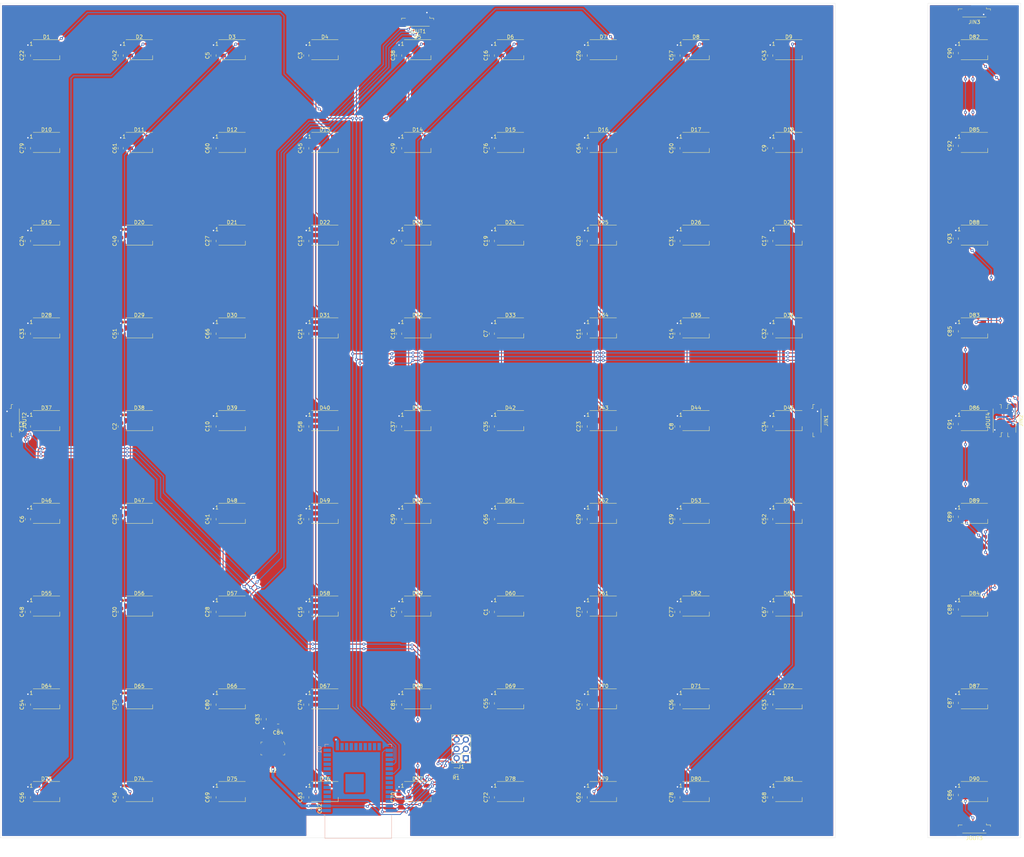
<source format=kicad_pcb>
(kicad_pcb (version 20171130) (host pcbnew "(5.1.4)-1")
  (layers (0 F.Cu signal) (31 B.Cu signal) (34 B.Paste user) (35 F.Paste user) (36 B.SilkS user) (37 F.SilkS user) (38 B.Mask user) (39 F.Mask user) (44 Edge.Cuts user))
  (net 0 "")
  (net 1 +5V)
  (net 2 "Net-(D1-Pad2)")
  (net 3 GND)
  (net 4 "Net-(D10-Pad2)")
  (net 5 "Net-(D11-Pad2)")
  (net 6 "Net-(D12-Pad2)")
  (net 7 "Net-(D13-Pad2)")
  (net 8 "Net-(D14-Pad2)")
  (net 9 "Net-(D14-Pad4)")
  (net 10 "Net-(D15-Pad2)")
  (net 11 "Net-(D16-Pad2)")
  (net 12 "Net-(D17-Pad2)")
  (net 13 "Net-(D18-Pad2)")
  (net 14 "Net-(D19-Pad2)")
  (net 15 "Net-(D20-Pad2)")
  (net 16 "Net-(D21-Pad2)")
  (net 17 "Net-(D22-Pad2)")
  (net 18 "Net-(D23-Pad2)")
  (net 19 "Net-(D24-Pad2)")
  (net 20 "Net-(D25-Pad2)")
  (net 21 "Net-(D26-Pad2)")
  (net 22 "Net-(D27-Pad2)")
  (net 23 "Net-(D28-Pad2)")
  (net 24 "Net-(D29-Pad2)")
  (net 25 "Net-(D30-Pad2)")
  (net 26 "Net-(D31-Pad2)")
  (net 27 "Net-(D32-Pad2)")
  (net 28 "Net-(D33-Pad2)")
  (net 29 "Net-(D34-Pad2)")
  (net 30 "Net-(D35-Pad2)")
  (net 31 "Net-(D36-Pad2)")
  (net 32 "Net-(D37-Pad2)")
  (net 33 "Net-(D38-Pad2)")
  (net 34 "Net-(D39-Pad2)")
  (net 35 IN1)
  (net 36 "Net-(D11-Pad4)")
  (net 37 "Net-(D2-Pad4)")
  (net 38 "Net-(D12-Pad4)")
  (net 39 "Net-(D3-Pad4)")
  (net 40 "Net-(D13-Pad4)")
  (net 41 IN2)
  (net 42 "Net-(D5-Pad4)")
  (net 43 "Net-(D15-Pad4)")
  (net 44 "Net-(D6-Pad4)")
  (net 45 "Net-(D16-Pad4)")
  (net 46 IN3)
  (net 47 "Net-(D17-Pad4)")
  (net 48 "Net-(D79-Pad2)")
  (net 49 "Net-(D18-Pad4)")
  (net 50 "Net-(D80-Pad2)")
  (net 51 "Net-(D40-Pad2)")
  (net 52 "Net-(D41-Pad2)")
  (net 53 "Net-(D42-Pad2)")
  (net 54 "Net-(D43-Pad2)")
  (net 55 "Net-(D44-Pad2)")
  (net 56 "Net-(D45-Pad2)")
  (net 57 "Net-(D46-Pad2)")
  (net 58 "Net-(D47-Pad2)")
  (net 59 "Net-(D48-Pad2)")
  (net 60 "Net-(D49-Pad2)")
  (net 61 "Net-(D50-Pad2)")
  (net 62 "Net-(D51-Pad2)")
  (net 63 "Net-(D52-Pad2)")
  (net 64 "Net-(D53-Pad2)")
  (net 65 "Net-(D54-Pad2)")
  (net 66 "Net-(D55-Pad2)")
  (net 67 "Net-(D56-Pad2)")
  (net 68 "Net-(D57-Pad2)")
  (net 69 "Net-(D58-Pad2)")
  (net 70 "Net-(D59-Pad2)")
  (net 71 "Net-(D60-Pad2)")
  (net 72 "Net-(D61-Pad2)")
  (net 73 "Net-(D62-Pad2)")
  (net 74 "Net-(D63-Pad2)")
  (net 75 "Net-(D64-Pad2)")
  (net 76 "Net-(D65-Pad2)")
  (net 77 "Net-(D66-Pad2)")
  (net 78 "Net-(D67-Pad2)")
  (net 79 "Net-(D68-Pad2)")
  (net 80 "Net-(D69-Pad2)")
  (net 81 "Net-(D70-Pad2)")
  (net 82 "Net-(D71-Pad2)")
  (net 83 "Net-(D72-Pad2)")
  (net 84 +3V3)
  (net 85 EN)
  (net 86 "Net-(J1-Pad4)")
  (net 87 "Net-(J1-Pad3)")
  (net 88 "Net-(J1-Pad2)")
  (net 89 "Net-(U1-Pad37)")
  (net 90 "Net-(U1-Pad36)")
  (net 91 "Net-(U1-Pad33)")
  (net 92 "Net-(U1-Pad32)")
  (net 93 "Net-(U1-Pad31)")
  (net 94 "Net-(U1-Pad29)")
  (net 95 "Net-(U1-Pad26)")
  (net 96 "Net-(U1-Pad24)")
  (net 97 "Net-(U1-Pad23)")
  (net 98 "Net-(U1-Pad22)")
  (net 99 "Net-(U1-Pad21)")
  (net 100 "Net-(U1-Pad20)")
  (net 101 "Net-(U1-Pad19)")
  (net 102 "Net-(U1-Pad18)")
  (net 103 "Net-(U1-Pad17)")
  (net 104 "Net-(U1-Pad16)")
  (net 105 "Net-(U1-Pad14)")
  (net 106 "Net-(U1-Pad13)")
  (net 107 "Net-(U1-Pad12)")
  (net 108 "Net-(U1-Pad11)")
  (net 109 "Net-(U1-Pad10)")
  (net 110 "Net-(U1-Pad9)")
  (net 111 "Net-(U1-Pad8)")
  (net 112 "Net-(U1-Pad7)")
  (net 113 "Net-(U1-Pad6)")
  (net 114 "Net-(U1-Pad5)")
  (net 115 "Net-(U1-Pad4)")
  (net 116 OUT1)
  (net 117 OUT2)
  (net 118 OUT3)
  (net 119 "Net-(D82-Pad2)")
  (net 120 "Net-(D83-Pad2)")
  (net 121 "Net-(D84-Pad2)")
  (net 122 "Net-(D85-Pad2)")
  (net 123 "Net-(D86-Pad2)")
  (net 124 "Net-(D87-Pad2)")
  (module Connector_JST:JST_SUR_BM08B-SURS-TF_1x08-1MP_P0.80mm_Vertical (layer F.Cu) (at 285.75 127 90)
    (fp_text reference JOUT4 (at 0 -2.6 90) (layer F.SilkS))
    (fp_text value Conn_01x08_Shielded)
    (pad MP smd roundrect (at 4.1 -0.55 90) (size 1.2 1.7) (layers F.Cu F.Paste F.Mask) (roundrect_rratio 0.208333))
    (pad MP smd roundrect (at -4.1 -0.55 90) (size 1.2 1.7) (layers F.Cu F.Paste F.Mask) (roundrect_rratio 0.208333))
    (pad 8 smd roundrect (at 2.8 0.85 90) (size 0.5 1.1) (layers F.Cu F.Paste F.Mask) (net 3 GND))
    (pad 7 smd roundrect (at 2 0.85 90) (size 0.5 1.1) (layers F.Cu F.Paste F.Mask) (net 3 GND))
    (pad 6 smd roundrect (at 1.2 0.85 90) (size 0.5 1.1) (layers F.Cu F.Paste F.Mask) (net 3 GND))
    (pad 5 smd roundrect (at 0.4 0.85 90) (size 0.5 1.1) (layers F.Cu F.Paste F.Mask) (net 118 OUT3))
    (pad 4 smd roundrect (at -0.4 0.85 90) (size 0.5 1.1) (layers F.Cu F.Paste F.Mask) (net 117 OUT2))
    (pad 3 smd roundrect (at -1.2 0.85 90) (size 0.5 1.1) (layers F.Cu F.Paste F.Mask) (net 116 OUT1))
    (pad 2 smd roundrect (at -2 0.85 90) (size 0.5 1.1) (layers F.Cu F.Paste F.Mask) (net 1 +5V))
    (pad 1 smd roundrect (at -2.8 0.85 90) (size 0.5 1.1) (layers F.Cu F.Paste F.Mask) (net 1 +5V))
  )
  (module Connector_JST:JST_SUR_BM08B-SURS-TF_1x08-1MP_P0.80mm_Vertical (layer F.Cu) (at 279.4 238.76 180)
    (fp_text reference JOUT3 (at 0 -2.6) (layer F.SilkS))
    (fp_text value Conn_01x08_Shielded)
    (pad MP smd roundrect (at 4.1 -0.55 180) (size 1.2 1.7) (layers F.Cu F.Paste F.Mask) (roundrect_rratio 0.208333))
    (pad MP smd roundrect (at -4.1 -0.55 180) (size 1.2 1.7) (layers F.Cu F.Paste F.Mask) (roundrect_rratio 0.208333))
    (pad 8 smd roundrect (at 2.8 0.85 180) (size 0.5 1.1) (layers F.Cu F.Paste F.Mask) (net 3 GND))
    (pad 7 smd roundrect (at 2 0.85 180) (size 0.5 1.1) (layers F.Cu F.Paste F.Mask) (net 3 GND))
    (pad 6 smd roundrect (at 1.2 0.85 180) (size 0.5 1.1) (layers F.Cu F.Paste F.Mask) (net 3 GND))
    (pad 5 smd roundrect (at 0.4 0.85 180) (size 0.5 1.1) (layers F.Cu F.Paste F.Mask) (net 118 OUT3))
    (pad 4 smd roundrect (at -0.4 0.85 180) (size 0.5 1.1) (layers F.Cu F.Paste F.Mask) (net 117 OUT2))
    (pad 3 smd roundrect (at -1.2 0.85 180) (size 0.5 1.1) (layers F.Cu F.Paste F.Mask) (net 116 OUT1))
    (pad 2 smd roundrect (at -2 0.85 180) (size 0.5 1.1) (layers F.Cu F.Paste F.Mask) (net 1 +5V))
    (pad 1 smd roundrect (at -2.8 0.85 180) (size 0.5 1.1) (layers F.Cu F.Paste F.Mask) (net 1 +5V))
  )
  (module Connector_JST:JST_SUR_BM08B-SURS-TF_1x08-1MP_P0.80mm_Vertical (layer F.Cu) (at 279.4 15.24 180)
    (fp_text reference JIN3 (at 0 -2.6) (layer F.SilkS))
    (fp_text value Conn_01x08_Shielded)
    (pad MP smd roundrect (at 4.1 -0.55 180) (size 1.2 1.7) (layers F.Cu F.Paste F.Mask) (roundrect_rratio 0.208333))
    (pad MP smd roundrect (at -4.1 -0.55 180) (size 1.2 1.7) (layers F.Cu F.Paste F.Mask) (roundrect_rratio 0.208333))
    (pad 8 smd roundrect (at 2.8 0.85 180) (size 0.5 1.1) (layers F.Cu F.Paste F.Mask) (net 3 GND))
    (pad 7 smd roundrect (at 2 0.85 180) (size 0.5 1.1) (layers F.Cu F.Paste F.Mask) (net 3 GND))
    (pad 6 smd roundrect (at 1.2 0.85 180) (size 0.5 1.1) (layers F.Cu F.Paste F.Mask) (net 3 GND))
    (pad 5 smd roundrect (at 0.4 0.85 180) (size 0.5 1.1) (layers F.Cu F.Paste F.Mask) (net 46 IN3))
    (pad 4 smd roundrect (at -0.4 0.85 180) (size 0.5 1.1) (layers F.Cu F.Paste F.Mask) (net 41 IN2))
    (pad 3 smd roundrect (at -1.2 0.85 180) (size 0.5 1.1) (layers F.Cu F.Paste F.Mask) (net 35 IN1))
    (pad 2 smd roundrect (at -2 0.85 180) (size 0.5 1.1) (layers F.Cu F.Paste F.Mask) (net 1 +5V))
    (pad 1 smd roundrect (at -2.8 0.85 180) (size 0.5 1.1) (layers F.Cu F.Paste F.Mask) (net 1 +5V))
  )
  (module Connector_JST:JST_SUR_BM08B-SURS-TF_1x08-1MP_P0.80mm_Vertical (layer F.Cu) (at 289.56 127 270)
    (fp_text reference JIN2 (at 0 -2.6 90) (layer F.SilkS))
    (fp_text value Conn_01x08_Shielded)
    (pad MP smd roundrect (at 4.1 -0.55 270) (size 1.2 1.7) (layers F.Cu F.Paste F.Mask) (roundrect_rratio 0.208333))
    (pad MP smd roundrect (at -4.1 -0.55 270) (size 1.2 1.7) (layers F.Cu F.Paste F.Mask) (roundrect_rratio 0.208333))
    (pad 8 smd roundrect (at 2.8 0.85 270) (size 0.5 1.1) (layers F.Cu F.Paste F.Mask) (net 3 GND))
    (pad 7 smd roundrect (at 2 0.85 270) (size 0.5 1.1) (layers F.Cu F.Paste F.Mask) (net 3 GND))
    (pad 6 smd roundrect (at 1.2 0.85 270) (size 0.5 1.1) (layers F.Cu F.Paste F.Mask) (net 3 GND))
    (pad 5 smd roundrect (at 0.4 0.85 270) (size 0.5 1.1) (layers F.Cu F.Paste F.Mask) (net 46 IN3))
    (pad 4 smd roundrect (at -0.4 0.85 270) (size 0.5 1.1) (layers F.Cu F.Paste F.Mask) (net 41 IN2))
    (pad 3 smd roundrect (at -1.2 0.85 270) (size 0.5 1.1) (layers F.Cu F.Paste F.Mask) (net 35 IN1))
    (pad 2 smd roundrect (at -2 0.85 270) (size 0.5 1.1) (layers F.Cu F.Paste F.Mask) (net 1 +5V))
    (pad 1 smd roundrect (at -2.8 0.85 270) (size 0.5 1.1) (layers F.Cu F.Paste F.Mask) (net 1 +5V))
  )
  (module LED_SMD:LED_WS2812B_PLCC4_5.0x5.0mm_P3.2mm (layer F.Cu) (at 279.4 228.6)
    (fp_text reference D90 (at 0 -3.5) (layer F.SilkS))
    (fp_text value WS2812B)
    (fp_text user 1 (at -4.15 -1.6) (layer F.SilkS))
    (pad 1 smd rect (at -2.45 -1.6) (size 1.5 1) (layers F.Cu F.Paste F.Mask) (net 1 +5V))
    (pad 2 smd rect (at -2.45 1.6) (size 1.5 1) (layers F.Cu F.Paste F.Mask) (net 118 OUT3))
    (pad 4 smd rect (at 2.45 -1.6) (size 1.5 1) (layers F.Cu F.Paste F.Mask) (net 124 "Net-(D87-Pad2)"))
    (pad 3 smd rect (at 2.45 1.6) (size 1.5 1) (layers F.Cu F.Paste F.Mask) (net 3 GND))
  )
  (module LED_SMD:LED_WS2812B_PLCC4_5.0x5.0mm_P3.2mm (layer F.Cu) (at 279.4 152.4)
    (fp_text reference D89 (at 0 -3.5) (layer F.SilkS))
    (fp_text value WS2812B)
    (fp_text user 1 (at -4.15 -1.6) (layer F.SilkS))
    (pad 1 smd rect (at -2.45 -1.6) (size 1.5 1) (layers F.Cu F.Paste F.Mask) (net 1 +5V))
    (pad 2 smd rect (at -2.45 1.6) (size 1.5 1) (layers F.Cu F.Paste F.Mask) (net 117 OUT2))
    (pad 4 smd rect (at 2.45 -1.6) (size 1.5 1) (layers F.Cu F.Paste F.Mask) (net 123 "Net-(D86-Pad2)"))
    (pad 3 smd rect (at 2.45 1.6) (size 1.5 1) (layers F.Cu F.Paste F.Mask) (net 3 GND))
  )
  (module LED_SMD:LED_WS2812B_PLCC4_5.0x5.0mm_P3.2mm (layer F.Cu) (at 279.4 76.2)
    (fp_text reference D88 (at 0 -3.5) (layer F.SilkS))
    (fp_text value WS2812B)
    (fp_text user 1 (at -4.15 -1.6) (layer F.SilkS))
    (pad 1 smd rect (at -2.45 -1.6) (size 1.5 1) (layers F.Cu F.Paste F.Mask) (net 1 +5V))
    (pad 2 smd rect (at -2.45 1.6) (size 1.5 1) (layers F.Cu F.Paste F.Mask) (net 116 OUT1))
    (pad 4 smd rect (at 2.45 -1.6) (size 1.5 1) (layers F.Cu F.Paste F.Mask) (net 122 "Net-(D85-Pad2)"))
    (pad 3 smd rect (at 2.45 1.6) (size 1.5 1) (layers F.Cu F.Paste F.Mask) (net 3 GND))
  )
  (module LED_SMD:LED_WS2812B_PLCC4_5.0x5.0mm_P3.2mm (layer F.Cu) (at 279.4 203.2)
    (fp_text reference D87 (at 0 -3.5) (layer F.SilkS))
    (fp_text value WS2812B)
    (fp_text user 1 (at -4.15 -1.6) (layer F.SilkS))
    (pad 1 smd rect (at -2.45 -1.6) (size 1.5 1) (layers F.Cu F.Paste F.Mask) (net 1 +5V))
    (pad 2 smd rect (at -2.45 1.6) (size 1.5 1) (layers F.Cu F.Paste F.Mask) (net 124 "Net-(D87-Pad2)"))
    (pad 4 smd rect (at 2.45 -1.6) (size 1.5 1) (layers F.Cu F.Paste F.Mask) (net 121 "Net-(D84-Pad2)"))
    (pad 3 smd rect (at 2.45 1.6) (size 1.5 1) (layers F.Cu F.Paste F.Mask) (net 3 GND))
  )
  (module LED_SMD:LED_WS2812B_PLCC4_5.0x5.0mm_P3.2mm (layer F.Cu) (at 279.4 127)
    (fp_text reference D86 (at 0 -3.5) (layer F.SilkS))
    (fp_text value WS2812B)
    (fp_text user 1 (at -4.15 -1.6) (layer F.SilkS))
    (pad 1 smd rect (at -2.45 -1.6) (size 1.5 1) (layers F.Cu F.Paste F.Mask) (net 1 +5V))
    (pad 2 smd rect (at -2.45 1.6) (size 1.5 1) (layers F.Cu F.Paste F.Mask) (net 123 "Net-(D86-Pad2)"))
    (pad 4 smd rect (at 2.45 -1.6) (size 1.5 1) (layers F.Cu F.Paste F.Mask) (net 120 "Net-(D83-Pad2)"))
    (pad 3 smd rect (at 2.45 1.6) (size 1.5 1) (layers F.Cu F.Paste F.Mask) (net 3 GND))
  )
  (module LED_SMD:LED_WS2812B_PLCC4_5.0x5.0mm_P3.2mm (layer F.Cu) (at 279.4 50.8)
    (fp_text reference D85 (at 0 -3.5) (layer F.SilkS))
    (fp_text value WS2812B)
    (fp_text user 1 (at -4.15 -1.6) (layer F.SilkS))
    (pad 1 smd rect (at -2.45 -1.6) (size 1.5 1) (layers F.Cu F.Paste F.Mask) (net 1 +5V))
    (pad 2 smd rect (at -2.45 1.6) (size 1.5 1) (layers F.Cu F.Paste F.Mask) (net 122 "Net-(D85-Pad2)"))
    (pad 4 smd rect (at 2.45 -1.6) (size 1.5 1) (layers F.Cu F.Paste F.Mask) (net 119 "Net-(D82-Pad2)"))
    (pad 3 smd rect (at 2.45 1.6) (size 1.5 1) (layers F.Cu F.Paste F.Mask) (net 3 GND))
  )
  (module LED_SMD:LED_WS2812B_PLCC4_5.0x5.0mm_P3.2mm (layer F.Cu) (at 279.4 177.8)
    (fp_text reference D84 (at 0 -3.5) (layer F.SilkS))
    (fp_text value WS2812B)
    (fp_text user 1 (at -4.15 -1.6) (layer F.SilkS))
    (pad 1 smd rect (at -2.45 -1.6) (size 1.5 1) (layers F.Cu F.Paste F.Mask) (net 1 +5V))
    (pad 2 smd rect (at -2.45 1.6) (size 1.5 1) (layers F.Cu F.Paste F.Mask) (net 121 "Net-(D84-Pad2)"))
    (pad 4 smd rect (at 2.45 -1.6) (size 1.5 1) (layers F.Cu F.Paste F.Mask) (net 46 IN3))
    (pad 3 smd rect (at 2.45 1.6) (size 1.5 1) (layers F.Cu F.Paste F.Mask) (net 3 GND))
  )
  (module LED_SMD:LED_WS2812B_PLCC4_5.0x5.0mm_P3.2mm (layer F.Cu) (at 279.4 101.6)
    (fp_text reference D83 (at 0 -3.5) (layer F.SilkS))
    (fp_text value WS2812B)
    (fp_text user 1 (at -4.15 -1.6) (layer F.SilkS))
    (pad 1 smd rect (at -2.45 -1.6) (size 1.5 1) (layers F.Cu F.Paste F.Mask) (net 1 +5V))
    (pad 2 smd rect (at -2.45 1.6) (size 1.5 1) (layers F.Cu F.Paste F.Mask) (net 120 "Net-(D83-Pad2)"))
    (pad 4 smd rect (at 2.45 -1.6) (size 1.5 1) (layers F.Cu F.Paste F.Mask) (net 41 IN2))
    (pad 3 smd rect (at 2.45 1.6) (size 1.5 1) (layers F.Cu F.Paste F.Mask) (net 3 GND))
  )
  (module LED_SMD:LED_WS2812B_PLCC4_5.0x5.0mm_P3.2mm (layer F.Cu) (at 279.4 25.4)
    (fp_text reference D82 (at 0 -3.5) (layer F.SilkS))
    (fp_text value WS2812B)
    (fp_text user 1 (at -4.15 -1.6) (layer F.SilkS))
    (pad 1 smd rect (at -2.45 -1.6) (size 1.5 1) (layers F.Cu F.Paste F.Mask) (net 1 +5V))
    (pad 2 smd rect (at -2.45 1.6) (size 1.5 1) (layers F.Cu F.Paste F.Mask) (net 119 "Net-(D82-Pad2)"))
    (pad 4 smd rect (at 2.45 -1.6) (size 1.5 1) (layers F.Cu F.Paste F.Mask) (net 35 IN1))
    (pad 3 smd rect (at 2.45 1.6) (size 1.5 1) (layers F.Cu F.Paste F.Mask) (net 3 GND))
  )
  (module Capacitor_SMD:C_0805_2012Metric (layer F.Cu) (at 274.32 77.1375 90)
    (fp_text reference C93 (at 0 -1.65 90) (layer F.SilkS))
    (fp_text value 0.1u)
    (pad 2 smd roundrect (at 0.9375 0 90) (size 0.975 1.4) (layers F.Cu F.Paste F.Mask) (net 1 +5V))
    (pad 1 smd roundrect (at -0.9375 0 90) (size 0.975 1.4) (layers F.Cu F.Paste F.Mask) (net 3 GND))
  )
  (module Capacitor_SMD:C_0805_2012Metric (layer F.Cu) (at 274.32 51.7375 90)
    (fp_text reference C92 (at 0 -1.65 90) (layer F.SilkS))
    (fp_text value 0.1u)
    (pad 2 smd roundrect (at 0.9375 0 90) (size 0.975 1.4) (layers F.Cu F.Paste F.Mask) (net 1 +5V))
    (pad 1 smd roundrect (at -0.9375 0 90) (size 0.975 1.4) (layers F.Cu F.Paste F.Mask) (net 3 GND))
  )
  (module Capacitor_SMD:C_0805_2012Metric (layer F.Cu) (at 274.32 127.9375 90)
    (fp_text reference C91 (at 0 -1.65 90) (layer F.SilkS))
    (fp_text value 0.1u)
    (pad 2 smd roundrect (at 0.9375 0 90) (size 0.975 1.4) (layers F.Cu F.Paste F.Mask) (net 1 +5V))
    (pad 1 smd roundrect (at -0.9375 0 90) (size 0.975 1.4) (layers F.Cu F.Paste F.Mask) (net 3 GND))
  )
  (module Capacitor_SMD:C_0805_2012Metric (layer F.Cu) (at 274.32 26.3375 90)
    (fp_text reference C90 (at 0 -1.65 90) (layer F.SilkS))
    (fp_text value 0.1u)
    (pad 2 smd roundrect (at 0.9375 0 90) (size 0.975 1.4) (layers F.Cu F.Paste F.Mask) (net 1 +5V))
    (pad 1 smd roundrect (at -0.9375 0 90) (size 0.975 1.4) (layers F.Cu F.Paste F.Mask) (net 3 GND))
  )
  (module Capacitor_SMD:C_0805_2012Metric (layer F.Cu) (at 274.32 153.3375 90)
    (fp_text reference C89 (at 0 -1.65 90) (layer F.SilkS))
    (fp_text value 0.1u)
    (pad 2 smd roundrect (at 0.9375 0 90) (size 0.975 1.4) (layers F.Cu F.Paste F.Mask) (net 1 +5V))
    (pad 1 smd roundrect (at -0.9375 0 90) (size 0.975 1.4) (layers F.Cu F.Paste F.Mask) (net 3 GND))
  )
  (module Capacitor_SMD:C_0805_2012Metric (layer F.Cu) (at 274.32 178.7375 90)
    (fp_text reference C88 (at 0 -1.65 90) (layer F.SilkS))
    (fp_text value 0.1u)
    (pad 2 smd roundrect (at 0.9375 0 90) (size 0.975 1.4) (layers F.Cu F.Paste F.Mask) (net 1 +5V))
    (pad 1 smd roundrect (at -0.9375 0 90) (size 0.975 1.4) (layers F.Cu F.Paste F.Mask) (net 3 GND))
  )
  (module Capacitor_SMD:C_0805_2012Metric (layer F.Cu) (at 274.32 204.33 90)
    (fp_text reference C87 (at 0 -1.65 90) (layer F.SilkS))
    (fp_text value 0.1u)
    (pad 2 smd roundrect (at 0.9375 0 90) (size 0.975 1.4) (layers F.Cu F.Paste F.Mask) (net 1 +5V))
    (pad 1 smd roundrect (at -0.9375 0 90) (size 0.975 1.4) (layers F.Cu F.Paste F.Mask) (net 3 GND))
  )
  (module Capacitor_SMD:C_0805_2012Metric (layer F.Cu) (at 274.32 229.5375 90)
    (fp_text reference C86 (at 0 -1.65 90) (layer F.SilkS))
    (fp_text value 0.1u)
    (pad 2 smd roundrect (at 0.9375 0 90) (size 0.975 1.4) (layers F.Cu F.Paste F.Mask) (net 1 +5V))
    (pad 1 smd roundrect (at -0.9375 0 90) (size 0.975 1.4) (layers F.Cu F.Paste F.Mask) (net 3 GND))
  )
  (module Capacitor_SMD:C_0805_2012Metric (layer F.Cu) (at 274.32 102.5375 90)
    (fp_text reference C85 (at 0 -1.65 90) (layer F.SilkS))
    (fp_text value 0.1u)
    (pad 2 smd roundrect (at 0.9375 0 90) (size 0.975 1.4) (layers F.Cu F.Paste F.Mask) (net 1 +5V))
    (pad 1 smd roundrect (at -0.9375 0 90) (size 0.975 1.4) (layers F.Cu F.Paste F.Mask) (net 3 GND))
  )
  (module Connector_JST:JST_SUR_BM08B-SURS-TF_1x08-1MP_P0.80mm_Vertical (layer F.Cu) (at 16.764 127 270)
    (fp_text reference JOUT2 (at 0 -2.6 90) (layer F.SilkS))
    (fp_text value Conn_01x08_Shielded)
    (pad MP smd roundrect (at 4.1 -0.55 270) (size 1.2 1.7) (layers F.Cu F.Paste F.Mask) (roundrect_rratio 0.208333))
    (pad MP smd roundrect (at -4.1 -0.55 270) (size 1.2 1.7) (layers F.Cu F.Paste F.Mask) (roundrect_rratio 0.208333))
    (pad 8 smd roundrect (at 2.8 0.85 270) (size 0.5 1.1) (layers F.Cu F.Paste F.Mask) (net 3 GND))
    (pad 7 smd roundrect (at 2 0.85 270) (size 0.5 1.1) (layers F.Cu F.Paste F.Mask) (net 3 GND))
    (pad 6 smd roundrect (at 1.2 0.85 270) (size 0.5 1.1) (layers F.Cu F.Paste F.Mask) (net 3 GND))
    (pad 5 smd roundrect (at 0.4 0.85 270) (size 0.5 1.1) (layers F.Cu F.Paste F.Mask) (net 118 OUT3))
    (pad 4 smd roundrect (at -0.4 0.85 270) (size 0.5 1.1) (layers F.Cu F.Paste F.Mask) (net 117 OUT2))
    (pad 3 smd roundrect (at -1.2 0.85 270) (size 0.5 1.1) (layers F.Cu F.Paste F.Mask) (net 116 OUT1))
    (pad 2 smd roundrect (at -2 0.85 270) (size 0.5 1.1) (layers F.Cu F.Paste F.Mask) (net 1 +5V))
    (pad 1 smd roundrect (at -2.8 0.85 270) (size 0.5 1.1) (layers F.Cu F.Paste F.Mask) (net 1 +5V))
  )
  (module Connector_JST:JST_SUR_BM08B-SURS-TF_1x08-1MP_P0.80mm_Vertical (layer F.Cu) (at 127 17.78 180)
    (fp_text reference JOUT1 (at 0 -2.6) (layer F.SilkS))
    (fp_text value Conn_01x08_Shielded)
    (pad MP smd roundrect (at 4.1 -0.55 180) (size 1.2 1.7) (layers F.Cu F.Paste F.Mask) (roundrect_rratio 0.208333))
    (pad MP smd roundrect (at -4.1 -0.55 180) (size 1.2 1.7) (layers F.Cu F.Paste F.Mask) (roundrect_rratio 0.208333))
    (pad 8 smd roundrect (at 2.8 0.85 180) (size 0.5 1.1) (layers F.Cu F.Paste F.Mask) (net 3 GND))
    (pad 7 smd roundrect (at 2 0.85 180) (size 0.5 1.1) (layers F.Cu F.Paste F.Mask) (net 3 GND))
    (pad 6 smd roundrect (at 1.2 0.85 180) (size 0.5 1.1) (layers F.Cu F.Paste F.Mask) (net 3 GND))
    (pad 5 smd roundrect (at 0.4 0.85 180) (size 0.5 1.1) (layers F.Cu F.Paste F.Mask) (net 118 OUT3))
    (pad 4 smd roundrect (at -0.4 0.85 180) (size 0.5 1.1) (layers F.Cu F.Paste F.Mask) (net 117 OUT2))
    (pad 3 smd roundrect (at -1.2 0.85 180) (size 0.5 1.1) (layers F.Cu F.Paste F.Mask) (net 116 OUT1))
    (pad 2 smd roundrect (at -2 0.85 180) (size 0.5 1.1) (layers F.Cu F.Paste F.Mask) (net 1 +5V))
    (pad 1 smd roundrect (at -2.8 0.85 180) (size 0.5 1.1) (layers F.Cu F.Paste F.Mask) (net 1 +5V))
  )
  (module Connector_JST:JST_SUR_BM08B-SURS-TF_1x08-1MP_P0.80mm_Vertical (layer F.Cu) (at 236.22 127 270)
    (fp_text reference JIN1 (at 0 -2.6 90) (layer F.SilkS))
    (fp_text value Conn_01x08_Shielded)
    (pad MP smd roundrect (at 4.1 -0.55 270) (size 1.2 1.7) (layers F.Cu F.Paste F.Mask) (roundrect_rratio 0.208333))
    (pad MP smd roundrect (at -4.1 -0.55 270) (size 1.2 1.7) (layers F.Cu F.Paste F.Mask) (roundrect_rratio 0.208333))
    (pad 8 smd roundrect (at 2.8 0.85 270) (size 0.5 1.1) (layers F.Cu F.Paste F.Mask) (net 3 GND))
    (pad 7 smd roundrect (at 2 0.85 270) (size 0.5 1.1) (layers F.Cu F.Paste F.Mask) (net 3 GND))
    (pad 6 smd roundrect (at 1.2 0.85 270) (size 0.5 1.1) (layers F.Cu F.Paste F.Mask) (net 3 GND))
    (pad 5 smd roundrect (at 0.4 0.85 270) (size 0.5 1.1) (layers F.Cu F.Paste F.Mask) (net 46 IN3))
    (pad 4 smd roundrect (at -0.4 0.85 270) (size 0.5 1.1) (layers F.Cu F.Paste F.Mask) (net 41 IN2))
    (pad 3 smd roundrect (at -1.2 0.85 270) (size 0.5 1.1) (layers F.Cu F.Paste F.Mask) (net 35 IN1))
    (pad 2 smd roundrect (at -2 0.85 270) (size 0.5 1.1) (layers F.Cu F.Paste F.Mask) (net 1 +5V))
    (pad 1 smd roundrect (at -2.8 0.85 270) (size 0.5 1.1) (layers F.Cu F.Paste F.Mask) (net 1 +5V))
  )
  (module digikey-footprints:SOT-223 (layer F.Cu) (at 87.376 216.814 180)
    (fp_text reference U2 (at 0 -6.1) (layer F.SilkS))
    (fp_text value LD1117S33CTR)
    (pad 4 smd rect (at 0 -3.15 180) (size 3.8 2.2) (layers F.Cu F.Paste F.Mask) (net 84 +3V3))
    (pad 1 smd rect (at -2.3 3.15 180) (size 1.5 2.2) (layers F.Cu F.Paste F.Mask) (net 3 GND))
    (pad 2 smd rect (at 0 3.15 180) (size 1.5 2.2) (layers F.Cu F.Paste F.Mask) (net 84 +3V3))
    (pad 3 smd rect (at 2.3 3.15 180) (size 1.5 2.2) (layers F.Cu F.Paste F.Mask) (net 1 +5V))
  )
  (module RF_Module:ESP32-WROOM-32 (layer B.Cu) (at 110.744 225.552)
    (fp_text reference U1 (at -10.61 -8.43 -90) (layer B.SilkS) (effects (justify mirror)))
    (fp_text value ESP32-WROOM-32)
    (pad 38 smd rect (at 8.5 8.255) (size 2 0.9) (layers B.Cu B.Paste B.Mask) (net 3 GND))
    (pad 37 smd rect (at 8.5 6.985) (size 2 0.9) (layers B.Cu B.Paste B.Mask) (net 89 "Net-(U1-Pad37)"))
    (pad 36 smd rect (at 8.5 5.715) (size 2 0.9) (layers B.Cu B.Paste B.Mask) (net 90 "Net-(U1-Pad36)"))
    (pad 35 smd rect (at 8.5 4.445) (size 2 0.9) (layers B.Cu B.Paste B.Mask) (net 87 "Net-(J1-Pad3)"))
    (pad 34 smd rect (at 8.5 3.175) (size 2 0.9) (layers B.Cu B.Paste B.Mask) (net 86 "Net-(J1-Pad4)"))
    (pad 33 smd rect (at 8.5 1.905) (size 2 0.9) (layers B.Cu B.Paste B.Mask) (net 91 "Net-(U1-Pad33)"))
    (pad 32 smd rect (at 8.5 0.635) (size 2 0.9) (layers B.Cu B.Paste B.Mask) (net 92 "Net-(U1-Pad32)"))
    (pad 31 smd rect (at 8.5 -0.635) (size 2 0.9) (layers B.Cu B.Paste B.Mask) (net 93 "Net-(U1-Pad31)"))
    (pad 30 smd rect (at 8.5 -1.905) (size 2 0.9) (layers B.Cu B.Paste B.Mask) (net 46 IN3))
    (pad 29 smd rect (at 8.5 -3.175) (size 2 0.9) (layers B.Cu B.Paste B.Mask) (net 94 "Net-(U1-Pad29)"))
    (pad 28 smd rect (at 8.5 -4.445) (size 2 0.9) (layers B.Cu B.Paste B.Mask) (net 41 IN2))
    (pad 27 smd rect (at 8.5 -5.715) (size 2 0.9) (layers B.Cu B.Paste B.Mask) (net 35 IN1))
    (pad 26 smd rect (at 8.5 -6.985) (size 2 0.9) (layers B.Cu B.Paste B.Mask) (net 95 "Net-(U1-Pad26)"))
    (pad 25 smd rect (at 8.5 -8.255) (size 2 0.9) (layers B.Cu B.Paste B.Mask) (net 88 "Net-(J1-Pad2)"))
    (pad 24 smd rect (at 5.715 -9.255 270) (size 2 0.9) (layers B.Cu B.Paste B.Mask) (net 96 "Net-(U1-Pad24)"))
    (pad 23 smd rect (at 4.445 -9.255 270) (size 2 0.9) (layers B.Cu B.Paste B.Mask) (net 97 "Net-(U1-Pad23)"))
    (pad 22 smd rect (at 3.175 -9.255 270) (size 2 0.9) (layers B.Cu B.Paste B.Mask) (net 98 "Net-(U1-Pad22)"))
    (pad 21 smd rect (at 1.905 -9.255 270) (size 2 0.9) (layers B.Cu B.Paste B.Mask) (net 99 "Net-(U1-Pad21)"))
    (pad 20 smd rect (at 0.635 -9.255 270) (size 2 0.9) (layers B.Cu B.Paste B.Mask) (net 100 "Net-(U1-Pad20)"))
    (pad 19 smd rect (at -0.635 -9.255 270) (size 2 0.9) (layers B.Cu B.Paste B.Mask) (net 101 "Net-(U1-Pad19)"))
    (pad 18 smd rect (at -1.905 -9.255 270) (size 2 0.9) (layers B.Cu B.Paste B.Mask) (net 102 "Net-(U1-Pad18)"))
    (pad 17 smd rect (at -3.175 -9.255 270) (size 2 0.9) (layers B.Cu B.Paste B.Mask) (net 103 "Net-(U1-Pad17)"))
    (pad 16 smd rect (at -4.445 -9.255 270) (size 2 0.9) (layers B.Cu B.Paste B.Mask) (net 104 "Net-(U1-Pad16)"))
    (pad 15 smd rect (at -5.715 -9.255 270) (size 2 0.9) (layers B.Cu B.Paste B.Mask) (net 3 GND))
    (pad 14 smd rect (at -8.5 -8.255) (size 2 0.9) (layers B.Cu B.Paste B.Mask) (net 105 "Net-(U1-Pad14)"))
    (pad 13 smd rect (at -8.5 -6.985) (size 2 0.9) (layers B.Cu B.Paste B.Mask) (net 106 "Net-(U1-Pad13)"))
    (pad 12 smd rect (at -8.5 -5.715) (size 2 0.9) (layers B.Cu B.Paste B.Mask) (net 107 "Net-(U1-Pad12)"))
    (pad 11 smd rect (at -8.5 -4.445) (size 2 0.9) (layers B.Cu B.Paste B.Mask) (net 108 "Net-(U1-Pad11)"))
    (pad 10 smd rect (at -8.5 -3.175) (size 2 0.9) (layers B.Cu B.Paste B.Mask) (net 109 "Net-(U1-Pad10)"))
    (pad 9 smd rect (at -8.5 -1.905) (size 2 0.9) (layers B.Cu B.Paste B.Mask) (net 110 "Net-(U1-Pad9)"))
    (pad 8 smd rect (at -8.5 -0.635) (size 2 0.9) (layers B.Cu B.Paste B.Mask) (net 111 "Net-(U1-Pad8)"))
    (pad 7 smd rect (at -8.5 0.635) (size 2 0.9) (layers B.Cu B.Paste B.Mask) (net 112 "Net-(U1-Pad7)"))
    (pad 6 smd rect (at -8.5 1.905) (size 2 0.9) (layers B.Cu B.Paste B.Mask) (net 113 "Net-(U1-Pad6)"))
    (pad 5 smd rect (at -8.5 3.175) (size 2 0.9) (layers B.Cu B.Paste B.Mask) (net 114 "Net-(U1-Pad5)"))
    (pad 4 smd rect (at -8.5 4.445) (size 2 0.9) (layers B.Cu B.Paste B.Mask) (net 115 "Net-(U1-Pad4)"))
    (pad 3 smd rect (at -8.5 5.715) (size 2 0.9) (layers B.Cu B.Paste B.Mask) (net 85 EN))
    (pad 2 smd rect (at -8.5 6.985) (size 2 0.9) (layers B.Cu B.Paste B.Mask) (net 84 +3V3))
    (pad 1 smd rect (at -8.5 8.255) (size 2 0.9) (layers B.Cu B.Paste B.Mask) (net 3 GND))
    (pad 39 smd rect (at -1 0.755) (size 5 5) (layers B.Cu B.Paste B.Mask))
  )
  (module Capacitor_SMD:C_1206_3216Metric (layer F.Cu) (at 137.544 223.012 180)
    (fp_text reference R1 (at 0 -1.82) (layer F.SilkS))
    (fp_text value 20k)
    (pad 2 smd roundrect (at 1.4 0 180) (size 1.25 1.75) (layers F.Cu F.Paste F.Mask) (roundrect_rratio 0.2) (net 85 EN))
    (pad 1 smd roundrect (at -1.4 0 180) (size 1.25 1.75) (layers F.Cu F.Paste F.Mask) (roundrect_rratio 0.2) (net 84 +3V3))
  )
  (module Connector_PinHeader_2.54mm:PinHeader_2x03_P2.54mm_Vertical (layer F.Cu) (at 140.208 219.456 180)
    (fp_text reference J1 (at 1.27 -2.33) (layer F.SilkS))
    (fp_text value Conn_01x06_Male)
    (pad 6 thru_hole oval (at 2.54 5.08 180) (size 1.7 1.7) (drill 1) (layers *.Cu *.Mask) (net 3 GND))
    (pad 5 thru_hole oval (at 0 5.08 180) (size 1.7 1.7) (drill 1) (layers *.Cu *.Mask) (net 85 EN))
    (pad 4 thru_hole oval (at 2.54 2.54 180) (size 1.7 1.7) (drill 1) (layers *.Cu *.Mask) (net 86 "Net-(J1-Pad4)"))
    (pad 3 thru_hole oval (at 0 2.54 180) (size 1.7 1.7) (drill 1) (layers *.Cu *.Mask) (net 87 "Net-(J1-Pad3)"))
    (pad 2 thru_hole oval (at 2.54 0 180) (size 1.7 1.7) (drill 1) (layers *.Cu *.Mask) (net 88 "Net-(J1-Pad2)"))
    (pad 1 thru_hole rect (at 0 0 180) (size 1.7 1.7) (drill 1) (layers *.Cu *.Mask) (net 84 +3V3))
  )
  (module Capacitor_SMD:C_0805_2012Metric (layer F.Cu) (at 88.8215 210.82 180)
    (fp_text reference C84 (at 0 -1.65) (layer F.SilkS))
    (fp_text value 10u)
    (pad 2 smd roundrect (at 0.9375 0 180) (size 0.975 1.4) (layers F.Cu F.Paste F.Mask) (net 84 +3V3))
    (pad 1 smd roundrect (at -0.9375 0 180) (size 0.975 1.4) (layers F.Cu F.Paste F.Mask) (net 3 GND))
  )
  (module Capacitor_SMD:C_0805_2012Metric (layer F.Cu) (at 84.836 208.788 90)
    (fp_text reference C83 (at 0 -1.65 90) (layer F.SilkS))
    (fp_text value 0.1u)
    (pad 2 smd roundrect (at 0.9375 0 90) (size 0.975 1.4) (layers F.Cu F.Paste F.Mask) (net 3 GND))
    (pad 1 smd roundrect (at -0.9375 0 90) (size 0.975 1.4) (layers F.Cu F.Paste F.Mask) (net 1 +5V))
  )
  (module Capacitor_SMD:C_0805_2012Metric (layer F.Cu) (at 98.552 233.2505 270)
    (fp_text reference C82 (at 0 -1.65 90) (layer F.SilkS))
    (fp_text value 0.1u)
    (pad 2 smd roundrect (at 0.9375 0 270) (size 0.975 1.4) (layers F.Cu F.Paste F.Mask) (net 3 GND))
    (pad 1 smd roundrect (at -0.9375 0 270) (size 0.975 1.4) (layers F.Cu F.Paste F.Mask) (net 84 +3V3))
  )
  (module LED_SMD:LED_WS2812B_PLCC4_5.0x5.0mm_P3.2mm (layer F.Cu) (at 228.6 228.6)
    (fp_text reference D81 (at 0 -3.5) (layer F.SilkS))
    (fp_text value WS2812B)
    (fp_text user 1 (at -4.15 -1.6) (layer F.SilkS))
    (pad 1 smd rect (at -2.45 -1.6) (size 1.5 1) (layers F.Cu F.Paste F.Mask) (net 1 +5V))
    (pad 2 smd rect (at -2.45 1.6) (size 1.5 1) (layers F.Cu F.Paste F.Mask) (net 118 OUT3))
    (pad 4 smd rect (at 2.45 -1.6) (size 1.5 1) (layers F.Cu F.Paste F.Mask) (net 83 "Net-(D72-Pad2)"))
    (pad 3 smd rect (at 2.45 1.6) (size 1.5 1) (layers F.Cu F.Paste F.Mask) (net 3 GND))
  )
  (module LED_SMD:LED_WS2812B_PLCC4_5.0x5.0mm_P3.2mm (layer F.Cu) (at 203.2 228.6)
    (fp_text reference D80 (at 0 -3.5) (layer F.SilkS))
    (fp_text value WS2812B)
    (fp_text user 1 (at -4.15 -1.6) (layer F.SilkS))
    (pad 1 smd rect (at -2.45 -1.6) (size 1.5 1) (layers F.Cu F.Paste F.Mask) (net 1 +5V))
    (pad 2 smd rect (at -2.45 1.6) (size 1.5 1) (layers F.Cu F.Paste F.Mask) (net 50 "Net-(D80-Pad2)"))
    (pad 4 smd rect (at 2.45 -1.6) (size 1.5 1) (layers F.Cu F.Paste F.Mask) (net 82 "Net-(D71-Pad2)"))
    (pad 3 smd rect (at 2.45 1.6) (size 1.5 1) (layers F.Cu F.Paste F.Mask) (net 3 GND))
  )
  (module LED_SMD:LED_WS2812B_PLCC4_5.0x5.0mm_P3.2mm (layer F.Cu) (at 177.8 228.6)
    (fp_text reference D79 (at 0 -3.5) (layer F.SilkS))
    (fp_text value WS2812B)
    (fp_text user 1 (at -4.15 -1.6) (layer F.SilkS))
    (pad 1 smd rect (at -2.45 -1.6) (size 1.5 1) (layers F.Cu F.Paste F.Mask) (net 1 +5V))
    (pad 2 smd rect (at -2.45 1.6) (size 1.5 1) (layers F.Cu F.Paste F.Mask) (net 48 "Net-(D79-Pad2)"))
    (pad 4 smd rect (at 2.45 -1.6) (size 1.5 1) (layers F.Cu F.Paste F.Mask) (net 81 "Net-(D70-Pad2)"))
    (pad 3 smd rect (at 2.45 1.6) (size 1.5 1) (layers F.Cu F.Paste F.Mask) (net 3 GND))
  )
  (module LED_SMD:LED_WS2812B_PLCC4_5.0x5.0mm_P3.2mm (layer F.Cu) (at 152.4 228.6)
    (fp_text reference D78 (at 0 -3.5) (layer F.SilkS))
    (fp_text value WS2812B)
    (fp_text user 1 (at -4.15 -1.6) (layer F.SilkS))
    (pad 1 smd rect (at -2.45 -1.6) (size 1.5 1) (layers F.Cu F.Paste F.Mask) (net 1 +5V))
    (pad 2 smd rect (at -2.45 1.6) (size 1.5 1) (layers F.Cu F.Paste F.Mask) (net 117 OUT2))
    (pad 4 smd rect (at 2.45 -1.6) (size 1.5 1) (layers F.Cu F.Paste F.Mask) (net 80 "Net-(D69-Pad2)"))
    (pad 3 smd rect (at 2.45 1.6) (size 1.5 1) (layers F.Cu F.Paste F.Mask) (net 3 GND))
  )
  (module LED_SMD:LED_WS2812B_PLCC4_5.0x5.0mm_P3.2mm (layer F.Cu) (at 127 228.6)
    (fp_text reference D77 (at 0 -3.5) (layer F.SilkS))
    (fp_text value WS2812B)
    (fp_text user 1 (at -4.15 -1.6) (layer F.SilkS))
    (pad 1 smd rect (at -2.45 -1.6) (size 1.5 1) (layers F.Cu F.Paste F.Mask) (net 1 +5V))
    (pad 2 smd rect (at -2.45 1.6) (size 1.5 1) (layers F.Cu F.Paste F.Mask) (net 44 "Net-(D6-Pad4)"))
    (pad 4 smd rect (at 2.45 -1.6) (size 1.5 1) (layers F.Cu F.Paste F.Mask) (net 79 "Net-(D68-Pad2)"))
    (pad 3 smd rect (at 2.45 1.6) (size 1.5 1) (layers F.Cu F.Paste F.Mask) (net 3 GND))
  )
  (module LED_SMD:LED_WS2812B_PLCC4_5.0x5.0mm_P3.2mm (layer F.Cu) (at 101.6 228.6)
    (fp_text reference D76 (at 0 -3.5) (layer F.SilkS))
    (fp_text value WS2812B)
    (fp_text user 1 (at -4.15 -1.6) (layer F.SilkS))
    (pad 1 smd rect (at -2.45 -1.6) (size 1.5 1) (layers F.Cu F.Paste F.Mask) (net 1 +5V))
    (pad 2 smd rect (at -2.45 1.6) (size 1.5 1) (layers F.Cu F.Paste F.Mask) (net 42 "Net-(D5-Pad4)"))
    (pad 4 smd rect (at 2.45 -1.6) (size 1.5 1) (layers F.Cu F.Paste F.Mask) (net 78 "Net-(D67-Pad2)"))
    (pad 3 smd rect (at 2.45 1.6) (size 1.5 1) (layers F.Cu F.Paste F.Mask) (net 3 GND))
  )
  (module LED_SMD:LED_WS2812B_PLCC4_5.0x5.0mm_P3.2mm (layer F.Cu) (at 76.2 228.6)
    (fp_text reference D75 (at 0 -3.5) (layer F.SilkS))
    (fp_text value WS2812B)
    (fp_text user 1 (at -4.15 -1.6) (layer F.SilkS))
    (pad 1 smd rect (at -2.45 -1.6) (size 1.5 1) (layers F.Cu F.Paste F.Mask) (net 1 +5V))
    (pad 2 smd rect (at -2.45 1.6) (size 1.5 1) (layers F.Cu F.Paste F.Mask) (net 116 OUT1))
    (pad 4 smd rect (at 2.45 -1.6) (size 1.5 1) (layers F.Cu F.Paste F.Mask) (net 77 "Net-(D66-Pad2)"))
    (pad 3 smd rect (at 2.45 1.6) (size 1.5 1) (layers F.Cu F.Paste F.Mask) (net 3 GND))
  )
  (module LED_SMD:LED_WS2812B_PLCC4_5.0x5.0mm_P3.2mm (layer F.Cu) (at 50.8 228.6)
    (fp_text reference D74 (at 0 -3.5) (layer F.SilkS))
    (fp_text value WS2812B)
    (fp_text user 1 (at -4.15 -1.6) (layer F.SilkS))
    (pad 1 smd rect (at -2.45 -1.6) (size 1.5 1) (layers F.Cu F.Paste F.Mask) (net 1 +5V))
    (pad 2 smd rect (at -2.45 1.6) (size 1.5 1) (layers F.Cu F.Paste F.Mask) (net 39 "Net-(D3-Pad4)"))
    (pad 4 smd rect (at 2.45 -1.6) (size 1.5 1) (layers F.Cu F.Paste F.Mask) (net 76 "Net-(D65-Pad2)"))
    (pad 3 smd rect (at 2.45 1.6) (size 1.5 1) (layers F.Cu F.Paste F.Mask) (net 3 GND))
  )
  (module LED_SMD:LED_WS2812B_PLCC4_5.0x5.0mm_P3.2mm (layer F.Cu) (at 25.4 228.6)
    (fp_text reference D73 (at 0 -3.5) (layer F.SilkS))
    (fp_text value WS2812B)
    (fp_text user 1 (at -4.15 -1.6) (layer F.SilkS))
    (pad 1 smd rect (at -2.45 -1.6) (size 1.5 1) (layers F.Cu F.Paste F.Mask) (net 1 +5V))
    (pad 2 smd rect (at -2.45 1.6) (size 1.5 1) (layers F.Cu F.Paste F.Mask) (net 37 "Net-(D2-Pad4)"))
    (pad 4 smd rect (at 2.45 -1.6) (size 1.5 1) (layers F.Cu F.Paste F.Mask) (net 75 "Net-(D64-Pad2)"))
    (pad 3 smd rect (at 2.45 1.6) (size 1.5 1) (layers F.Cu F.Paste F.Mask) (net 3 GND))
  )
  (module LED_SMD:LED_WS2812B_PLCC4_5.0x5.0mm_P3.2mm (layer F.Cu) (at 228.6 203.2)
    (fp_text reference D72 (at 0 -3.5) (layer F.SilkS))
    (fp_text value WS2812B)
    (fp_text user 1 (at -4.15 -1.6) (layer F.SilkS))
    (pad 1 smd rect (at -2.45 -1.6) (size 1.5 1) (layers F.Cu F.Paste F.Mask) (net 1 +5V))
    (pad 2 smd rect (at -2.45 1.6) (size 1.5 1) (layers F.Cu F.Paste F.Mask) (net 83 "Net-(D72-Pad2)"))
    (pad 4 smd rect (at 2.45 -1.6) (size 1.5 1) (layers F.Cu F.Paste F.Mask) (net 74 "Net-(D63-Pad2)"))
    (pad 3 smd rect (at 2.45 1.6) (size 1.5 1) (layers F.Cu F.Paste F.Mask) (net 3 GND))
  )
  (module LED_SMD:LED_WS2812B_PLCC4_5.0x5.0mm_P3.2mm (layer F.Cu) (at 203.2 203.2)
    (fp_text reference D71 (at 0 -3.5) (layer F.SilkS))
    (fp_text value WS2812B)
    (fp_text user 1 (at -4.15 -1.6) (layer F.SilkS))
    (pad 1 smd rect (at -2.45 -1.6) (size 1.5 1) (layers F.Cu F.Paste F.Mask) (net 1 +5V))
    (pad 2 smd rect (at -2.45 1.6) (size 1.5 1) (layers F.Cu F.Paste F.Mask) (net 82 "Net-(D71-Pad2)"))
    (pad 4 smd rect (at 2.45 -1.6) (size 1.5 1) (layers F.Cu F.Paste F.Mask) (net 73 "Net-(D62-Pad2)"))
    (pad 3 smd rect (at 2.45 1.6) (size 1.5 1) (layers F.Cu F.Paste F.Mask) (net 3 GND))
  )
  (module LED_SMD:LED_WS2812B_PLCC4_5.0x5.0mm_P3.2mm (layer F.Cu) (at 177.8 203.2)
    (fp_text reference D70 (at 0 -3.5) (layer F.SilkS))
    (fp_text value WS2812B)
    (fp_text user 1 (at -4.15 -1.6) (layer F.SilkS))
    (pad 1 smd rect (at -2.45 -1.6) (size 1.5 1) (layers F.Cu F.Paste F.Mask) (net 1 +5V))
    (pad 2 smd rect (at -2.45 1.6) (size 1.5 1) (layers F.Cu F.Paste F.Mask) (net 81 "Net-(D70-Pad2)"))
    (pad 4 smd rect (at 2.45 -1.6) (size 1.5 1) (layers F.Cu F.Paste F.Mask) (net 72 "Net-(D61-Pad2)"))
    (pad 3 smd rect (at 2.45 1.6) (size 1.5 1) (layers F.Cu F.Paste F.Mask) (net 3 GND))
  )
  (module LED_SMD:LED_WS2812B_PLCC4_5.0x5.0mm_P3.2mm (layer F.Cu) (at 152.4 203.2)
    (fp_text reference D69 (at 0 -3.5) (layer F.SilkS))
    (fp_text value WS2812B)
    (fp_text user 1 (at -4.15 -1.6) (layer F.SilkS))
    (pad 1 smd rect (at -2.45 -1.6) (size 1.5 1) (layers F.Cu F.Paste F.Mask) (net 1 +5V))
    (pad 2 smd rect (at -2.45 1.6) (size 1.5 1) (layers F.Cu F.Paste F.Mask) (net 80 "Net-(D69-Pad2)"))
    (pad 4 smd rect (at 2.45 -1.6) (size 1.5 1) (layers F.Cu F.Paste F.Mask) (net 71 "Net-(D60-Pad2)"))
    (pad 3 smd rect (at 2.45 1.6) (size 1.5 1) (layers F.Cu F.Paste F.Mask) (net 3 GND))
  )
  (module LED_SMD:LED_WS2812B_PLCC4_5.0x5.0mm_P3.2mm (layer F.Cu) (at 127 203.2)
    (fp_text reference D68 (at 0 -3.5) (layer F.SilkS))
    (fp_text value WS2812B)
    (fp_text user 1 (at -4.15 -1.6) (layer F.SilkS))
    (pad 1 smd rect (at -2.45 -1.6) (size 1.5 1) (layers F.Cu F.Paste F.Mask) (net 1 +5V))
    (pad 2 smd rect (at -2.45 1.6) (size 1.5 1) (layers F.Cu F.Paste F.Mask) (net 79 "Net-(D68-Pad2)"))
    (pad 4 smd rect (at 2.45 -1.6) (size 1.5 1) (layers F.Cu F.Paste F.Mask) (net 70 "Net-(D59-Pad2)"))
    (pad 3 smd rect (at 2.45 1.6) (size 1.5 1) (layers F.Cu F.Paste F.Mask) (net 3 GND))
  )
  (module LED_SMD:LED_WS2812B_PLCC4_5.0x5.0mm_P3.2mm (layer F.Cu) (at 101.6 203.2)
    (fp_text reference D67 (at 0 -3.5) (layer F.SilkS))
    (fp_text value WS2812B)
    (fp_text user 1 (at -4.15 -1.6) (layer F.SilkS))
    (pad 1 smd rect (at -2.45 -1.6) (size 1.5 1) (layers F.Cu F.Paste F.Mask) (net 1 +5V))
    (pad 2 smd rect (at -2.45 1.6) (size 1.5 1) (layers F.Cu F.Paste F.Mask) (net 78 "Net-(D67-Pad2)"))
    (pad 4 smd rect (at 2.45 -1.6) (size 1.5 1) (layers F.Cu F.Paste F.Mask) (net 69 "Net-(D58-Pad2)"))
    (pad 3 smd rect (at 2.45 1.6) (size 1.5 1) (layers F.Cu F.Paste F.Mask) (net 3 GND))
  )
  (module LED_SMD:LED_WS2812B_PLCC4_5.0x5.0mm_P3.2mm (layer F.Cu) (at 76.2 203.2)
    (fp_text reference D66 (at 0 -3.5) (layer F.SilkS))
    (fp_text value WS2812B)
    (fp_text user 1 (at -4.15 -1.6) (layer F.SilkS))
    (pad 1 smd rect (at -2.45 -1.6) (size 1.5 1) (layers F.Cu F.Paste F.Mask) (net 1 +5V))
    (pad 2 smd rect (at -2.45 1.6) (size 1.5 1) (layers F.Cu F.Paste F.Mask) (net 77 "Net-(D66-Pad2)"))
    (pad 4 smd rect (at 2.45 -1.6) (size 1.5 1) (layers F.Cu F.Paste F.Mask) (net 68 "Net-(D57-Pad2)"))
    (pad 3 smd rect (at 2.45 1.6) (size 1.5 1) (layers F.Cu F.Paste F.Mask) (net 3 GND))
  )
  (module LED_SMD:LED_WS2812B_PLCC4_5.0x5.0mm_P3.2mm (layer F.Cu) (at 50.8 203.2)
    (fp_text reference D65 (at 0 -3.5) (layer F.SilkS))
    (fp_text value WS2812B)
    (fp_text user 1 (at -4.15 -1.6) (layer F.SilkS))
    (pad 1 smd rect (at -2.45 -1.6) (size 1.5 1) (layers F.Cu F.Paste F.Mask) (net 1 +5V))
    (pad 2 smd rect (at -2.45 1.6) (size 1.5 1) (layers F.Cu F.Paste F.Mask) (net 76 "Net-(D65-Pad2)"))
    (pad 4 smd rect (at 2.45 -1.6) (size 1.5 1) (layers F.Cu F.Paste F.Mask) (net 67 "Net-(D56-Pad2)"))
    (pad 3 smd rect (at 2.45 1.6) (size 1.5 1) (layers F.Cu F.Paste F.Mask) (net 3 GND))
  )
  (module LED_SMD:LED_WS2812B_PLCC4_5.0x5.0mm_P3.2mm (layer F.Cu) (at 25.4 203.2)
    (fp_text reference D64 (at 0 -3.5) (layer F.SilkS))
    (fp_text value WS2812B)
    (fp_text user 1 (at -4.15 -1.6) (layer F.SilkS))
    (pad 1 smd rect (at -2.45 -1.6) (size 1.5 1) (layers F.Cu F.Paste F.Mask) (net 1 +5V))
    (pad 2 smd rect (at -2.45 1.6) (size 1.5 1) (layers F.Cu F.Paste F.Mask) (net 75 "Net-(D64-Pad2)"))
    (pad 4 smd rect (at 2.45 -1.6) (size 1.5 1) (layers F.Cu F.Paste F.Mask) (net 66 "Net-(D55-Pad2)"))
    (pad 3 smd rect (at 2.45 1.6) (size 1.5 1) (layers F.Cu F.Paste F.Mask) (net 3 GND))
  )
  (module LED_SMD:LED_WS2812B_PLCC4_5.0x5.0mm_P3.2mm (layer F.Cu) (at 228.6 177.8)
    (fp_text reference D63 (at 0 -3.5) (layer F.SilkS))
    (fp_text value WS2812B)
    (fp_text user 1 (at -4.15 -1.6) (layer F.SilkS))
    (pad 1 smd rect (at -2.45 -1.6) (size 1.5 1) (layers F.Cu F.Paste F.Mask) (net 1 +5V))
    (pad 2 smd rect (at -2.45 1.6) (size 1.5 1) (layers F.Cu F.Paste F.Mask) (net 74 "Net-(D63-Pad2)"))
    (pad 4 smd rect (at 2.45 -1.6) (size 1.5 1) (layers F.Cu F.Paste F.Mask) (net 65 "Net-(D54-Pad2)"))
    (pad 3 smd rect (at 2.45 1.6) (size 1.5 1) (layers F.Cu F.Paste F.Mask) (net 3 GND))
  )
  (module LED_SMD:LED_WS2812B_PLCC4_5.0x5.0mm_P3.2mm (layer F.Cu) (at 203.2 177.8)
    (fp_text reference D62 (at 0 -3.5) (layer F.SilkS))
    (fp_text value WS2812B)
    (fp_text user 1 (at -4.15 -1.6) (layer F.SilkS))
    (pad 1 smd rect (at -2.45 -1.6) (size 1.5 1) (layers F.Cu F.Paste F.Mask) (net 1 +5V))
    (pad 2 smd rect (at -2.45 1.6) (size 1.5 1) (layers F.Cu F.Paste F.Mask) (net 73 "Net-(D62-Pad2)"))
    (pad 4 smd rect (at 2.45 -1.6) (size 1.5 1) (layers F.Cu F.Paste F.Mask) (net 64 "Net-(D53-Pad2)"))
    (pad 3 smd rect (at 2.45 1.6) (size 1.5 1) (layers F.Cu F.Paste F.Mask) (net 3 GND))
  )
  (module LED_SMD:LED_WS2812B_PLCC4_5.0x5.0mm_P3.2mm (layer F.Cu) (at 177.8 177.8)
    (fp_text reference D61 (at 0 -3.5) (layer F.SilkS))
    (fp_text value WS2812B)
    (fp_text user 1 (at -4.15 -1.6) (layer F.SilkS))
    (pad 1 smd rect (at -2.45 -1.6) (size 1.5 1) (layers F.Cu F.Paste F.Mask) (net 1 +5V))
    (pad 2 smd rect (at -2.45 1.6) (size 1.5 1) (layers F.Cu F.Paste F.Mask) (net 72 "Net-(D61-Pad2)"))
    (pad 4 smd rect (at 2.45 -1.6) (size 1.5 1) (layers F.Cu F.Paste F.Mask) (net 63 "Net-(D52-Pad2)"))
    (pad 3 smd rect (at 2.45 1.6) (size 1.5 1) (layers F.Cu F.Paste F.Mask) (net 3 GND))
  )
  (module LED_SMD:LED_WS2812B_PLCC4_5.0x5.0mm_P3.2mm (layer F.Cu) (at 152.4 177.8)
    (fp_text reference D60 (at 0 -3.5) (layer F.SilkS))
    (fp_text value WS2812B)
    (fp_text user 1 (at -4.15 -1.6) (layer F.SilkS))
    (pad 1 smd rect (at -2.45 -1.6) (size 1.5 1) (layers F.Cu F.Paste F.Mask) (net 1 +5V))
    (pad 2 smd rect (at -2.45 1.6) (size 1.5 1) (layers F.Cu F.Paste F.Mask) (net 71 "Net-(D60-Pad2)"))
    (pad 4 smd rect (at 2.45 -1.6) (size 1.5 1) (layers F.Cu F.Paste F.Mask) (net 62 "Net-(D51-Pad2)"))
    (pad 3 smd rect (at 2.45 1.6) (size 1.5 1) (layers F.Cu F.Paste F.Mask) (net 3 GND))
  )
  (module LED_SMD:LED_WS2812B_PLCC4_5.0x5.0mm_P3.2mm (layer F.Cu) (at 127 177.8)
    (fp_text reference D59 (at 0 -3.5) (layer F.SilkS))
    (fp_text value WS2812B)
    (fp_text user 1 (at -4.15 -1.6) (layer F.SilkS))
    (pad 1 smd rect (at -2.45 -1.6) (size 1.5 1) (layers F.Cu F.Paste F.Mask) (net 1 +5V))
    (pad 2 smd rect (at -2.45 1.6) (size 1.5 1) (layers F.Cu F.Paste F.Mask) (net 70 "Net-(D59-Pad2)"))
    (pad 4 smd rect (at 2.45 -1.6) (size 1.5 1) (layers F.Cu F.Paste F.Mask) (net 61 "Net-(D50-Pad2)"))
    (pad 3 smd rect (at 2.45 1.6) (size 1.5 1) (layers F.Cu F.Paste F.Mask) (net 3 GND))
  )
  (module LED_SMD:LED_WS2812B_PLCC4_5.0x5.0mm_P3.2mm (layer F.Cu) (at 101.6 177.8)
    (fp_text reference D58 (at 0 -3.5) (layer F.SilkS))
    (fp_text value WS2812B)
    (fp_text user 1 (at -4.15 -1.6) (layer F.SilkS))
    (pad 1 smd rect (at -2.45 -1.6) (size 1.5 1) (layers F.Cu F.Paste F.Mask) (net 1 +5V))
    (pad 2 smd rect (at -2.45 1.6) (size 1.5 1) (layers F.Cu F.Paste F.Mask) (net 69 "Net-(D58-Pad2)"))
    (pad 4 smd rect (at 2.45 -1.6) (size 1.5 1) (layers F.Cu F.Paste F.Mask) (net 60 "Net-(D49-Pad2)"))
    (pad 3 smd rect (at 2.45 1.6) (size 1.5 1) (layers F.Cu F.Paste F.Mask) (net 3 GND))
  )
  (module LED_SMD:LED_WS2812B_PLCC4_5.0x5.0mm_P3.2mm (layer F.Cu) (at 76.2 177.8)
    (fp_text reference D57 (at 0 -3.5) (layer F.SilkS))
    (fp_text value WS2812B)
    (fp_text user 1 (at -4.15 -1.6) (layer F.SilkS))
    (pad 1 smd rect (at -2.45 -1.6) (size 1.5 1) (layers F.Cu F.Paste F.Mask) (net 1 +5V))
    (pad 2 smd rect (at -2.45 1.6) (size 1.5 1) (layers F.Cu F.Paste F.Mask) (net 68 "Net-(D57-Pad2)"))
    (pad 4 smd rect (at 2.45 -1.6) (size 1.5 1) (layers F.Cu F.Paste F.Mask) (net 59 "Net-(D48-Pad2)"))
    (pad 3 smd rect (at 2.45 1.6) (size 1.5 1) (layers F.Cu F.Paste F.Mask) (net 3 GND))
  )
  (module LED_SMD:LED_WS2812B_PLCC4_5.0x5.0mm_P3.2mm (layer F.Cu) (at 50.8 177.8)
    (fp_text reference D56 (at 0 -3.5) (layer F.SilkS))
    (fp_text value WS2812B)
    (fp_text user 1 (at -4.15 -1.6) (layer F.SilkS))
    (pad 1 smd rect (at -2.45 -1.6) (size 1.5 1) (layers F.Cu F.Paste F.Mask) (net 1 +5V))
    (pad 2 smd rect (at -2.45 1.6) (size 1.5 1) (layers F.Cu F.Paste F.Mask) (net 67 "Net-(D56-Pad2)"))
    (pad 4 smd rect (at 2.45 -1.6) (size 1.5 1) (layers F.Cu F.Paste F.Mask) (net 58 "Net-(D47-Pad2)"))
    (pad 3 smd rect (at 2.45 1.6) (size 1.5 1) (layers F.Cu F.Paste F.Mask) (net 3 GND))
  )
  (module LED_SMD:LED_WS2812B_PLCC4_5.0x5.0mm_P3.2mm (layer F.Cu) (at 25.4 177.8)
    (fp_text reference D55 (at 0 -3.5) (layer F.SilkS))
    (fp_text value WS2812B)
    (fp_text user 1 (at -4.15 -1.6) (layer F.SilkS))
    (pad 1 smd rect (at -2.45 -1.6) (size 1.5 1) (layers F.Cu F.Paste F.Mask) (net 1 +5V))
    (pad 2 smd rect (at -2.45 1.6) (size 1.5 1) (layers F.Cu F.Paste F.Mask) (net 66 "Net-(D55-Pad2)"))
    (pad 4 smd rect (at 2.45 -1.6) (size 1.5 1) (layers F.Cu F.Paste F.Mask) (net 57 "Net-(D46-Pad2)"))
    (pad 3 smd rect (at 2.45 1.6) (size 1.5 1) (layers F.Cu F.Paste F.Mask) (net 3 GND))
  )
  (module LED_SMD:LED_WS2812B_PLCC4_5.0x5.0mm_P3.2mm (layer F.Cu) (at 228.6 152.4)
    (fp_text reference D54 (at 0 -3.5) (layer F.SilkS))
    (fp_text value WS2812B)
    (fp_text user 1 (at -4.15 -1.6) (layer F.SilkS))
    (pad 1 smd rect (at -2.45 -1.6) (size 1.5 1) (layers F.Cu F.Paste F.Mask) (net 1 +5V))
    (pad 2 smd rect (at -2.45 1.6) (size 1.5 1) (layers F.Cu F.Paste F.Mask) (net 65 "Net-(D54-Pad2)"))
    (pad 4 smd rect (at 2.45 -1.6) (size 1.5 1) (layers F.Cu F.Paste F.Mask) (net 56 "Net-(D45-Pad2)"))
    (pad 3 smd rect (at 2.45 1.6) (size 1.5 1) (layers F.Cu F.Paste F.Mask) (net 3 GND))
  )
  (module LED_SMD:LED_WS2812B_PLCC4_5.0x5.0mm_P3.2mm (layer F.Cu) (at 203.2 152.4)
    (fp_text reference D53 (at 0 -3.5) (layer F.SilkS))
    (fp_text value WS2812B)
    (fp_text user 1 (at -4.15 -1.6) (layer F.SilkS))
    (pad 1 smd rect (at -2.45 -1.6) (size 1.5 1) (layers F.Cu F.Paste F.Mask) (net 1 +5V))
    (pad 2 smd rect (at -2.45 1.6) (size 1.5 1) (layers F.Cu F.Paste F.Mask) (net 64 "Net-(D53-Pad2)"))
    (pad 4 smd rect (at 2.45 -1.6) (size 1.5 1) (layers F.Cu F.Paste F.Mask) (net 55 "Net-(D44-Pad2)"))
    (pad 3 smd rect (at 2.45 1.6) (size 1.5 1) (layers F.Cu F.Paste F.Mask) (net 3 GND))
  )
  (module LED_SMD:LED_WS2812B_PLCC4_5.0x5.0mm_P3.2mm (layer F.Cu) (at 177.8 152.4)
    (fp_text reference D52 (at 0 -3.5) (layer F.SilkS))
    (fp_text value WS2812B)
    (fp_text user 1 (at -4.15 -1.6) (layer F.SilkS))
    (pad 1 smd rect (at -2.45 -1.6) (size 1.5 1) (layers F.Cu F.Paste F.Mask) (net 1 +5V))
    (pad 2 smd rect (at -2.45 1.6) (size 1.5 1) (layers F.Cu F.Paste F.Mask) (net 63 "Net-(D52-Pad2)"))
    (pad 4 smd rect (at 2.45 -1.6) (size 1.5 1) (layers F.Cu F.Paste F.Mask) (net 54 "Net-(D43-Pad2)"))
    (pad 3 smd rect (at 2.45 1.6) (size 1.5 1) (layers F.Cu F.Paste F.Mask) (net 3 GND))
  )
  (module LED_SMD:LED_WS2812B_PLCC4_5.0x5.0mm_P3.2mm (layer F.Cu) (at 152.4 152.4)
    (fp_text reference D51 (at 0 -3.5) (layer F.SilkS))
    (fp_text value WS2812B)
    (fp_text user 1 (at -4.15 -1.6) (layer F.SilkS))
    (pad 1 smd rect (at -2.45 -1.6) (size 1.5 1) (layers F.Cu F.Paste F.Mask) (net 1 +5V))
    (pad 2 smd rect (at -2.45 1.6) (size 1.5 1) (layers F.Cu F.Paste F.Mask) (net 62 "Net-(D51-Pad2)"))
    (pad 4 smd rect (at 2.45 -1.6) (size 1.5 1) (layers F.Cu F.Paste F.Mask) (net 53 "Net-(D42-Pad2)"))
    (pad 3 smd rect (at 2.45 1.6) (size 1.5 1) (layers F.Cu F.Paste F.Mask) (net 3 GND))
  )
  (module LED_SMD:LED_WS2812B_PLCC4_5.0x5.0mm_P3.2mm (layer F.Cu) (at 127 152.4)
    (fp_text reference D50 (at 0 -3.5) (layer F.SilkS))
    (fp_text value WS2812B)
    (fp_text user 1 (at -4.15 -1.6) (layer F.SilkS))
    (pad 1 smd rect (at -2.45 -1.6) (size 1.5 1) (layers F.Cu F.Paste F.Mask) (net 1 +5V))
    (pad 2 smd rect (at -2.45 1.6) (size 1.5 1) (layers F.Cu F.Paste F.Mask) (net 61 "Net-(D50-Pad2)"))
    (pad 4 smd rect (at 2.45 -1.6) (size 1.5 1) (layers F.Cu F.Paste F.Mask) (net 52 "Net-(D41-Pad2)"))
    (pad 3 smd rect (at 2.45 1.6) (size 1.5 1) (layers F.Cu F.Paste F.Mask) (net 3 GND))
  )
  (module LED_SMD:LED_WS2812B_PLCC4_5.0x5.0mm_P3.2mm (layer F.Cu) (at 101.6 152.4)
    (fp_text reference D49 (at 0 -3.5) (layer F.SilkS))
    (fp_text value WS2812B)
    (fp_text user 1 (at -4.15 -1.6) (layer F.SilkS))
    (pad 1 smd rect (at -2.45 -1.6) (size 1.5 1) (layers F.Cu F.Paste F.Mask) (net 1 +5V))
    (pad 2 smd rect (at -2.45 1.6) (size 1.5 1) (layers F.Cu F.Paste F.Mask) (net 60 "Net-(D49-Pad2)"))
    (pad 4 smd rect (at 2.45 -1.6) (size 1.5 1) (layers F.Cu F.Paste F.Mask) (net 51 "Net-(D40-Pad2)"))
    (pad 3 smd rect (at 2.45 1.6) (size 1.5 1) (layers F.Cu F.Paste F.Mask) (net 3 GND))
  )
  (module LED_SMD:LED_WS2812B_PLCC4_5.0x5.0mm_P3.2mm (layer F.Cu) (at 76.2 152.4)
    (fp_text reference D48 (at 0 -3.5) (layer F.SilkS))
    (fp_text value WS2812B)
    (fp_text user 1 (at -4.15 -1.6) (layer F.SilkS))
    (pad 1 smd rect (at -2.45 -1.6) (size 1.5 1) (layers F.Cu F.Paste F.Mask) (net 1 +5V))
    (pad 2 smd rect (at -2.45 1.6) (size 1.5 1) (layers F.Cu F.Paste F.Mask) (net 59 "Net-(D48-Pad2)"))
    (pad 4 smd rect (at 2.45 -1.6) (size 1.5 1) (layers F.Cu F.Paste F.Mask) (net 34 "Net-(D39-Pad2)"))
    (pad 3 smd rect (at 2.45 1.6) (size 1.5 1) (layers F.Cu F.Paste F.Mask) (net 3 GND))
  )
  (module LED_SMD:LED_WS2812B_PLCC4_5.0x5.0mm_P3.2mm (layer F.Cu) (at 50.8 152.4)
    (fp_text reference D47 (at 0 -3.5) (layer F.SilkS))
    (fp_text value WS2812B)
    (fp_text user 1 (at -4.15 -1.6) (layer F.SilkS))
    (pad 1 smd rect (at -2.45 -1.6) (size 1.5 1) (layers F.Cu F.Paste F.Mask) (net 1 +5V))
    (pad 2 smd rect (at -2.45 1.6) (size 1.5 1) (layers F.Cu F.Paste F.Mask) (net 58 "Net-(D47-Pad2)"))
    (pad 4 smd rect (at 2.45 -1.6) (size 1.5 1) (layers F.Cu F.Paste F.Mask) (net 33 "Net-(D38-Pad2)"))
    (pad 3 smd rect (at 2.45 1.6) (size 1.5 1) (layers F.Cu F.Paste F.Mask) (net 3 GND))
  )
  (module LED_SMD:LED_WS2812B_PLCC4_5.0x5.0mm_P3.2mm (layer F.Cu) (at 25.4 152.4)
    (fp_text reference D46 (at 0 -3.5) (layer F.SilkS))
    (fp_text value WS2812B)
    (fp_text user 1 (at -4.15 -1.6) (layer F.SilkS))
    (pad 1 smd rect (at -2.45 -1.6) (size 1.5 1) (layers F.Cu F.Paste F.Mask) (net 1 +5V))
    (pad 2 smd rect (at -2.45 1.6) (size 1.5 1) (layers F.Cu F.Paste F.Mask) (net 57 "Net-(D46-Pad2)"))
    (pad 4 smd rect (at 2.45 -1.6) (size 1.5 1) (layers F.Cu F.Paste F.Mask) (net 32 "Net-(D37-Pad2)"))
    (pad 3 smd rect (at 2.45 1.6) (size 1.5 1) (layers F.Cu F.Paste F.Mask) (net 3 GND))
  )
  (module LED_SMD:LED_WS2812B_PLCC4_5.0x5.0mm_P3.2mm (layer F.Cu) (at 228.6 127)
    (fp_text reference D45 (at 0 -3.5) (layer F.SilkS))
    (fp_text value WS2812B)
    (fp_text user 1 (at -4.15 -1.6) (layer F.SilkS))
    (pad 1 smd rect (at -2.45 -1.6) (size 1.5 1) (layers F.Cu F.Paste F.Mask) (net 1 +5V))
    (pad 2 smd rect (at -2.45 1.6) (size 1.5 1) (layers F.Cu F.Paste F.Mask) (net 56 "Net-(D45-Pad2)"))
    (pad 4 smd rect (at 2.45 -1.6) (size 1.5 1) (layers F.Cu F.Paste F.Mask) (net 31 "Net-(D36-Pad2)"))
    (pad 3 smd rect (at 2.45 1.6) (size 1.5 1) (layers F.Cu F.Paste F.Mask) (net 3 GND))
  )
  (module LED_SMD:LED_WS2812B_PLCC4_5.0x5.0mm_P3.2mm (layer F.Cu) (at 203.2 127)
    (fp_text reference D44 (at 0 -3.5) (layer F.SilkS))
    (fp_text value WS2812B)
    (fp_text user 1 (at -4.15 -1.6) (layer F.SilkS))
    (pad 1 smd rect (at -2.45 -1.6) (size 1.5 1) (layers F.Cu F.Paste F.Mask) (net 1 +5V))
    (pad 2 smd rect (at -2.45 1.6) (size 1.5 1) (layers F.Cu F.Paste F.Mask) (net 55 "Net-(D44-Pad2)"))
    (pad 4 smd rect (at 2.45 -1.6) (size 1.5 1) (layers F.Cu F.Paste F.Mask) (net 30 "Net-(D35-Pad2)"))
    (pad 3 smd rect (at 2.45 1.6) (size 1.5 1) (layers F.Cu F.Paste F.Mask) (net 3 GND))
  )
  (module LED_SMD:LED_WS2812B_PLCC4_5.0x5.0mm_P3.2mm (layer F.Cu) (at 177.8 127)
    (fp_text reference D43 (at 0 -3.5) (layer F.SilkS))
    (fp_text value WS2812B)
    (fp_text user 1 (at -4.15 -1.6) (layer F.SilkS))
    (pad 1 smd rect (at -2.45 -1.6) (size 1.5 1) (layers F.Cu F.Paste F.Mask) (net 1 +5V))
    (pad 2 smd rect (at -2.45 1.6) (size 1.5 1) (layers F.Cu F.Paste F.Mask) (net 54 "Net-(D43-Pad2)"))
    (pad 4 smd rect (at 2.45 -1.6) (size 1.5 1) (layers F.Cu F.Paste F.Mask) (net 29 "Net-(D34-Pad2)"))
    (pad 3 smd rect (at 2.45 1.6) (size 1.5 1) (layers F.Cu F.Paste F.Mask) (net 3 GND))
  )
  (module LED_SMD:LED_WS2812B_PLCC4_5.0x5.0mm_P3.2mm (layer F.Cu) (at 152.4 127)
    (fp_text reference D42 (at 0 -3.5) (layer F.SilkS))
    (fp_text value WS2812B)
    (fp_text user 1 (at -4.15 -1.6) (layer F.SilkS))
    (pad 1 smd rect (at -2.45 -1.6) (size 1.5 1) (layers F.Cu F.Paste F.Mask) (net 1 +5V))
    (pad 2 smd rect (at -2.45 1.6) (size 1.5 1) (layers F.Cu F.Paste F.Mask) (net 53 "Net-(D42-Pad2)"))
    (pad 4 smd rect (at 2.45 -1.6) (size 1.5 1) (layers F.Cu F.Paste F.Mask) (net 28 "Net-(D33-Pad2)"))
    (pad 3 smd rect (at 2.45 1.6) (size 1.5 1) (layers F.Cu F.Paste F.Mask) (net 3 GND))
  )
  (module LED_SMD:LED_WS2812B_PLCC4_5.0x5.0mm_P3.2mm (layer F.Cu) (at 127 127)
    (fp_text reference D41 (at 0 -3.5) (layer F.SilkS))
    (fp_text value WS2812B)
    (fp_text user 1 (at -4.15 -1.6) (layer F.SilkS))
    (pad 1 smd rect (at -2.45 -1.6) (size 1.5 1) (layers F.Cu F.Paste F.Mask) (net 1 +5V))
    (pad 2 smd rect (at -2.45 1.6) (size 1.5 1) (layers F.Cu F.Paste F.Mask) (net 52 "Net-(D41-Pad2)"))
    (pad 4 smd rect (at 2.45 -1.6) (size 1.5 1) (layers F.Cu F.Paste F.Mask) (net 27 "Net-(D32-Pad2)"))
    (pad 3 smd rect (at 2.45 1.6) (size 1.5 1) (layers F.Cu F.Paste F.Mask) (net 3 GND))
  )
  (module LED_SMD:LED_WS2812B_PLCC4_5.0x5.0mm_P3.2mm (layer F.Cu) (at 101.6 127)
    (fp_text reference D40 (at 0 -3.5) (layer F.SilkS))
    (fp_text value WS2812B)
    (fp_text user 1 (at -4.15 -1.6) (layer F.SilkS))
    (pad 1 smd rect (at -2.45 -1.6) (size 1.5 1) (layers F.Cu F.Paste F.Mask) (net 1 +5V))
    (pad 2 smd rect (at -2.45 1.6) (size 1.5 1) (layers F.Cu F.Paste F.Mask) (net 51 "Net-(D40-Pad2)"))
    (pad 4 smd rect (at 2.45 -1.6) (size 1.5 1) (layers F.Cu F.Paste F.Mask) (net 26 "Net-(D31-Pad2)"))
    (pad 3 smd rect (at 2.45 1.6) (size 1.5 1) (layers F.Cu F.Paste F.Mask) (net 3 GND))
  )
  (module LED_SMD:LED_WS2812B_PLCC4_5.0x5.0mm_P3.2mm (layer F.Cu) (at 76.2 127)
    (fp_text reference D39 (at 0 -3.5) (layer F.SilkS))
    (fp_text value WS2812B)
    (fp_text user 1 (at -4.15 -1.6) (layer F.SilkS))
    (pad 1 smd rect (at -2.45 -1.6) (size 1.5 1) (layers F.Cu F.Paste F.Mask) (net 1 +5V))
    (pad 2 smd rect (at -2.45 1.6) (size 1.5 1) (layers F.Cu F.Paste F.Mask) (net 34 "Net-(D39-Pad2)"))
    (pad 4 smd rect (at 2.45 -1.6) (size 1.5 1) (layers F.Cu F.Paste F.Mask) (net 25 "Net-(D30-Pad2)"))
    (pad 3 smd rect (at 2.45 1.6) (size 1.5 1) (layers F.Cu F.Paste F.Mask) (net 3 GND))
  )
  (module LED_SMD:LED_WS2812B_PLCC4_5.0x5.0mm_P3.2mm (layer F.Cu) (at 50.8 127)
    (fp_text reference D38 (at 0 -3.5) (layer F.SilkS))
    (fp_text value WS2812B)
    (fp_text user 1 (at -4.15 -1.6) (layer F.SilkS))
    (pad 1 smd rect (at -2.45 -1.6) (size 1.5 1) (layers F.Cu F.Paste F.Mask) (net 1 +5V))
    (pad 2 smd rect (at -2.45 1.6) (size 1.5 1) (layers F.Cu F.Paste F.Mask) (net 33 "Net-(D38-Pad2)"))
    (pad 4 smd rect (at 2.45 -1.6) (size 1.5 1) (layers F.Cu F.Paste F.Mask) (net 24 "Net-(D29-Pad2)"))
    (pad 3 smd rect (at 2.45 1.6) (size 1.5 1) (layers F.Cu F.Paste F.Mask) (net 3 GND))
  )
  (module LED_SMD:LED_WS2812B_PLCC4_5.0x5.0mm_P3.2mm (layer F.Cu) (at 25.4 127)
    (fp_text reference D37 (at 0 -3.5) (layer F.SilkS))
    (fp_text value WS2812B)
    (fp_text user 1 (at -4.15 -1.6) (layer F.SilkS))
    (pad 1 smd rect (at -2.45 -1.6) (size 1.5 1) (layers F.Cu F.Paste F.Mask) (net 1 +5V))
    (pad 2 smd rect (at -2.45 1.6) (size 1.5 1) (layers F.Cu F.Paste F.Mask) (net 32 "Net-(D37-Pad2)"))
    (pad 4 smd rect (at 2.45 -1.6) (size 1.5 1) (layers F.Cu F.Paste F.Mask) (net 23 "Net-(D28-Pad2)"))
    (pad 3 smd rect (at 2.45 1.6) (size 1.5 1) (layers F.Cu F.Paste F.Mask) (net 3 GND))
  )
  (module LED_SMD:LED_WS2812B_PLCC4_5.0x5.0mm_P3.2mm (layer F.Cu) (at 228.6 101.6)
    (fp_text reference D36 (at 0 -3.5) (layer F.SilkS))
    (fp_text value WS2812B)
    (fp_text user 1 (at -4.15 -1.6) (layer F.SilkS))
    (pad 1 smd rect (at -2.45 -1.6) (size 1.5 1) (layers F.Cu F.Paste F.Mask) (net 1 +5V))
    (pad 2 smd rect (at -2.45 1.6) (size 1.5 1) (layers F.Cu F.Paste F.Mask) (net 31 "Net-(D36-Pad2)"))
    (pad 4 smd rect (at 2.45 -1.6) (size 1.5 1) (layers F.Cu F.Paste F.Mask) (net 22 "Net-(D27-Pad2)"))
    (pad 3 smd rect (at 2.45 1.6) (size 1.5 1) (layers F.Cu F.Paste F.Mask) (net 3 GND))
  )
  (module LED_SMD:LED_WS2812B_PLCC4_5.0x5.0mm_P3.2mm (layer F.Cu) (at 203.2 101.6)
    (fp_text reference D35 (at 0 -3.5) (layer F.SilkS))
    (fp_text value WS2812B)
    (fp_text user 1 (at -4.15 -1.6) (layer F.SilkS))
    (pad 1 smd rect (at -2.45 -1.6) (size 1.5 1) (layers F.Cu F.Paste F.Mask) (net 1 +5V))
    (pad 2 smd rect (at -2.45 1.6) (size 1.5 1) (layers F.Cu F.Paste F.Mask) (net 30 "Net-(D35-Pad2)"))
    (pad 4 smd rect (at 2.45 -1.6) (size 1.5 1) (layers F.Cu F.Paste F.Mask) (net 21 "Net-(D26-Pad2)"))
    (pad 3 smd rect (at 2.45 1.6) (size 1.5 1) (layers F.Cu F.Paste F.Mask) (net 3 GND))
  )
  (module LED_SMD:LED_WS2812B_PLCC4_5.0x5.0mm_P3.2mm (layer F.Cu) (at 177.8 101.6)
    (fp_text reference D34 (at 0 -3.5) (layer F.SilkS))
    (fp_text value WS2812B)
    (fp_text user 1 (at -4.15 -1.6) (layer F.SilkS))
    (pad 1 smd rect (at -2.45 -1.6) (size 1.5 1) (layers F.Cu F.Paste F.Mask) (net 1 +5V))
    (pad 2 smd rect (at -2.45 1.6) (size 1.5 1) (layers F.Cu F.Paste F.Mask) (net 29 "Net-(D34-Pad2)"))
    (pad 4 smd rect (at 2.45 -1.6) (size 1.5 1) (layers F.Cu F.Paste F.Mask) (net 20 "Net-(D25-Pad2)"))
    (pad 3 smd rect (at 2.45 1.6) (size 1.5 1) (layers F.Cu F.Paste F.Mask) (net 3 GND))
  )
  (module LED_SMD:LED_WS2812B_PLCC4_5.0x5.0mm_P3.2mm (layer F.Cu) (at 152.4 101.6)
    (fp_text reference D33 (at 0 -3.5) (layer F.SilkS))
    (fp_text value WS2812B)
    (fp_text user 1 (at -4.15 -1.6) (layer F.SilkS))
    (pad 1 smd rect (at -2.45 -1.6) (size 1.5 1) (layers F.Cu F.Paste F.Mask) (net 1 +5V))
    (pad 2 smd rect (at -2.45 1.6) (size 1.5 1) (layers F.Cu F.Paste F.Mask) (net 28 "Net-(D33-Pad2)"))
    (pad 4 smd rect (at 2.45 -1.6) (size 1.5 1) (layers F.Cu F.Paste F.Mask) (net 19 "Net-(D24-Pad2)"))
    (pad 3 smd rect (at 2.45 1.6) (size 1.5 1) (layers F.Cu F.Paste F.Mask) (net 3 GND))
  )
  (module LED_SMD:LED_WS2812B_PLCC4_5.0x5.0mm_P3.2mm (layer F.Cu) (at 127 101.6)
    (fp_text reference D32 (at 0 -3.5) (layer F.SilkS))
    (fp_text value WS2812B)
    (fp_text user 1 (at -4.15 -1.6) (layer F.SilkS))
    (pad 1 smd rect (at -2.45 -1.6) (size 1.5 1) (layers F.Cu F.Paste F.Mask) (net 1 +5V))
    (pad 2 smd rect (at -2.45 1.6) (size 1.5 1) (layers F.Cu F.Paste F.Mask) (net 27 "Net-(D32-Pad2)"))
    (pad 4 smd rect (at 2.45 -1.6) (size 1.5 1) (layers F.Cu F.Paste F.Mask) (net 18 "Net-(D23-Pad2)"))
    (pad 3 smd rect (at 2.45 1.6) (size 1.5 1) (layers F.Cu F.Paste F.Mask) (net 3 GND))
  )
  (module LED_SMD:LED_WS2812B_PLCC4_5.0x5.0mm_P3.2mm (layer F.Cu) (at 101.6 101.6)
    (fp_text reference D31 (at 0 -3.5) (layer F.SilkS))
    (fp_text value WS2812B)
    (fp_text user 1 (at -4.15 -1.6) (layer F.SilkS))
    (pad 1 smd rect (at -2.45 -1.6) (size 1.5 1) (layers F.Cu F.Paste F.Mask) (net 1 +5V))
    (pad 2 smd rect (at -2.45 1.6) (size 1.5 1) (layers F.Cu F.Paste F.Mask) (net 26 "Net-(D31-Pad2)"))
    (pad 4 smd rect (at 2.45 -1.6) (size 1.5 1) (layers F.Cu F.Paste F.Mask) (net 17 "Net-(D22-Pad2)"))
    (pad 3 smd rect (at 2.45 1.6) (size 1.5 1) (layers F.Cu F.Paste F.Mask) (net 3 GND))
  )
  (module LED_SMD:LED_WS2812B_PLCC4_5.0x5.0mm_P3.2mm (layer F.Cu) (at 76.2 101.6)
    (fp_text reference D30 (at 0 -3.5) (layer F.SilkS))
    (fp_text value WS2812B)
    (fp_text user 1 (at -4.15 -1.6) (layer F.SilkS))
    (pad 1 smd rect (at -2.45 -1.6) (size 1.5 1) (layers F.Cu F.Paste F.Mask) (net 1 +5V))
    (pad 2 smd rect (at -2.45 1.6) (size 1.5 1) (layers F.Cu F.Paste F.Mask) (net 25 "Net-(D30-Pad2)"))
    (pad 4 smd rect (at 2.45 -1.6) (size 1.5 1) (layers F.Cu F.Paste F.Mask) (net 16 "Net-(D21-Pad2)"))
    (pad 3 smd rect (at 2.45 1.6) (size 1.5 1) (layers F.Cu F.Paste F.Mask) (net 3 GND))
  )
  (module LED_SMD:LED_WS2812B_PLCC4_5.0x5.0mm_P3.2mm (layer F.Cu) (at 50.8 101.6)
    (fp_text reference D29 (at 0 -3.5) (layer F.SilkS))
    (fp_text value WS2812B)
    (fp_text user 1 (at -4.15 -1.6) (layer F.SilkS))
    (pad 1 smd rect (at -2.45 -1.6) (size 1.5 1) (layers F.Cu F.Paste F.Mask) (net 1 +5V))
    (pad 2 smd rect (at -2.45 1.6) (size 1.5 1) (layers F.Cu F.Paste F.Mask) (net 24 "Net-(D29-Pad2)"))
    (pad 4 smd rect (at 2.45 -1.6) (size 1.5 1) (layers F.Cu F.Paste F.Mask) (net 15 "Net-(D20-Pad2)"))
    (pad 3 smd rect (at 2.45 1.6) (size 1.5 1) (layers F.Cu F.Paste F.Mask) (net 3 GND))
  )
  (module LED_SMD:LED_WS2812B_PLCC4_5.0x5.0mm_P3.2mm (layer F.Cu) (at 25.4 101.6)
    (fp_text reference D28 (at 0 -3.5) (layer F.SilkS))
    (fp_text value WS2812B)
    (fp_text user 1 (at -4.15 -1.6) (layer F.SilkS))
    (pad 1 smd rect (at -2.45 -1.6) (size 1.5 1) (layers F.Cu F.Paste F.Mask) (net 1 +5V))
    (pad 2 smd rect (at -2.45 1.6) (size 1.5 1) (layers F.Cu F.Paste F.Mask) (net 23 "Net-(D28-Pad2)"))
    (pad 4 smd rect (at 2.45 -1.6) (size 1.5 1) (layers F.Cu F.Paste F.Mask) (net 14 "Net-(D19-Pad2)"))
    (pad 3 smd rect (at 2.45 1.6) (size 1.5 1) (layers F.Cu F.Paste F.Mask) (net 3 GND))
  )
  (module LED_SMD:LED_WS2812B_PLCC4_5.0x5.0mm_P3.2mm (layer F.Cu) (at 228.6 76.2)
    (fp_text reference D27 (at 0 -3.5) (layer F.SilkS))
    (fp_text value WS2812B)
    (fp_text user 1 (at -4.15 -1.6) (layer F.SilkS))
    (pad 1 smd rect (at -2.45 -1.6) (size 1.5 1) (layers F.Cu F.Paste F.Mask) (net 1 +5V))
    (pad 2 smd rect (at -2.45 1.6) (size 1.5 1) (layers F.Cu F.Paste F.Mask) (net 22 "Net-(D27-Pad2)"))
    (pad 4 smd rect (at 2.45 -1.6) (size 1.5 1) (layers F.Cu F.Paste F.Mask) (net 13 "Net-(D18-Pad2)"))
    (pad 3 smd rect (at 2.45 1.6) (size 1.5 1) (layers F.Cu F.Paste F.Mask) (net 3 GND))
  )
  (module LED_SMD:LED_WS2812B_PLCC4_5.0x5.0mm_P3.2mm (layer F.Cu) (at 203.2 76.2)
    (fp_text reference D26 (at 0 -3.5) (layer F.SilkS))
    (fp_text value WS2812B)
    (fp_text user 1 (at -4.15 -1.6) (layer F.SilkS))
    (pad 1 smd rect (at -2.45 -1.6) (size 1.5 1) (layers F.Cu F.Paste F.Mask) (net 1 +5V))
    (pad 2 smd rect (at -2.45 1.6) (size 1.5 1) (layers F.Cu F.Paste F.Mask) (net 21 "Net-(D26-Pad2)"))
    (pad 4 smd rect (at 2.45 -1.6) (size 1.5 1) (layers F.Cu F.Paste F.Mask) (net 12 "Net-(D17-Pad2)"))
    (pad 3 smd rect (at 2.45 1.6) (size 1.5 1) (layers F.Cu F.Paste F.Mask) (net 3 GND))
  )
  (module LED_SMD:LED_WS2812B_PLCC4_5.0x5.0mm_P3.2mm (layer F.Cu) (at 177.8 76.2)
    (fp_text reference D25 (at 0 -3.5) (layer F.SilkS))
    (fp_text value WS2812B)
    (fp_text user 1 (at -4.15 -1.6) (layer F.SilkS))
    (pad 1 smd rect (at -2.45 -1.6) (size 1.5 1) (layers F.Cu F.Paste F.Mask) (net 1 +5V))
    (pad 2 smd rect (at -2.45 1.6) (size 1.5 1) (layers F.Cu F.Paste F.Mask) (net 20 "Net-(D25-Pad2)"))
    (pad 4 smd rect (at 2.45 -1.6) (size 1.5 1) (layers F.Cu F.Paste F.Mask) (net 11 "Net-(D16-Pad2)"))
    (pad 3 smd rect (at 2.45 1.6) (size 1.5 1) (layers F.Cu F.Paste F.Mask) (net 3 GND))
  )
  (module LED_SMD:LED_WS2812B_PLCC4_5.0x5.0mm_P3.2mm (layer F.Cu) (at 152.4 76.2)
    (fp_text reference D24 (at 0 -3.5) (layer F.SilkS))
    (fp_text value WS2812B)
    (fp_text user 1 (at -4.15 -1.6) (layer F.SilkS))
    (pad 1 smd rect (at -2.45 -1.6) (size 1.5 1) (layers F.Cu F.Paste F.Mask) (net 1 +5V))
    (pad 2 smd rect (at -2.45 1.6) (size 1.5 1) (layers F.Cu F.Paste F.Mask) (net 19 "Net-(D24-Pad2)"))
    (pad 4 smd rect (at 2.45 -1.6) (size 1.5 1) (layers F.Cu F.Paste F.Mask) (net 10 "Net-(D15-Pad2)"))
    (pad 3 smd rect (at 2.45 1.6) (size 1.5 1) (layers F.Cu F.Paste F.Mask) (net 3 GND))
  )
  (module LED_SMD:LED_WS2812B_PLCC4_5.0x5.0mm_P3.2mm (layer F.Cu) (at 127 76.2)
    (fp_text reference D23 (at 0 -3.5) (layer F.SilkS))
    (fp_text value WS2812B)
    (fp_text user 1 (at -4.15 -1.6) (layer F.SilkS))
    (pad 1 smd rect (at -2.45 -1.6) (size 1.5 1) (layers F.Cu F.Paste F.Mask) (net 1 +5V))
    (pad 2 smd rect (at -2.45 1.6) (size 1.5 1) (layers F.Cu F.Paste F.Mask) (net 18 "Net-(D23-Pad2)"))
    (pad 4 smd rect (at 2.45 -1.6) (size 1.5 1) (layers F.Cu F.Paste F.Mask) (net 8 "Net-(D14-Pad2)"))
    (pad 3 smd rect (at 2.45 1.6) (size 1.5 1) (layers F.Cu F.Paste F.Mask) (net 3 GND))
  )
  (module LED_SMD:LED_WS2812B_PLCC4_5.0x5.0mm_P3.2mm (layer F.Cu) (at 101.6 76.2)
    (fp_text reference D22 (at 0 -3.5) (layer F.SilkS))
    (fp_text value WS2812B)
    (fp_text user 1 (at -4.15 -1.6) (layer F.SilkS))
    (pad 1 smd rect (at -2.45 -1.6) (size 1.5 1) (layers F.Cu F.Paste F.Mask) (net 1 +5V))
    (pad 2 smd rect (at -2.45 1.6) (size 1.5 1) (layers F.Cu F.Paste F.Mask) (net 17 "Net-(D22-Pad2)"))
    (pad 4 smd rect (at 2.45 -1.6) (size 1.5 1) (layers F.Cu F.Paste F.Mask) (net 7 "Net-(D13-Pad2)"))
    (pad 3 smd rect (at 2.45 1.6) (size 1.5 1) (layers F.Cu F.Paste F.Mask) (net 3 GND))
  )
  (module LED_SMD:LED_WS2812B_PLCC4_5.0x5.0mm_P3.2mm (layer F.Cu) (at 76.2 76.2)
    (fp_text reference D21 (at 0 -3.5) (layer F.SilkS))
    (fp_text value WS2812B)
    (fp_text user 1 (at -4.15 -1.6) (layer F.SilkS))
    (pad 1 smd rect (at -2.45 -1.6) (size 1.5 1) (layers F.Cu F.Paste F.Mask) (net 1 +5V))
    (pad 2 smd rect (at -2.45 1.6) (size 1.5 1) (layers F.Cu F.Paste F.Mask) (net 16 "Net-(D21-Pad2)"))
    (pad 4 smd rect (at 2.45 -1.6) (size 1.5 1) (layers F.Cu F.Paste F.Mask) (net 6 "Net-(D12-Pad2)"))
    (pad 3 smd rect (at 2.45 1.6) (size 1.5 1) (layers F.Cu F.Paste F.Mask) (net 3 GND))
  )
  (module LED_SMD:LED_WS2812B_PLCC4_5.0x5.0mm_P3.2mm (layer F.Cu) (at 50.8 76.2)
    (fp_text reference D20 (at 0 -3.5) (layer F.SilkS))
    (fp_text value WS2812B)
    (fp_text user 1 (at -4.15 -1.6) (layer F.SilkS))
    (pad 1 smd rect (at -2.45 -1.6) (size 1.5 1) (layers F.Cu F.Paste F.Mask) (net 1 +5V))
    (pad 2 smd rect (at -2.45 1.6) (size 1.5 1) (layers F.Cu F.Paste F.Mask) (net 15 "Net-(D20-Pad2)"))
    (pad 4 smd rect (at 2.45 -1.6) (size 1.5 1) (layers F.Cu F.Paste F.Mask) (net 5 "Net-(D11-Pad2)"))
    (pad 3 smd rect (at 2.45 1.6) (size 1.5 1) (layers F.Cu F.Paste F.Mask) (net 3 GND))
  )
  (module LED_SMD:LED_WS2812B_PLCC4_5.0x5.0mm_P3.2mm (layer F.Cu) (at 25.4 76.2)
    (fp_text reference D19 (at 0 -3.5) (layer F.SilkS))
    (fp_text value WS2812B)
    (fp_text user 1 (at -4.15 -1.6) (layer F.SilkS))
    (pad 1 smd rect (at -2.45 -1.6) (size 1.5 1) (layers F.Cu F.Paste F.Mask) (net 1 +5V))
    (pad 2 smd rect (at -2.45 1.6) (size 1.5 1) (layers F.Cu F.Paste F.Mask) (net 14 "Net-(D19-Pad2)"))
    (pad 4 smd rect (at 2.45 -1.6) (size 1.5 1) (layers F.Cu F.Paste F.Mask) (net 4 "Net-(D10-Pad2)"))
    (pad 3 smd rect (at 2.45 1.6) (size 1.5 1) (layers F.Cu F.Paste F.Mask) (net 3 GND))
  )
  (module LED_SMD:LED_WS2812B_PLCC4_5.0x5.0mm_P3.2mm (layer F.Cu) (at 228.6 50.8)
    (fp_text reference D18 (at 0 -3.5) (layer F.SilkS))
    (fp_text value WS2812B)
    (fp_text user 1 (at -4.15 -1.6) (layer F.SilkS))
    (pad 1 smd rect (at -2.45 -1.6) (size 1.5 1) (layers F.Cu F.Paste F.Mask) (net 1 +5V))
    (pad 2 smd rect (at -2.45 1.6) (size 1.5 1) (layers F.Cu F.Paste F.Mask) (net 13 "Net-(D18-Pad2)"))
    (pad 4 smd rect (at 2.45 -1.6) (size 1.5 1) (layers F.Cu F.Paste F.Mask) (net 49 "Net-(D18-Pad4)"))
    (pad 3 smd rect (at 2.45 1.6) (size 1.5 1) (layers F.Cu F.Paste F.Mask) (net 3 GND))
  )
  (module LED_SMD:LED_WS2812B_PLCC4_5.0x5.0mm_P3.2mm (layer F.Cu) (at 203.2 50.8)
    (fp_text reference D17 (at 0 -3.5) (layer F.SilkS))
    (fp_text value WS2812B)
    (fp_text user 1 (at -4.15 -1.6) (layer F.SilkS))
    (pad 1 smd rect (at -2.45 -1.6) (size 1.5 1) (layers F.Cu F.Paste F.Mask) (net 1 +5V))
    (pad 2 smd rect (at -2.45 1.6) (size 1.5 1) (layers F.Cu F.Paste F.Mask) (net 12 "Net-(D17-Pad2)"))
    (pad 4 smd rect (at 2.45 -1.6) (size 1.5 1) (layers F.Cu F.Paste F.Mask) (net 47 "Net-(D17-Pad4)"))
    (pad 3 smd rect (at 2.45 1.6) (size 1.5 1) (layers F.Cu F.Paste F.Mask) (net 3 GND))
  )
  (module LED_SMD:LED_WS2812B_PLCC4_5.0x5.0mm_P3.2mm (layer F.Cu) (at 177.8 50.8)
    (fp_text reference D16 (at 0 -3.5) (layer F.SilkS))
    (fp_text value WS2812B)
    (fp_text user 1 (at -4.15 -1.6) (layer F.SilkS))
    (pad 1 smd rect (at -2.45 -1.6) (size 1.5 1) (layers F.Cu F.Paste F.Mask) (net 1 +5V))
    (pad 2 smd rect (at -2.45 1.6) (size 1.5 1) (layers F.Cu F.Paste F.Mask) (net 11 "Net-(D16-Pad2)"))
    (pad 4 smd rect (at 2.45 -1.6) (size 1.5 1) (layers F.Cu F.Paste F.Mask) (net 45 "Net-(D16-Pad4)"))
    (pad 3 smd rect (at 2.45 1.6) (size 1.5 1) (layers F.Cu F.Paste F.Mask) (net 3 GND))
  )
  (module LED_SMD:LED_WS2812B_PLCC4_5.0x5.0mm_P3.2mm (layer F.Cu) (at 152.4 50.8)
    (fp_text reference D15 (at 0 -3.5) (layer F.SilkS))
    (fp_text value WS2812B)
    (fp_text user 1 (at -4.15 -1.6) (layer F.SilkS))
    (pad 1 smd rect (at -2.45 -1.6) (size 1.5 1) (layers F.Cu F.Paste F.Mask) (net 1 +5V))
    (pad 2 smd rect (at -2.45 1.6) (size 1.5 1) (layers F.Cu F.Paste F.Mask) (net 10 "Net-(D15-Pad2)"))
    (pad 4 smd rect (at 2.45 -1.6) (size 1.5 1) (layers F.Cu F.Paste F.Mask) (net 43 "Net-(D15-Pad4)"))
    (pad 3 smd rect (at 2.45 1.6) (size 1.5 1) (layers F.Cu F.Paste F.Mask) (net 3 GND))
  )
  (module LED_SMD:LED_WS2812B_PLCC4_5.0x5.0mm_P3.2mm (layer F.Cu) (at 127 50.8)
    (fp_text reference D14 (at 0 -3.5) (layer F.SilkS))
    (fp_text value WS2812B)
    (fp_text user 1 (at -4.15 -1.6) (layer F.SilkS))
    (pad 1 smd rect (at -2.45 -1.6) (size 1.5 1) (layers F.Cu F.Paste F.Mask) (net 1 +5V))
    (pad 2 smd rect (at -2.45 1.6) (size 1.5 1) (layers F.Cu F.Paste F.Mask) (net 8 "Net-(D14-Pad2)"))
    (pad 4 smd rect (at 2.45 -1.6) (size 1.5 1) (layers F.Cu F.Paste F.Mask) (net 9 "Net-(D14-Pad4)"))
    (pad 3 smd rect (at 2.45 1.6) (size 1.5 1) (layers F.Cu F.Paste F.Mask) (net 3 GND))
  )
  (module LED_SMD:LED_WS2812B_PLCC4_5.0x5.0mm_P3.2mm (layer F.Cu) (at 101.6 50.8)
    (fp_text reference D13 (at 0 -3.5) (layer F.SilkS))
    (fp_text value WS2812B)
    (fp_text user 1 (at -4.15 -1.6) (layer F.SilkS))
    (pad 1 smd rect (at -2.45 -1.6) (size 1.5 1) (layers F.Cu F.Paste F.Mask) (net 1 +5V))
    (pad 2 smd rect (at -2.45 1.6) (size 1.5 1) (layers F.Cu F.Paste F.Mask) (net 7 "Net-(D13-Pad2)"))
    (pad 4 smd rect (at 2.45 -1.6) (size 1.5 1) (layers F.Cu F.Paste F.Mask) (net 40 "Net-(D13-Pad4)"))
    (pad 3 smd rect (at 2.45 1.6) (size 1.5 1) (layers F.Cu F.Paste F.Mask) (net 3 GND))
  )
  (module LED_SMD:LED_WS2812B_PLCC4_5.0x5.0mm_P3.2mm (layer F.Cu) (at 76.2 50.8)
    (fp_text reference D12 (at 0 -3.5) (layer F.SilkS))
    (fp_text value WS2812B)
    (fp_text user 1 (at -4.15 -1.6) (layer F.SilkS))
    (pad 1 smd rect (at -2.45 -1.6) (size 1.5 1) (layers F.Cu F.Paste F.Mask) (net 1 +5V))
    (pad 2 smd rect (at -2.45 1.6) (size 1.5 1) (layers F.Cu F.Paste F.Mask) (net 6 "Net-(D12-Pad2)"))
    (pad 4 smd rect (at 2.45 -1.6) (size 1.5 1) (layers F.Cu F.Paste F.Mask) (net 38 "Net-(D12-Pad4)"))
    (pad 3 smd rect (at 2.45 1.6) (size 1.5 1) (layers F.Cu F.Paste F.Mask) (net 3 GND))
  )
  (module LED_SMD:LED_WS2812B_PLCC4_5.0x5.0mm_P3.2mm (layer F.Cu) (at 50.8 50.8)
    (fp_text reference D11 (at 0 -3.5) (layer F.SilkS))
    (fp_text value WS2812B)
    (fp_text user 1 (at -4.15 -1.6) (layer F.SilkS))
    (pad 1 smd rect (at -2.45 -1.6) (size 1.5 1) (layers F.Cu F.Paste F.Mask) (net 1 +5V))
    (pad 2 smd rect (at -2.45 1.6) (size 1.5 1) (layers F.Cu F.Paste F.Mask) (net 5 "Net-(D11-Pad2)"))
    (pad 4 smd rect (at 2.45 -1.6) (size 1.5 1) (layers F.Cu F.Paste F.Mask) (net 36 "Net-(D11-Pad4)"))
    (pad 3 smd rect (at 2.45 1.6) (size 1.5 1) (layers F.Cu F.Paste F.Mask) (net 3 GND))
  )
  (module LED_SMD:LED_WS2812B_PLCC4_5.0x5.0mm_P3.2mm (layer F.Cu) (at 25.4 50.8)
    (fp_text reference D10 (at 0 -3.5) (layer F.SilkS))
    (fp_text value WS2812B)
    (fp_text user 1 (at -4.15 -1.6) (layer F.SilkS))
    (pad 1 smd rect (at -2.45 -1.6) (size 1.5 1) (layers F.Cu F.Paste F.Mask) (net 1 +5V))
    (pad 2 smd rect (at -2.45 1.6) (size 1.5 1) (layers F.Cu F.Paste F.Mask) (net 4 "Net-(D10-Pad2)"))
    (pad 4 smd rect (at 2.45 -1.6) (size 1.5 1) (layers F.Cu F.Paste F.Mask) (net 2 "Net-(D1-Pad2)"))
    (pad 3 smd rect (at 2.45 1.6) (size 1.5 1) (layers F.Cu F.Paste F.Mask) (net 3 GND))
  )
  (module LED_SMD:LED_WS2812B_PLCC4_5.0x5.0mm_P3.2mm (layer F.Cu) (at 228.6 25.4)
    (fp_text reference D9 (at 0 -3.5) (layer F.SilkS))
    (fp_text value WS2812B)
    (fp_text user 1 (at -4.15 -1.6) (layer F.SilkS))
    (pad 1 smd rect (at -2.45 -1.6) (size 1.5 1) (layers F.Cu F.Paste F.Mask) (net 1 +5V))
    (pad 2 smd rect (at -2.45 1.6) (size 1.5 1) (layers F.Cu F.Paste F.Mask) (net 49 "Net-(D18-Pad4)"))
    (pad 4 smd rect (at 2.45 -1.6) (size 1.5 1) (layers F.Cu F.Paste F.Mask) (net 50 "Net-(D80-Pad2)"))
    (pad 3 smd rect (at 2.45 1.6) (size 1.5 1) (layers F.Cu F.Paste F.Mask) (net 3 GND))
  )
  (module LED_SMD:LED_WS2812B_PLCC4_5.0x5.0mm_P3.2mm (layer F.Cu) (at 203.2 25.4)
    (fp_text reference D8 (at 0 -3.5) (layer F.SilkS))
    (fp_text value WS2812B)
    (fp_text user 1 (at -4.15 -1.6) (layer F.SilkS))
    (pad 1 smd rect (at -2.45 -1.6) (size 1.5 1) (layers F.Cu F.Paste F.Mask) (net 1 +5V))
    (pad 2 smd rect (at -2.45 1.6) (size 1.5 1) (layers F.Cu F.Paste F.Mask) (net 47 "Net-(D17-Pad4)"))
    (pad 4 smd rect (at 2.45 -1.6) (size 1.5 1) (layers F.Cu F.Paste F.Mask) (net 48 "Net-(D79-Pad2)"))
    (pad 3 smd rect (at 2.45 1.6) (size 1.5 1) (layers F.Cu F.Paste F.Mask) (net 3 GND))
  )
  (module LED_SMD:LED_WS2812B_PLCC4_5.0x5.0mm_P3.2mm (layer F.Cu) (at 177.8 25.4)
    (fp_text reference D7 (at 0 -3.5) (layer F.SilkS))
    (fp_text value WS2812B)
    (fp_text user 1 (at -4.15 -1.6) (layer F.SilkS))
    (pad 1 smd rect (at -2.45 -1.6) (size 1.5 1) (layers F.Cu F.Paste F.Mask) (net 1 +5V))
    (pad 2 smd rect (at -2.45 1.6) (size 1.5 1) (layers F.Cu F.Paste F.Mask) (net 45 "Net-(D16-Pad4)"))
    (pad 4 smd rect (at 2.45 -1.6) (size 1.5 1) (layers F.Cu F.Paste F.Mask) (net 46 IN3))
    (pad 3 smd rect (at 2.45 1.6) (size 1.5 1) (layers F.Cu F.Paste F.Mask) (net 3 GND))
  )
  (module LED_SMD:LED_WS2812B_PLCC4_5.0x5.0mm_P3.2mm (layer F.Cu) (at 152.4 25.4)
    (fp_text reference D6 (at 0 -3.5) (layer F.SilkS))
    (fp_text value WS2812B)
    (fp_text user 1 (at -4.15 -1.6) (layer F.SilkS))
    (pad 1 smd rect (at -2.45 -1.6) (size 1.5 1) (layers F.Cu F.Paste F.Mask) (net 1 +5V))
    (pad 2 smd rect (at -2.45 1.6) (size 1.5 1) (layers F.Cu F.Paste F.Mask) (net 43 "Net-(D15-Pad4)"))
    (pad 4 smd rect (at 2.45 -1.6) (size 1.5 1) (layers F.Cu F.Paste F.Mask) (net 44 "Net-(D6-Pad4)"))
    (pad 3 smd rect (at 2.45 1.6) (size 1.5 1) (layers F.Cu F.Paste F.Mask) (net 3 GND))
  )
  (module LED_SMD:LED_WS2812B_PLCC4_5.0x5.0mm_P3.2mm (layer F.Cu) (at 127 25.4)
    (fp_text reference D5 (at 0 -3.5) (layer F.SilkS))
    (fp_text value WS2812B)
    (fp_text user 1 (at -4.15 -1.6) (layer F.SilkS))
    (pad 1 smd rect (at -2.45 -1.6) (size 1.5 1) (layers F.Cu F.Paste F.Mask) (net 1 +5V))
    (pad 2 smd rect (at -2.45 1.6) (size 1.5 1) (layers F.Cu F.Paste F.Mask) (net 9 "Net-(D14-Pad4)"))
    (pad 4 smd rect (at 2.45 -1.6) (size 1.5 1) (layers F.Cu F.Paste F.Mask) (net 42 "Net-(D5-Pad4)"))
    (pad 3 smd rect (at 2.45 1.6) (size 1.5 1) (layers F.Cu F.Paste F.Mask) (net 3 GND))
  )
  (module LED_SMD:LED_WS2812B_PLCC4_5.0x5.0mm_P3.2mm (layer F.Cu) (at 101.6 25.4)
    (fp_text reference D4 (at 0 -3.5) (layer F.SilkS))
    (fp_text value WS2812B)
    (fp_text user 1 (at -4.15 -1.6) (layer F.SilkS))
    (pad 1 smd rect (at -2.45 -1.6) (size 1.5 1) (layers F.Cu F.Paste F.Mask) (net 1 +5V))
    (pad 2 smd rect (at -2.45 1.6) (size 1.5 1) (layers F.Cu F.Paste F.Mask) (net 40 "Net-(D13-Pad4)"))
    (pad 4 smd rect (at 2.45 -1.6) (size 1.5 1) (layers F.Cu F.Paste F.Mask) (net 41 IN2))
    (pad 3 smd rect (at 2.45 1.6) (size 1.5 1) (layers F.Cu F.Paste F.Mask) (net 3 GND))
  )
  (module LED_SMD:LED_WS2812B_PLCC4_5.0x5.0mm_P3.2mm (layer F.Cu) (at 76.2 25.4)
    (fp_text reference D3 (at 0 -3.5) (layer F.SilkS))
    (fp_text value WS2812B)
    (fp_text user 1 (at -4.15 -1.6) (layer F.SilkS))
    (pad 1 smd rect (at -2.45 -1.6) (size 1.5 1) (layers F.Cu F.Paste F.Mask) (net 1 +5V))
    (pad 2 smd rect (at -2.45 1.6) (size 1.5 1) (layers F.Cu F.Paste F.Mask) (net 38 "Net-(D12-Pad4)"))
    (pad 4 smd rect (at 2.45 -1.6) (size 1.5 1) (layers F.Cu F.Paste F.Mask) (net 39 "Net-(D3-Pad4)"))
    (pad 3 smd rect (at 2.45 1.6) (size 1.5 1) (layers F.Cu F.Paste F.Mask) (net 3 GND))
  )
  (module LED_SMD:LED_WS2812B_PLCC4_5.0x5.0mm_P3.2mm (layer F.Cu) (at 50.8 25.4)
    (fp_text reference D2 (at 0 -3.5) (layer F.SilkS))
    (fp_text value WS2812B)
    (fp_text user 1 (at -4.15 -1.6) (layer F.SilkS))
    (pad 1 smd rect (at -2.45 -1.6) (size 1.5 1) (layers F.Cu F.Paste F.Mask) (net 1 +5V))
    (pad 2 smd rect (at -2.45 1.6) (size 1.5 1) (layers F.Cu F.Paste F.Mask) (net 36 "Net-(D11-Pad4)"))
    (pad 4 smd rect (at 2.45 -1.6) (size 1.5 1) (layers F.Cu F.Paste F.Mask) (net 37 "Net-(D2-Pad4)"))
    (pad 3 smd rect (at 2.45 1.6) (size 1.5 1) (layers F.Cu F.Paste F.Mask) (net 3 GND))
  )
  (module LED_SMD:LED_WS2812B_PLCC4_5.0x5.0mm_P3.2mm (layer F.Cu) (at 25.4 25.4)
    (fp_text reference D1 (at 0 -3.5) (layer F.SilkS))
    (fp_text value WS2812B)
    (fp_text user 1 (at -4.15 -1.6) (layer F.SilkS))
    (pad 1 smd rect (at -2.45 -1.6) (size 1.5 1) (layers F.Cu F.Paste F.Mask) (net 1 +5V))
    (pad 2 smd rect (at -2.45 1.6) (size 1.5 1) (layers F.Cu F.Paste F.Mask) (net 2 "Net-(D1-Pad2)"))
    (pad 4 smd rect (at 2.45 -1.6) (size 1.5 1) (layers F.Cu F.Paste F.Mask) (net 35 IN1))
    (pad 3 smd rect (at 2.45 1.6) (size 1.5 1) (layers F.Cu F.Paste F.Mask) (net 3 GND))
  )
  (module Capacitor_SMD:C_0805_2012Metric (layer F.Cu) (at 121.92 204.8025 90)
    (fp_text reference C81 (at 0 -1.65 90) (layer F.SilkS))
    (fp_text value 0.1u)
    (pad 2 smd roundrect (at 0.9375 0 90) (size 0.975 1.4) (layers F.Cu F.Paste F.Mask) (net 1 +5V))
    (pad 1 smd roundrect (at -0.9375 0 90) (size 0.975 1.4) (layers F.Cu F.Paste F.Mask) (net 3 GND))
  )
  (module Capacitor_SMD:C_0805_2012Metric (layer F.Cu) (at 71.12 204.8025 90)
    (fp_text reference C80 (at 0 -1.65 90) (layer F.SilkS))
    (fp_text value 0.1u)
    (pad 2 smd roundrect (at 0.9375 0 90) (size 0.975 1.4) (layers F.Cu F.Paste F.Mask) (net 1 +5V))
    (pad 1 smd roundrect (at -0.9375 0 90) (size 0.975 1.4) (layers F.Cu F.Paste F.Mask) (net 3 GND))
  )
  (module Capacitor_SMD:C_0805_2012Metric (layer F.Cu) (at 20.32 52.4025 90)
    (fp_text reference C79 (at 0 -1.65 90) (layer F.SilkS))
    (fp_text value 0.1u)
    (pad 2 smd roundrect (at 0.9375 0 90) (size 0.975 1.4) (layers F.Cu F.Paste F.Mask) (net 1 +5V))
    (pad 1 smd roundrect (at -0.9375 0 90) (size 0.975 1.4) (layers F.Cu F.Paste F.Mask) (net 3 GND))
  )
  (module Capacitor_SMD:C_0805_2012Metric (layer F.Cu) (at 198.12 230.2025 90)
    (fp_text reference C78 (at 0 -1.65 90) (layer F.SilkS))
    (fp_text value 0.1u)
    (pad 2 smd roundrect (at 0.9375 0 90) (size 0.975 1.4) (layers F.Cu F.Paste F.Mask) (net 1 +5V))
    (pad 1 smd roundrect (at -0.9375 0 90) (size 0.975 1.4) (layers F.Cu F.Paste F.Mask) (net 3 GND))
  )
  (module Capacitor_SMD:C_0805_2012Metric (layer F.Cu) (at 198.12 179.4025 90)
    (fp_text reference C77 (at 0 -1.65 90) (layer F.SilkS))
    (fp_text value 0.1u)
    (pad 2 smd roundrect (at 0.9375 0 90) (size 0.975 1.4) (layers F.Cu F.Paste F.Mask) (net 1 +5V))
    (pad 1 smd roundrect (at -0.9375 0 90) (size 0.975 1.4) (layers F.Cu F.Paste F.Mask) (net 3 GND))
  )
  (module Capacitor_SMD:C_0805_2012Metric (layer F.Cu) (at 147.32 52.4025 90)
    (fp_text reference C76 (at 0 -1.65 90) (layer F.SilkS))
    (fp_text value 0.1u)
    (pad 2 smd roundrect (at 0.9375 0 90) (size 0.975 1.4) (layers F.Cu F.Paste F.Mask) (net 1 +5V))
    (pad 1 smd roundrect (at -0.9375 0 90) (size 0.975 1.4) (layers F.Cu F.Paste F.Mask) (net 3 GND))
  )
  (module Capacitor_SMD:C_0805_2012Metric (layer F.Cu) (at 45.72 204.8025 90)
    (fp_text reference C75 (at 0 -1.65 90) (layer F.SilkS))
    (fp_text value 0.1u)
    (pad 2 smd roundrect (at 0.9375 0 90) (size 0.975 1.4) (layers F.Cu F.Paste F.Mask) (net 1 +5V))
    (pad 1 smd roundrect (at -0.9375 0 90) (size 0.975 1.4) (layers F.Cu F.Paste F.Mask) (net 3 GND))
  )
  (module Capacitor_SMD:C_0805_2012Metric (layer F.Cu) (at 96.52 204.8025 90)
    (fp_text reference C74 (at 0 -1.65 90) (layer F.SilkS))
    (fp_text value 0.1u)
    (pad 2 smd roundrect (at 0.9375 0 90) (size 0.975 1.4) (layers F.Cu F.Paste F.Mask) (net 1 +5V))
    (pad 1 smd roundrect (at -0.9375 0 90) (size 0.975 1.4) (layers F.Cu F.Paste F.Mask) (net 3 GND))
  )
  (module Capacitor_SMD:C_0805_2012Metric (layer F.Cu) (at 172.72 179.4025 90)
    (fp_text reference C73 (at 0 -1.65 90) (layer F.SilkS))
    (fp_text value 0.1u)
    (pad 2 smd roundrect (at 0.9375 0 90) (size 0.975 1.4) (layers F.Cu F.Paste F.Mask) (net 1 +5V))
    (pad 1 smd roundrect (at -0.9375 0 90) (size 0.975 1.4) (layers F.Cu F.Paste F.Mask) (net 3 GND))
  )
  (module Capacitor_SMD:C_0805_2012Metric (layer F.Cu) (at 147.32 230.2025 90)
    (fp_text reference C72 (at 0 -1.65 90) (layer F.SilkS))
    (fp_text value 0.1u)
    (pad 2 smd roundrect (at 0.9375 0 90) (size 0.975 1.4) (layers F.Cu F.Paste F.Mask) (net 1 +5V))
    (pad 1 smd roundrect (at -0.9375 0 90) (size 0.975 1.4) (layers F.Cu F.Paste F.Mask) (net 3 GND))
  )
  (module Capacitor_SMD:C_0805_2012Metric (layer F.Cu) (at 121.92 179.4025 90)
    (fp_text reference C71 (at 0 -1.65 90) (layer F.SilkS))
    (fp_text value 0.1u)
    (pad 2 smd roundrect (at 0.9375 0 90) (size 0.975 1.4) (layers F.Cu F.Paste F.Mask) (net 1 +5V))
    (pad 1 smd roundrect (at -0.9375 0 90) (size 0.975 1.4) (layers F.Cu F.Paste F.Mask) (net 3 GND))
  )
  (module Capacitor_SMD:C_0805_2012Metric (layer F.Cu) (at 121.92 230.2025 90)
    (fp_text reference C70 (at 0 -1.65 90) (layer F.SilkS))
    (fp_text value 0.1u)
    (pad 2 smd roundrect (at 0.9375 0 90) (size 0.975 1.4) (layers F.Cu F.Paste F.Mask) (net 1 +5V))
    (pad 1 smd roundrect (at -0.9375 0 90) (size 0.975 1.4) (layers F.Cu F.Paste F.Mask) (net 3 GND))
  )
  (module Capacitor_SMD:C_0805_2012Metric (layer F.Cu) (at 71.12 230.2025 90)
    (fp_text reference C69 (at 0 -1.65 90) (layer F.SilkS))
    (fp_text value 0.1u)
    (pad 2 smd roundrect (at 0.9375 0 90) (size 0.975 1.4) (layers F.Cu F.Paste F.Mask) (net 1 +5V))
    (pad 1 smd roundrect (at -0.9375 0 90) (size 0.975 1.4) (layers F.Cu F.Paste F.Mask) (net 3 GND))
  )
  (module Capacitor_SMD:C_0805_2012Metric (layer F.Cu) (at 223.52 230.2025 90)
    (fp_text reference C68 (at 0 -1.65 90) (layer F.SilkS))
    (fp_text value 0.1u)
    (pad 2 smd roundrect (at 0.9375 0 90) (size 0.975 1.4) (layers F.Cu F.Paste F.Mask) (net 1 +5V))
    (pad 1 smd roundrect (at -0.9375 0 90) (size 0.975 1.4) (layers F.Cu F.Paste F.Mask) (net 3 GND))
  )
  (module Capacitor_SMD:C_0805_2012Metric (layer F.Cu) (at 223.52 179.4025 90)
    (fp_text reference C67 (at 0 -1.65 90) (layer F.SilkS))
    (fp_text value 0.1u)
    (pad 2 smd roundrect (at 0.9375 0 90) (size 0.975 1.4) (layers F.Cu F.Paste F.Mask) (net 1 +5V))
    (pad 1 smd roundrect (at -0.9375 0 90) (size 0.975 1.4) (layers F.Cu F.Paste F.Mask) (net 3 GND))
  )
  (module Capacitor_SMD:C_0805_2012Metric (layer F.Cu) (at 71.12 103.2025 90)
    (fp_text reference C66 (at 0 -1.65 90) (layer F.SilkS))
    (fp_text value 0.1u)
    (pad 2 smd roundrect (at 0.9375 0 90) (size 0.975 1.4) (layers F.Cu F.Paste F.Mask) (net 1 +5V))
    (pad 1 smd roundrect (at -0.9375 0 90) (size 0.975 1.4) (layers F.Cu F.Paste F.Mask) (net 3 GND))
  )
  (module Capacitor_SMD:C_0805_2012Metric (layer F.Cu) (at 147.32 154.0025 90)
    (fp_text reference C65 (at 0 -1.65 90) (layer F.SilkS))
    (fp_text value 0.1u)
    (pad 2 smd roundrect (at 0.9375 0 90) (size 0.975 1.4) (layers F.Cu F.Paste F.Mask) (net 1 +5V))
    (pad 1 smd roundrect (at -0.9375 0 90) (size 0.975 1.4) (layers F.Cu F.Paste F.Mask) (net 3 GND))
  )
  (module Capacitor_SMD:C_0805_2012Metric (layer F.Cu) (at 172.72 52.4025 90)
    (fp_text reference C64 (at 0 -1.65 90) (layer F.SilkS))
    (fp_text value 0.1u)
    (pad 2 smd roundrect (at 0.9375 0 90) (size 0.975 1.4) (layers F.Cu F.Paste F.Mask) (net 1 +5V))
    (pad 1 smd roundrect (at -0.9375 0 90) (size 0.975 1.4) (layers F.Cu F.Paste F.Mask) (net 3 GND))
  )
  (module Capacitor_SMD:C_0805_2012Metric (layer F.Cu) (at 96.52 230.2025 90)
    (fp_text reference C63 (at 0 -1.65 90) (layer F.SilkS))
    (fp_text value 0.1u)
    (pad 2 smd roundrect (at 0.9375 0 90) (size 0.975 1.4) (layers F.Cu F.Paste F.Mask) (net 1 +5V))
    (pad 1 smd roundrect (at -0.9375 0 90) (size 0.975 1.4) (layers F.Cu F.Paste F.Mask) (net 3 GND))
  )
  (module Capacitor_SMD:C_0805_2012Metric (layer F.Cu) (at 172.72 230.2025 90)
    (fp_text reference C62 (at 0 -1.65 90) (layer F.SilkS))
    (fp_text value 0.1u)
    (pad 2 smd roundrect (at 0.9375 0 90) (size 0.975 1.4) (layers F.Cu F.Paste F.Mask) (net 1 +5V))
    (pad 1 smd roundrect (at -0.9375 0 90) (size 0.975 1.4) (layers F.Cu F.Paste F.Mask) (net 3 GND))
  )
  (module Capacitor_SMD:C_0805_2012Metric (layer F.Cu) (at 45.72 52.4025 90)
    (fp_text reference C61 (at 0 -1.65 90) (layer F.SilkS))
    (fp_text value 0.1u)
    (pad 2 smd roundrect (at 0.9375 0 90) (size 0.975 1.4) (layers F.Cu F.Paste F.Mask) (net 1 +5V))
    (pad 1 smd roundrect (at -0.9375 0 90) (size 0.975 1.4) (layers F.Cu F.Paste F.Mask) (net 3 GND))
  )
  (module Capacitor_SMD:C_0805_2012Metric (layer F.Cu) (at 71.12 52.4025 90)
    (fp_text reference C60 (at 0 -1.65 90) (layer F.SilkS))
    (fp_text value 0.1u)
    (pad 2 smd roundrect (at 0.9375 0 90) (size 0.975 1.4) (layers F.Cu F.Paste F.Mask) (net 1 +5V))
    (pad 1 smd roundrect (at -0.9375 0 90) (size 0.975 1.4) (layers F.Cu F.Paste F.Mask) (net 3 GND))
  )
  (module Capacitor_SMD:C_0805_2012Metric (layer F.Cu) (at 121.92 154.0025 90)
    (fp_text reference C59 (at 0 -1.65 90) (layer F.SilkS))
    (fp_text value 0.1u)
    (pad 2 smd roundrect (at 0.9375 0 90) (size 0.975 1.4) (layers F.Cu F.Paste F.Mask) (net 1 +5V))
    (pad 1 smd roundrect (at -0.9375 0 90) (size 0.975 1.4) (layers F.Cu F.Paste F.Mask) (net 3 GND))
  )
  (module Capacitor_SMD:C_0805_2012Metric (layer F.Cu) (at 96.52 128.6025 90)
    (fp_text reference C58 (at 0 -1.65 90) (layer F.SilkS))
    (fp_text value 0.1u)
    (pad 2 smd roundrect (at 0.9375 0 90) (size 0.975 1.4) (layers F.Cu F.Paste F.Mask) (net 1 +5V))
    (pad 1 smd roundrect (at -0.9375 0 90) (size 0.975 1.4) (layers F.Cu F.Paste F.Mask) (net 3 GND))
  )
  (module Capacitor_SMD:C_0805_2012Metric (layer F.Cu) (at 198.12 27.0025 90)
    (fp_text reference C57 (at 0 -1.65 90) (layer F.SilkS))
    (fp_text value 0.1u)
    (pad 2 smd roundrect (at 0.9375 0 90) (size 0.975 1.4) (layers F.Cu F.Paste F.Mask) (net 1 +5V))
    (pad 1 smd roundrect (at -0.9375 0 90) (size 0.975 1.4) (layers F.Cu F.Paste F.Mask) (net 3 GND))
  )
  (module Capacitor_SMD:C_0805_2012Metric (layer F.Cu) (at 20.32 230.2025 90)
    (fp_text reference C56 (at 0 -1.65 90) (layer F.SilkS))
    (fp_text value 0.1u)
    (pad 2 smd roundrect (at 0.9375 0 90) (size 0.975 1.4) (layers F.Cu F.Paste F.Mask) (net 1 +5V))
    (pad 1 smd roundrect (at -0.9375 0 90) (size 0.975 1.4) (layers F.Cu F.Paste F.Mask) (net 3 GND))
  )
  (module Capacitor_SMD:C_0805_2012Metric (layer F.Cu) (at 147.32 204.47 90)
    (fp_text reference C55 (at 0 -1.65 90) (layer F.SilkS))
    (fp_text value 0.1u)
    (pad 2 smd roundrect (at 0.9375 0 90) (size 0.975 1.4) (layers F.Cu F.Paste F.Mask) (net 1 +5V))
    (pad 1 smd roundrect (at -0.9375 0 90) (size 0.975 1.4) (layers F.Cu F.Paste F.Mask) (net 3 GND))
  )
  (module Capacitor_SMD:C_0805_2012Metric (layer F.Cu) (at 20.32 204.8025 90)
    (fp_text reference C54 (at 0 -1.65 90) (layer F.SilkS))
    (fp_text value 0.1u)
    (pad 2 smd roundrect (at 0.9375 0 90) (size 0.975 1.4) (layers F.Cu F.Paste F.Mask) (net 1 +5V))
    (pad 1 smd roundrect (at -0.9375 0 90) (size 0.975 1.4) (layers F.Cu F.Paste F.Mask) (net 3 GND))
  )
  (module Capacitor_SMD:C_0805_2012Metric (layer F.Cu) (at 223.52 204.8025 90)
    (fp_text reference C53 (at 0 -1.65 90) (layer F.SilkS))
    (fp_text value 0.1u)
    (pad 2 smd roundrect (at 0.9375 0 90) (size 0.975 1.4) (layers F.Cu F.Paste F.Mask) (net 1 +5V))
    (pad 1 smd roundrect (at -0.9375 0 90) (size 0.975 1.4) (layers F.Cu F.Paste F.Mask) (net 3 GND))
  )
  (module Capacitor_SMD:C_0805_2012Metric (layer F.Cu) (at 223.52 154.0025 90)
    (fp_text reference C52 (at 0 -1.65 90) (layer F.SilkS))
    (fp_text value 0.1u)
    (pad 2 smd roundrect (at 0.9375 0 90) (size 0.975 1.4) (layers F.Cu F.Paste F.Mask) (net 1 +5V))
    (pad 1 smd roundrect (at -0.9375 0 90) (size 0.975 1.4) (layers F.Cu F.Paste F.Mask) (net 3 GND))
  )
  (module Capacitor_SMD:C_0805_2012Metric (layer F.Cu) (at 45.72 103.2025 90)
    (fp_text reference C51 (at 0 -1.65 90) (layer F.SilkS))
    (fp_text value 0.1u)
    (pad 2 smd roundrect (at 0.9375 0 90) (size 0.975 1.4) (layers F.Cu F.Paste F.Mask) (net 1 +5V))
    (pad 1 smd roundrect (at -0.9375 0 90) (size 0.975 1.4) (layers F.Cu F.Paste F.Mask) (net 3 GND))
  )
  (module Capacitor_SMD:C_0805_2012Metric (layer F.Cu) (at 198.12 52.4025 90)
    (fp_text reference C50 (at 0 -1.65 90) (layer F.SilkS))
    (fp_text value 0.1u)
    (pad 2 smd roundrect (at 0.9375 0 90) (size 0.975 1.4) (layers F.Cu F.Paste F.Mask) (net 1 +5V))
    (pad 1 smd roundrect (at -0.9375 0 90) (size 0.975 1.4) (layers F.Cu F.Paste F.Mask) (net 3 GND))
  )
  (module Capacitor_SMD:C_0805_2012Metric (layer F.Cu) (at 121.92 52.4025 90)
    (fp_text reference C49 (at 0 -1.65 90) (layer F.SilkS))
    (fp_text value 0.1u)
    (pad 2 smd roundrect (at 0.9375 0 90) (size 0.975 1.4) (layers F.Cu F.Paste F.Mask) (net 1 +5V))
    (pad 1 smd roundrect (at -0.9375 0 90) (size 0.975 1.4) (layers F.Cu F.Paste F.Mask) (net 3 GND))
  )
  (module Capacitor_SMD:C_0805_2012Metric (layer F.Cu) (at 20.32 179.4025 90)
    (fp_text reference C48 (at 0 -1.65 90) (layer F.SilkS))
    (fp_text value 0.1u)
    (pad 2 smd roundrect (at 0.9375 0 90) (size 0.975 1.4) (layers F.Cu F.Paste F.Mask) (net 1 +5V))
    (pad 1 smd roundrect (at -0.9375 0 90) (size 0.975 1.4) (layers F.Cu F.Paste F.Mask) (net 3 GND))
  )
  (module Capacitor_SMD:C_0805_2012Metric (layer F.Cu) (at 172.72 204.8025 90)
    (fp_text reference C47 (at 0 -1.65 90) (layer F.SilkS))
    (fp_text value 0.1u)
    (pad 2 smd roundrect (at 0.9375 0 90) (size 0.975 1.4) (layers F.Cu F.Paste F.Mask) (net 1 +5V))
    (pad 1 smd roundrect (at -0.9375 0 90) (size 0.975 1.4) (layers F.Cu F.Paste F.Mask) (net 3 GND))
  )
  (module Capacitor_SMD:C_0805_2012Metric (layer F.Cu) (at 45.72 230.2025 90)
    (fp_text reference C46 (at 0 -1.65 90) (layer F.SilkS))
    (fp_text value 0.1u)
    (pad 2 smd roundrect (at 0.9375 0 90) (size 0.975 1.4) (layers F.Cu F.Paste F.Mask) (net 1 +5V))
    (pad 1 smd roundrect (at -0.9375 0 90) (size 0.975 1.4) (layers F.Cu F.Paste F.Mask) (net 3 GND))
  )
  (module Capacitor_SMD:C_0805_2012Metric (layer F.Cu) (at 96.52 52.4025 90)
    (fp_text reference C45 (at 0 -1.65 90) (layer F.SilkS))
    (fp_text value 0.1u)
    (pad 2 smd roundrect (at 0.9375 0 90) (size 0.975 1.4) (layers F.Cu F.Paste F.Mask) (net 1 +5V))
    (pad 1 smd roundrect (at -0.9375 0 90) (size 0.975 1.4) (layers F.Cu F.Paste F.Mask) (net 3 GND))
  )
  (module Capacitor_SMD:C_0805_2012Metric (layer F.Cu) (at 96.52 154.0025 90)
    (fp_text reference C44 (at 0 -1.65 90) (layer F.SilkS))
    (fp_text value 0.1u)
    (pad 2 smd roundrect (at 0.9375 0 90) (size 0.975 1.4) (layers F.Cu F.Paste F.Mask) (net 1 +5V))
    (pad 1 smd roundrect (at -0.9375 0 90) (size 0.975 1.4) (layers F.Cu F.Paste F.Mask) (net 3 GND))
  )
  (module Capacitor_SMD:C_0805_2012Metric (layer F.Cu) (at 223.52 27.0025 90)
    (fp_text reference C43 (at 0 -1.65 90) (layer F.SilkS))
    (fp_text value 0.1u)
    (pad 2 smd roundrect (at 0.9375 0 90) (size 0.975 1.4) (layers F.Cu F.Paste F.Mask) (net 1 +5V))
    (pad 1 smd roundrect (at -0.9375 0 90) (size 0.975 1.4) (layers F.Cu F.Paste F.Mask) (net 3 GND))
  )
  (module Capacitor_SMD:C_0805_2012Metric (layer F.Cu) (at 45.72 27.0025 90)
    (fp_text reference C42 (at 0 -1.65 90) (layer F.SilkS))
    (fp_text value 0.1u)
    (pad 2 smd roundrect (at 0.9375 0 90) (size 0.975 1.4) (layers F.Cu F.Paste F.Mask) (net 1 +5V))
    (pad 1 smd roundrect (at -0.9375 0 90) (size 0.975 1.4) (layers F.Cu F.Paste F.Mask) (net 3 GND))
  )
  (module Capacitor_SMD:C_0805_2012Metric (layer F.Cu) (at 71.12 154.0025 90)
    (fp_text reference C41 (at 0 -1.65 90) (layer F.SilkS))
    (fp_text value 0.1u)
    (pad 2 smd roundrect (at 0.9375 0 90) (size 0.975 1.4) (layers F.Cu F.Paste F.Mask) (net 1 +5V))
    (pad 1 smd roundrect (at -0.9375 0 90) (size 0.975 1.4) (layers F.Cu F.Paste F.Mask) (net 3 GND))
  )
  (module Capacitor_SMD:C_0805_2012Metric (layer F.Cu) (at 45.72 77.8025 90)
    (fp_text reference C40 (at 0 -1.65 90) (layer F.SilkS))
    (fp_text value 0.1u)
    (pad 2 smd roundrect (at 0.9375 0 90) (size 0.975 1.4) (layers F.Cu F.Paste F.Mask) (net 1 +5V))
    (pad 1 smd roundrect (at -0.9375 0 90) (size 0.975 1.4) (layers F.Cu F.Paste F.Mask) (net 3 GND))
  )
  (module Capacitor_SMD:C_0805_2012Metric (layer F.Cu) (at 198.12 154.0025 90)
    (fp_text reference C39 (at 0 -1.65 90) (layer F.SilkS))
    (fp_text value 0.1u)
    (pad 2 smd roundrect (at 0.9375 0 90) (size 0.975 1.4) (layers F.Cu F.Paste F.Mask) (net 1 +5V))
    (pad 1 smd roundrect (at -0.9375 0 90) (size 0.975 1.4) (layers F.Cu F.Paste F.Mask) (net 3 GND))
  )
  (module Capacitor_SMD:C_0805_2012Metric (layer F.Cu) (at 121.92 27.0025 90)
    (fp_text reference C38 (at 0 -1.65 90) (layer F.SilkS))
    (fp_text value 0.1u)
    (pad 2 smd roundrect (at 0.9375 0 90) (size 0.975 1.4) (layers F.Cu F.Paste F.Mask) (net 1 +5V))
    (pad 1 smd roundrect (at -0.9375 0 90) (size 0.975 1.4) (layers F.Cu F.Paste F.Mask) (net 3 GND))
  )
  (module Capacitor_SMD:C_0805_2012Metric (layer F.Cu) (at 121.92 128.6025 90)
    (fp_text reference C37 (at 0 -1.65 90) (layer F.SilkS))
    (fp_text value 0.1u)
    (pad 2 smd roundrect (at 0.9375 0 90) (size 0.975 1.4) (layers F.Cu F.Paste F.Mask) (net 1 +5V))
    (pad 1 smd roundrect (at -0.9375 0 90) (size 0.975 1.4) (layers F.Cu F.Paste F.Mask) (net 3 GND))
  )
  (module Capacitor_SMD:C_0805_2012Metric (layer F.Cu) (at 198.12 204.8025 90)
    (fp_text reference C36 (at 0 -1.65 90) (layer F.SilkS))
    (fp_text value 0.1u)
    (pad 2 smd roundrect (at 0.9375 0 90) (size 0.975 1.4) (layers F.Cu F.Paste F.Mask) (net 1 +5V))
    (pad 1 smd roundrect (at -0.9375 0 90) (size 0.975 1.4) (layers F.Cu F.Paste F.Mask) (net 3 GND))
  )
  (module Capacitor_SMD:C_0805_2012Metric (layer F.Cu) (at 147.32 128.6025 90)
    (fp_text reference C35 (at 0 -1.65 90) (layer F.SilkS))
    (fp_text value 0.1u)
    (pad 2 smd roundrect (at 0.9375 0 90) (size 0.975 1.4) (layers F.Cu F.Paste F.Mask) (net 1 +5V))
    (pad 1 smd roundrect (at -0.9375 0 90) (size 0.975 1.4) (layers F.Cu F.Paste F.Mask) (net 3 GND))
  )
  (module Capacitor_SMD:C_0805_2012Metric (layer F.Cu) (at 223.52 128.6025 90)
    (fp_text reference C34 (at 0 -1.65 90) (layer F.SilkS))
    (fp_text value 0.1u)
    (pad 2 smd roundrect (at 0.9375 0 90) (size 0.975 1.4) (layers F.Cu F.Paste F.Mask) (net 1 +5V))
    (pad 1 smd roundrect (at -0.9375 0 90) (size 0.975 1.4) (layers F.Cu F.Paste F.Mask) (net 3 GND))
  )
  (module Capacitor_SMD:C_0805_2012Metric (layer F.Cu) (at 20.32 103.2025 90)
    (fp_text reference C33 (at 0 -1.65 90) (layer F.SilkS))
    (fp_text value 0.1u)
    (pad 2 smd roundrect (at 0.9375 0 90) (size 0.975 1.4) (layers F.Cu F.Paste F.Mask) (net 1 +5V))
    (pad 1 smd roundrect (at -0.9375 0 90) (size 0.975 1.4) (layers F.Cu F.Paste F.Mask) (net 3 GND))
  )
  (module Capacitor_SMD:C_0805_2012Metric (layer F.Cu) (at 223.52 103.2025 90)
    (fp_text reference C32 (at 0 -1.65 90) (layer F.SilkS))
    (fp_text value 0.1u)
    (pad 2 smd roundrect (at 0.9375 0 90) (size 0.975 1.4) (layers F.Cu F.Paste F.Mask) (net 1 +5V))
    (pad 1 smd roundrect (at -0.9375 0 90) (size 0.975 1.4) (layers F.Cu F.Paste F.Mask) (net 3 GND))
  )
  (module Capacitor_SMD:C_0805_2012Metric (layer F.Cu) (at 198.12 77.8025 90)
    (fp_text reference C31 (at 0 -1.65 90) (layer F.SilkS))
    (fp_text value 0.1u)
    (pad 2 smd roundrect (at 0.9375 0 90) (size 0.975 1.4) (layers F.Cu F.Paste F.Mask) (net 1 +5V))
    (pad 1 smd roundrect (at -0.9375 0 90) (size 0.975 1.4) (layers F.Cu F.Paste F.Mask) (net 3 GND))
  )
  (module Capacitor_SMD:C_0805_2012Metric (layer F.Cu) (at 45.72 179.4025 90)
    (fp_text reference C30 (at 0 -1.65 90) (layer F.SilkS))
    (fp_text value 0.1u)
    (pad 2 smd roundrect (at 0.9375 0 90) (size 0.975 1.4) (layers F.Cu F.Paste F.Mask) (net 1 +5V))
    (pad 1 smd roundrect (at -0.9375 0 90) (size 0.975 1.4) (layers F.Cu F.Paste F.Mask) (net 3 GND))
  )
  (module Capacitor_SMD:C_0805_2012Metric (layer F.Cu) (at 172.72 154.0025 90)
    (fp_text reference C29 (at 0 -1.65 90) (layer F.SilkS))
    (fp_text value 0.1u)
    (pad 2 smd roundrect (at 0.9375 0 90) (size 0.975 1.4) (layers F.Cu F.Paste F.Mask) (net 1 +5V))
    (pad 1 smd roundrect (at -0.9375 0 90) (size 0.975 1.4) (layers F.Cu F.Paste F.Mask) (net 3 GND))
  )
  (module Capacitor_SMD:C_0805_2012Metric (layer F.Cu) (at 71.12 179.4025 90)
    (fp_text reference C28 (at 0 -1.65 90) (layer F.SilkS))
    (fp_text value 0.1u)
    (pad 2 smd roundrect (at 0.9375 0 90) (size 0.975 1.4) (layers F.Cu F.Paste F.Mask) (net 1 +5V))
    (pad 1 smd roundrect (at -0.9375 0 90) (size 0.975 1.4) (layers F.Cu F.Paste F.Mask) (net 3 GND))
  )
  (module Capacitor_SMD:C_0805_2012Metric (layer F.Cu) (at 71.12 77.8025 90)
    (fp_text reference C27 (at 0 -1.65 90) (layer F.SilkS))
    (fp_text value 0.1u)
    (pad 2 smd roundrect (at 0.9375 0 90) (size 0.975 1.4) (layers F.Cu F.Paste F.Mask) (net 1 +5V))
    (pad 1 smd roundrect (at -0.9375 0 90) (size 0.975 1.4) (layers F.Cu F.Paste F.Mask) (net 3 GND))
  )
  (module Capacitor_SMD:C_0805_2012Metric (layer F.Cu) (at 172.72 27.0025 90)
    (fp_text reference C26 (at 0 -1.65 90) (layer F.SilkS))
    (fp_text value 0.1u)
    (pad 2 smd roundrect (at 0.9375 0 90) (size 0.975 1.4) (layers F.Cu F.Paste F.Mask) (net 1 +5V))
    (pad 1 smd roundrect (at -0.9375 0 90) (size 0.975 1.4) (layers F.Cu F.Paste F.Mask) (net 3 GND))
  )
  (module Capacitor_SMD:C_0805_2012Metric (layer F.Cu) (at 45.72 154.0025 90)
    (fp_text reference C25 (at 0 -1.65 90) (layer F.SilkS))
    (fp_text value 0.1u)
    (pad 2 smd roundrect (at 0.9375 0 90) (size 0.975 1.4) (layers F.Cu F.Paste F.Mask) (net 1 +5V))
    (pad 1 smd roundrect (at -0.9375 0 90) (size 0.975 1.4) (layers F.Cu F.Paste F.Mask) (net 3 GND))
  )
  (module Capacitor_SMD:C_0805_2012Metric (layer F.Cu) (at 20.32 77.8025 90)
    (fp_text reference C24 (at 0 -1.65 90) (layer F.SilkS))
    (fp_text value 0.1u)
    (pad 2 smd roundrect (at 0.9375 0 90) (size 0.975 1.4) (layers F.Cu F.Paste F.Mask) (net 1 +5V))
    (pad 1 smd roundrect (at -0.9375 0 90) (size 0.975 1.4) (layers F.Cu F.Paste F.Mask) (net 3 GND))
  )
  (module Capacitor_SMD:C_0805_2012Metric (layer F.Cu) (at 172.72 128.6025 90)
    (fp_text reference C23 (at 0 -1.65 90) (layer F.SilkS))
    (fp_text value 0.1u)
    (pad 2 smd roundrect (at 0.9375 0 90) (size 0.975 1.4) (layers F.Cu F.Paste F.Mask) (net 1 +5V))
    (pad 1 smd roundrect (at -0.9375 0 90) (size 0.975 1.4) (layers F.Cu F.Paste F.Mask) (net 3 GND))
  )
  (module Capacitor_SMD:C_0805_2012Metric (layer F.Cu) (at 20.32 27.0025 90)
    (fp_text reference C22 (at 0 -1.65 90) (layer F.SilkS))
    (fp_text value 0.1u)
    (pad 2 smd roundrect (at 0.9375 0 90) (size 0.975 1.4) (layers F.Cu F.Paste F.Mask) (net 1 +5V))
    (pad 1 smd roundrect (at -0.9375 0 90) (size 0.975 1.4) (layers F.Cu F.Paste F.Mask) (net 3 GND))
  )
  (module Capacitor_SMD:C_0805_2012Metric (layer F.Cu) (at 96.52 103.2025 90)
    (fp_text reference C21 (at 0 -1.65 90) (layer F.SilkS))
    (fp_text value 0.1u)
    (pad 2 smd roundrect (at 0.9375 0 90) (size 0.975 1.4) (layers F.Cu F.Paste F.Mask) (net 1 +5V))
    (pad 1 smd roundrect (at -0.9375 0 90) (size 0.975 1.4) (layers F.Cu F.Paste F.Mask) (net 3 GND))
  )
  (module Capacitor_SMD:C_0805_2012Metric (layer F.Cu) (at 172.72 77.8025 90)
    (fp_text reference C20 (at 0 -1.65 90) (layer F.SilkS))
    (fp_text value 0.1u)
    (pad 2 smd roundrect (at 0.9375 0 90) (size 0.975 1.4) (layers F.Cu F.Paste F.Mask) (net 1 +5V))
    (pad 1 smd roundrect (at -0.9375 0 90) (size 0.975 1.4) (layers F.Cu F.Paste F.Mask) (net 3 GND))
  )
  (module Capacitor_SMD:C_0805_2012Metric (layer F.Cu) (at 147.32 77.8025 90)
    (fp_text reference C19 (at 0 -1.65 90) (layer F.SilkS))
    (fp_text value 0.1u)
    (pad 2 smd roundrect (at 0.9375 0 90) (size 0.975 1.4) (layers F.Cu F.Paste F.Mask) (net 1 +5V))
    (pad 1 smd roundrect (at -0.9375 0 90) (size 0.975 1.4) (layers F.Cu F.Paste F.Mask) (net 3 GND))
  )
  (module Capacitor_SMD:C_0805_2012Metric (layer F.Cu) (at 121.92 103.2025 90)
    (fp_text reference C18 (at 0 -1.65 90) (layer F.SilkS))
    (fp_text value 0.1u)
    (pad 2 smd roundrect (at 0.9375 0 90) (size 0.975 1.4) (layers F.Cu F.Paste F.Mask) (net 1 +5V))
    (pad 1 smd roundrect (at -0.9375 0 90) (size 0.975 1.4) (layers F.Cu F.Paste F.Mask) (net 3 GND))
  )
  (module Capacitor_SMD:C_0805_2012Metric (layer F.Cu) (at 223.52 77.8025 90)
    (fp_text reference C17 (at 0 -1.65 90) (layer F.SilkS))
    (fp_text value 0.1u)
    (pad 2 smd roundrect (at 0.9375 0 90) (size 0.975 1.4) (layers F.Cu F.Paste F.Mask) (net 1 +5V))
    (pad 1 smd roundrect (at -0.9375 0 90) (size 0.975 1.4) (layers F.Cu F.Paste F.Mask) (net 3 GND))
  )
  (module Capacitor_SMD:C_0805_2012Metric (layer F.Cu) (at 147.32 27.0025 90)
    (fp_text reference C16 (at 0 -1.65 90) (layer F.SilkS))
    (fp_text value 0.1u)
    (pad 2 smd roundrect (at 0.9375 0 90) (size 0.975 1.4) (layers F.Cu F.Paste F.Mask) (net 1 +5V))
    (pad 1 smd roundrect (at -0.9375 0 90) (size 0.975 1.4) (layers F.Cu F.Paste F.Mask) (net 3 GND))
  )
  (module Capacitor_SMD:C_0805_2012Metric (layer F.Cu) (at 96.52 179.4025 90)
    (fp_text reference C15 (at 0 -1.65 90) (layer F.SilkS))
    (fp_text value 0.1u)
    (pad 2 smd roundrect (at 0.9375 0 90) (size 0.975 1.4) (layers F.Cu F.Paste F.Mask) (net 1 +5V))
    (pad 1 smd roundrect (at -0.9375 0 90) (size 0.975 1.4) (layers F.Cu F.Paste F.Mask) (net 3 GND))
  )
  (module Capacitor_SMD:C_0805_2012Metric (layer F.Cu) (at 198.12 103.2025 90)
    (fp_text reference C14 (at 0 -1.65 90) (layer F.SilkS))
    (fp_text value 0.1u)
    (pad 2 smd roundrect (at 0.9375 0 90) (size 0.975 1.4) (layers F.Cu F.Paste F.Mask) (net 1 +5V))
    (pad 1 smd roundrect (at -0.9375 0 90) (size 0.975 1.4) (layers F.Cu F.Paste F.Mask) (net 3 GND))
  )
  (module Capacitor_SMD:C_0805_2012Metric (layer F.Cu) (at 96.52 77.8025 90)
    (fp_text reference C13 (at 0 -1.65 90) (layer F.SilkS))
    (fp_text value 0.1u)
    (pad 2 smd roundrect (at 0.9375 0 90) (size 0.975 1.4) (layers F.Cu F.Paste F.Mask) (net 1 +5V))
    (pad 1 smd roundrect (at -0.9375 0 90) (size 0.975 1.4) (layers F.Cu F.Paste F.Mask) (net 3 GND))
  )
  (module Capacitor_SMD:C_0805_2012Metric (layer F.Cu) (at 20.32 128.6025 90)
    (fp_text reference C12 (at 0 -1.65 90) (layer F.SilkS))
    (fp_text value 0.1u)
    (pad 2 smd roundrect (at 0.9375 0 90) (size 0.975 1.4) (layers F.Cu F.Paste F.Mask) (net 1 +5V))
    (pad 1 smd roundrect (at -0.9375 0 90) (size 0.975 1.4) (layers F.Cu F.Paste F.Mask) (net 3 GND))
  )
  (module Capacitor_SMD:C_0805_2012Metric (layer F.Cu) (at 172.72 103.2025 90)
    (fp_text reference C11 (at 0 -1.65 90) (layer F.SilkS))
    (fp_text value 0.1u)
    (pad 2 smd roundrect (at 0.9375 0 90) (size 0.975 1.4) (layers F.Cu F.Paste F.Mask) (net 1 +5V))
    (pad 1 smd roundrect (at -0.9375 0 90) (size 0.975 1.4) (layers F.Cu F.Paste F.Mask) (net 3 GND))
  )
  (module Capacitor_SMD:C_0805_2012Metric (layer F.Cu) (at 71.12 128.6025 90)
    (fp_text reference C10 (at 0 -1.65 90) (layer F.SilkS))
    (fp_text value 0.1u)
    (pad 2 smd roundrect (at 0.9375 0 90) (size 0.975 1.4) (layers F.Cu F.Paste F.Mask) (net 1 +5V))
    (pad 1 smd roundrect (at -0.9375 0 90) (size 0.975 1.4) (layers F.Cu F.Paste F.Mask) (net 3 GND))
  )
  (module Capacitor_SMD:C_0805_2012Metric (layer F.Cu) (at 223.52 52.4025 90)
    (fp_text reference C9 (at 0 -1.65 90) (layer F.SilkS))
    (fp_text value 0.1u)
    (pad 2 smd roundrect (at 0.9375 0 90) (size 0.975 1.4) (layers F.Cu F.Paste F.Mask) (net 1 +5V))
    (pad 1 smd roundrect (at -0.9375 0 90) (size 0.975 1.4) (layers F.Cu F.Paste F.Mask) (net 3 GND))
  )
  (module Capacitor_SMD:C_0805_2012Metric (layer F.Cu) (at 198.12 128.6025 90)
    (fp_text reference C8 (at 0 -1.65 90) (layer F.SilkS))
    (fp_text value 0.1u)
    (pad 2 smd roundrect (at 0.9375 0 90) (size 0.975 1.4) (layers F.Cu F.Paste F.Mask) (net 1 +5V))
    (pad 1 smd roundrect (at -0.9375 0 90) (size 0.975 1.4) (layers F.Cu F.Paste F.Mask) (net 3 GND))
  )
  (module Capacitor_SMD:C_0805_2012Metric (layer F.Cu) (at 147.32 103.2025 90)
    (fp_text reference C7 (at 0 -1.65 90) (layer F.SilkS))
    (fp_text value 0.1u)
    (pad 2 smd roundrect (at 0.9375 0 90) (size 0.975 1.4) (layers F.Cu F.Paste F.Mask) (net 1 +5V))
    (pad 1 smd roundrect (at -0.9375 0 90) (size 0.975 1.4) (layers F.Cu F.Paste F.Mask) (net 3 GND))
  )
  (module Capacitor_SMD:C_0805_2012Metric (layer F.Cu) (at 20.32 154.0025 90)
    (fp_text reference C6 (at 0 -1.65 90) (layer F.SilkS))
    (fp_text value 0.1u)
    (pad 2 smd roundrect (at 0.9375 0 90) (size 0.975 1.4) (layers F.Cu F.Paste F.Mask) (net 1 +5V))
    (pad 1 smd roundrect (at -0.9375 0 90) (size 0.975 1.4) (layers F.Cu F.Paste F.Mask) (net 3 GND))
  )
  (module Capacitor_SMD:C_0805_2012Metric (layer F.Cu) (at 71.12 27.0025 90)
    (fp_text reference C5 (at 0 -1.65 90) (layer F.SilkS))
    (fp_text value 0.1u)
    (pad 2 smd roundrect (at 0.9375 0 90) (size 0.975 1.4) (layers F.Cu F.Paste F.Mask) (net 1 +5V))
    (pad 1 smd roundrect (at -0.9375 0 90) (size 0.975 1.4) (layers F.Cu F.Paste F.Mask) (net 3 GND))
  )
  (module Capacitor_SMD:C_0805_2012Metric (layer F.Cu) (at 121.92 77.8025 90)
    (fp_text reference C4 (at 0 -1.65 90) (layer F.SilkS))
    (fp_text value 0.1u)
    (pad 2 smd roundrect (at 0.9375 0 90) (size 0.975 1.4) (layers F.Cu F.Paste F.Mask) (net 1 +5V))
    (pad 1 smd roundrect (at -0.9375 0 90) (size 0.975 1.4) (layers F.Cu F.Paste F.Mask) (net 3 GND))
  )
  (module Capacitor_SMD:C_0805_2012Metric (layer F.Cu) (at 96.52 27.0025 90)
    (fp_text reference C3 (at 0 -1.65 90) (layer F.SilkS))
    (fp_text value 0.1u)
    (pad 2 smd roundrect (at 0.9375 0 90) (size 0.975 1.4) (layers F.Cu F.Paste F.Mask) (net 1 +5V))
    (pad 1 smd roundrect (at -0.9375 0 90) (size 0.975 1.4) (layers F.Cu F.Paste F.Mask) (net 3 GND))
  )
  (module Capacitor_SMD:C_0805_2012Metric (layer F.Cu) (at 45.72 128.6025 90)
    (fp_text reference C2 (at 0 -1.65 90) (layer F.SilkS))
    (fp_text value 0.1u)
    (pad 2 smd roundrect (at 0.9375 0 90) (size 0.975 1.4) (layers F.Cu F.Paste F.Mask) (net 1 +5V))
    (pad 1 smd roundrect (at -0.9375 0 90) (size 0.975 1.4) (layers F.Cu F.Paste F.Mask) (net 3 GND))
  )
  (module Capacitor_SMD:C_0805_2012Metric (layer F.Cu) (at 147.32 179.4025 90)
    (fp_text reference C1 (at 0 -1.65 90) (layer F.SilkS))
    (fp_text value 0.1u)
    (pad 2 smd roundrect (at 0.9375 0 90) (size 0.975 1.4) (layers F.Cu F.Paste F.Mask) (net 1 +5V))
    (pad 1 smd roundrect (at -0.9375 0 90) (size 0.975 1.4) (layers F.Cu F.Paste F.Mask) (net 3 GND))
  )
  (gr_line (start 266.7 241.3) (end 266.7 12.7) (layer Edge.Cuts) (width 0.05))
  (gr_line (start 292.1 241.3) (end 266.7 241.3) (layer Edge.Cuts) (width 0.05))
  (gr_line (start 292.1 12.7) (end 292.1 241.3) (layer Edge.Cuts) (width 0.05))
  (gr_line (start 266.7 12.7) (end 292.1 12.7) (layer Edge.Cuts) (width 0.05))
  (gr_line (start 12.7 241.3) (end 12.7 12.7) (layer Edge.Cuts) (width 0.05))
  (gr_line (start 241.3 241.3) (end 12.7 241.3) (layer Edge.Cuts) (width 0.05))
  (gr_line (start 241.3 12.7) (end 241.3 241.3) (layer Edge.Cuts) (width 0.05))
  (gr_line (start 12.7 12.7) (end 241.3 12.7) (layer Edge.Cuts) (width 0.05))
  (segment (start 276.95 222.35) (end 281.6 227) (width 0.254) (layer F.Cu) (net 124))
  (segment (start 276.95 204.8) (end 276.95 222.35) (width 0.254) (layer F.Cu) (net 124))
  (segment (start 276.95 196.95) (end 281.6 201.6) (width 0.254) (layer F.Cu) (net 121))
  (segment (start 276.95 179.4) (end 276.95 196.95) (width 0.254) (layer F.Cu) (net 121))
  (segment (start 276.95 146.15) (end 281.6 150.8) (width 0.254) (layer F.Cu) (net 123))
  (segment (start 276.95 120.75) (end 281.6 125.4) (width 0.254) (layer F.Cu) (net 120))
  (segment (start 276.95 69.95) (end 281.6 74.6) (width 0.254) (layer F.Cu) (net 122))
  (segment (start 276.95 52.4) (end 276.95 69.95) (width 0.254) (layer F.Cu) (net 122))
  (segment (start 274.32 50.8) (end 274.32 49.53) (width 0.508) (layer F.Cu) (net 1))
  (via (at 274.32 49.53) (size 0.8) (drill 0.4) (layers F.Cu B.Cu) (net 1))
  (segment (start 274.32 76.2) (end 274.32 74.93) (width 0.508) (layer F.Cu) (net 1))
  (via (at 274.32 74.93) (size 0.8) (drill 0.4) (layers F.Cu B.Cu) (net 1))
  (segment (start 274.32 101.6) (end 274.32 100.33) (width 0.508) (layer F.Cu) (net 1))
  (via (at 274.32 100.33) (size 0.8) (drill 0.4) (layers F.Cu B.Cu) (net 1))
  (segment (start 274.32 127) (end 274.32 125.73) (width 0.508) (layer F.Cu) (net 1))
  (via (at 274.32 125.73) (size 0.8) (drill 0.4) (layers F.Cu B.Cu) (net 1))
  (segment (start 274.32 152.4) (end 274.32 151.13) (width 0.508) (layer F.Cu) (net 1))
  (via (at 274.32 151.13) (size 0.8) (drill 0.4) (layers F.Cu B.Cu) (net 1))
  (segment (start 274.32 177.8) (end 274.32 176.53) (width 0.508) (layer F.Cu) (net 1))
  (via (at 274.32 176.53) (size 0.8) (drill 0.4) (layers F.Cu B.Cu) (net 1))
  (segment (start 274.32 203.2) (end 274.32 201.93) (width 0.508) (layer F.Cu) (net 1))
  (via (at 274.32 201.93) (size 0.8) (drill 0.4) (layers F.Cu B.Cu) (net 1))
  (segment (start 274.32 228.6) (end 274.32 227.33) (width 0.508) (layer F.Cu) (net 1))
  (via (at 274.32 227.33) (size 0.8) (drill 0.4) (layers F.Cu B.Cu) (net 1))
  (segment (start 276.95 227) (end 274.65 227) (width 0.508) (layer F.Cu) (net 1))
  (segment (start 276.95 201.6) (end 274.65 201.6) (width 0.508) (layer F.Cu) (net 1))
  (segment (start 276.95 176.2) (end 274.65 176.2) (width 0.508) (layer F.Cu) (net 1))
  (segment (start 276.95 150.8) (end 274.65 150.8) (width 0.508) (layer F.Cu) (net 1))
  (segment (start 276.95 125.4) (end 274.65 125.4) (width 0.508) (layer F.Cu) (net 1))
  (segment (start 276.95 100) (end 274.65 100) (width 0.508) (layer F.Cu) (net 1))
  (segment (start 276.95 74.6) (end 274.65 74.6) (width 0.508) (layer F.Cu) (net 1))
  (segment (start 276.95 49.2) (end 274.65 49.2) (width 0.508) (layer F.Cu) (net 1))
  (segment (start 223.52 228.9325) (end 223.52 227.33) (width 0.762) (layer F.Cu) (net 1))
  (segment (start 121.92 228.9325) (end 121.92 227.33) (width 0.762) (layer F.Cu) (net 1))
  (segment (start 172.72 228.9325) (end 172.72 227.33) (width 0.762) (layer F.Cu) (net 1))
  (segment (start 71.12 228.9325) (end 71.12 227.33) (width 0.762) (layer F.Cu) (net 1))
  (segment (start 20.32 228.9325) (end 20.32 227.33) (width 0.762) (layer F.Cu) (net 1))
  (segment (start 45.72 228.9325) (end 45.72 227.33) (width 0.762) (layer F.Cu) (net 1))
  (segment (start 147.32 228.9325) (end 147.32 227.33) (width 0.762) (layer F.Cu) (net 1))
  (segment (start 96.52 228.9325) (end 96.52 227.33) (width 0.762) (layer F.Cu) (net 1))
  (segment (start 198.12 228.9325) (end 198.12 227.33) (width 0.762) (layer F.Cu) (net 1))
  (segment (start 223.52 203.5325) (end 223.52 201.93) (width 0.762) (layer F.Cu) (net 1))
  (segment (start 121.92 203.5325) (end 121.92 201.93) (width 0.762) (layer F.Cu) (net 1))
  (segment (start 172.72 203.5325) (end 172.72 201.93) (width 0.762) (layer F.Cu) (net 1))
  (segment (start 71.12 203.5325) (end 71.12 201.93) (width 0.762) (layer F.Cu) (net 1))
  (segment (start 20.32 203.5325) (end 20.32 201.93) (width 0.762) (layer F.Cu) (net 1))
  (segment (start 45.72 203.5325) (end 45.72 201.93) (width 0.762) (layer F.Cu) (net 1))
  (segment (start 147.32 203.5325) (end 147.32 201.93) (width 0.762) (layer F.Cu) (net 1))
  (segment (start 96.52 203.5325) (end 96.52 201.93) (width 0.762) (layer F.Cu) (net 1))
  (segment (start 198.12 203.5325) (end 198.12 201.93) (width 0.762) (layer F.Cu) (net 1))
  (segment (start 223.52 178.1325) (end 223.52 176.53) (width 0.762) (layer F.Cu) (net 1))
  (segment (start 121.92 178.1325) (end 121.92 176.53) (width 0.762) (layer F.Cu) (net 1))
  (segment (start 172.72 178.1325) (end 172.72 176.53) (width 0.762) (layer F.Cu) (net 1))
  (segment (start 71.12 178.1325) (end 71.12 176.53) (width 0.762) (layer F.Cu) (net 1))
  (segment (start 20.32 178.1325) (end 20.32 176.53) (width 0.762) (layer F.Cu) (net 1))
  (segment (start 45.72 178.1325) (end 45.72 176.53) (width 0.762) (layer F.Cu) (net 1))
  (segment (start 147.32 178.1325) (end 147.32 176.53) (width 0.762) (layer F.Cu) (net 1))
  (segment (start 96.52 178.1325) (end 96.52 176.53) (width 0.762) (layer F.Cu) (net 1))
  (segment (start 198.12 178.1325) (end 198.12 176.53) (width 0.762) (layer F.Cu) (net 1))
  (segment (start 223.52 152.7325) (end 223.52 151.13) (width 0.762) (layer F.Cu) (net 1))
  (segment (start 121.92 152.7325) (end 121.92 151.13) (width 0.762) (layer F.Cu) (net 1))
  (segment (start 172.72 152.7325) (end 172.72 151.13) (width 0.762) (layer F.Cu) (net 1))
  (segment (start 71.12 152.7325) (end 71.12 151.13) (width 0.762) (layer F.Cu) (net 1))
  (segment (start 20.32 152.7325) (end 20.32 151.13) (width 0.762) (layer F.Cu) (net 1))
  (segment (start 45.72 152.7325) (end 45.72 151.13) (width 0.762) (layer F.Cu) (net 1))
  (segment (start 147.32 152.7325) (end 147.32 151.13) (width 0.762) (layer F.Cu) (net 1))
  (segment (start 96.52 152.7325) (end 96.52 151.13) (width 0.762) (layer F.Cu) (net 1))
  (segment (start 198.12 152.7325) (end 198.12 151.13) (width 0.762) (layer F.Cu) (net 1))
  (segment (start 223.52 127.3325) (end 223.52 125.73) (width 0.762) (layer F.Cu) (net 1))
  (segment (start 121.92 127.3325) (end 121.92 125.73) (width 0.762) (layer F.Cu) (net 1))
  (segment (start 172.72 127.3325) (end 172.72 125.73) (width 0.762) (layer F.Cu) (net 1))
  (segment (start 71.12 127.3325) (end 71.12 125.73) (width 0.762) (layer F.Cu) (net 1))
  (segment (start 20.32 127.3325) (end 20.32 125.73) (width 0.762) (layer F.Cu) (net 1))
  (segment (start 45.72 127.3325) (end 45.72 125.73) (width 0.762) (layer F.Cu) (net 1))
  (segment (start 147.32 127.3325) (end 147.32 125.73) (width 0.762) (layer F.Cu) (net 1))
  (segment (start 96.52 127.3325) (end 96.52 125.73) (width 0.762) (layer F.Cu) (net 1))
  (segment (start 198.12 127.3325) (end 198.12 125.73) (width 0.762) (layer F.Cu) (net 1))
  (segment (start 223.52 101.9325) (end 223.52 100.33) (width 0.762) (layer F.Cu) (net 1))
  (segment (start 121.92 101.9325) (end 121.92 100.33) (width 0.762) (layer F.Cu) (net 1))
  (segment (start 172.72 101.9325) (end 172.72 100.33) (width 0.762) (layer F.Cu) (net 1))
  (segment (start 71.12 101.9325) (end 71.12 100.33) (width 0.762) (layer F.Cu) (net 1))
  (segment (start 20.32 101.9325) (end 20.32 100.33) (width 0.762) (layer F.Cu) (net 1))
  (segment (start 45.72 101.9325) (end 45.72 100.33) (width 0.762) (layer F.Cu) (net 1))
  (segment (start 147.32 101.9325) (end 147.32 100.33) (width 0.762) (layer F.Cu) (net 1))
  (segment (start 96.52 101.9325) (end 96.52 100.33) (width 0.762) (layer F.Cu) (net 1))
  (segment (start 198.12 101.9325) (end 198.12 100.33) (width 0.762) (layer F.Cu) (net 1))
  (segment (start 223.52 76.5325) (end 223.52 74.93) (width 0.762) (layer F.Cu) (net 1))
  (segment (start 121.92 76.5325) (end 121.92 74.93) (width 0.762) (layer F.Cu) (net 1))
  (segment (start 172.72 76.5325) (end 172.72 74.93) (width 0.762) (layer F.Cu) (net 1))
  (segment (start 71.12 76.5325) (end 71.12 74.93) (width 0.762) (layer F.Cu) (net 1))
  (segment (start 20.32 76.5325) (end 20.32 74.93) (width 0.762) (layer F.Cu) (net 1))
  (segment (start 45.72 76.5325) (end 45.72 74.93) (width 0.762) (layer F.Cu) (net 1))
  (segment (start 147.32 76.5325) (end 147.32 74.93) (width 0.762) (layer F.Cu) (net 1))
  (segment (start 96.52 76.5325) (end 96.52 74.93) (width 0.762) (layer F.Cu) (net 1))
  (segment (start 198.12 76.5325) (end 198.12 74.93) (width 0.762) (layer F.Cu) (net 1))
  (segment (start 223.52 51.1325) (end 223.52 49.53) (width 0.762) (layer F.Cu) (net 1))
  (segment (start 121.92 51.1325) (end 121.92 49.53) (width 0.762) (layer F.Cu) (net 1))
  (segment (start 172.72 51.1325) (end 172.72 49.53) (width 0.762) (layer F.Cu) (net 1))
  (segment (start 71.12 51.1325) (end 71.12 49.53) (width 0.762) (layer F.Cu) (net 1))
  (segment (start 20.32 51.1325) (end 20.32 49.53) (width 0.762) (layer F.Cu) (net 1))
  (segment (start 45.72 51.1325) (end 45.72 49.53) (width 0.762) (layer F.Cu) (net 1))
  (segment (start 147.32 51.1325) (end 147.32 49.53) (width 0.762) (layer F.Cu) (net 1))
  (segment (start 96.52 51.1325) (end 96.52 49.53) (width 0.762) (layer F.Cu) (net 1))
  (segment (start 198.12 51.1325) (end 198.12 49.53) (width 0.762) (layer F.Cu) (net 1))
  (segment (start 223.52 25.7325) (end 223.52 24.13) (width 0.762) (layer F.Cu) (net 1))
  (segment (start 198.12 25.7325) (end 198.12 24.13) (width 0.762) (layer F.Cu) (net 1))
  (segment (start 172.72 25.7325) (end 172.72 24.13) (width 0.762) (layer F.Cu) (net 1))
  (segment (start 147.32 25.7325) (end 147.32 24.13) (width 0.762) (layer F.Cu) (net 1))
  (segment (start 121.92 25.7325) (end 121.92 24.13) (width 0.762) (layer F.Cu) (net 1))
  (segment (start 96.52 25.7325) (end 96.52 24.13) (width 0.762) (layer F.Cu) (net 1))
  (segment (start 71.12 25.7325) (end 71.12 24.13) (width 0.762) (layer F.Cu) (net 1))
  (segment (start 45.72 25.7325) (end 45.72 24.13) (width 0.762) (layer F.Cu) (net 1))
  (via (at 121.92 227.33) (size 0.8) (drill 0.4) (layers F.Cu B.Cu) (net 1))
  (via (at 20.32 227.33) (size 0.8) (drill 0.4) (layers F.Cu B.Cu) (net 1))
  (via (at 147.32 227.33) (size 0.8) (drill 0.4) (layers F.Cu B.Cu) (net 1))
  (via (at 172.72 227.33) (size 0.8) (drill 0.4) (layers F.Cu B.Cu) (net 1))
  (via (at 223.52 227.33) (size 0.8) (drill 0.4) (layers F.Cu B.Cu) (net 1))
  (via (at 45.72 227.33) (size 0.8) (drill 0.4) (layers F.Cu B.Cu) (net 1))
  (via (at 71.12 227.33) (size 0.8) (drill 0.4) (layers F.Cu B.Cu) (net 1))
  (via (at 96.52 227.33) (size 0.8) (drill 0.4) (layers F.Cu B.Cu) (net 1))
  (via (at 198.12 227.33) (size 0.8) (drill 0.4) (layers F.Cu B.Cu) (net 1))
  (segment (start 22.95 227) (end 20.65 227) (width 0.762) (layer F.Cu) (net 1))
  (segment (start 20.65 227) (end 20.32 227.33) (width 0.762) (layer F.Cu) (net 1))
  (segment (start 71.45 227) (end 71.12 227.33) (width 0.762) (layer F.Cu) (net 1))
  (segment (start 99.15 227) (end 96.85 227) (width 0.762) (layer F.Cu) (net 1))
  (segment (start 46.05 227) (end 45.72 227.33) (width 0.762) (layer F.Cu) (net 1))
  (segment (start 96.85 227) (end 96.52 227.33) (width 0.762) (layer F.Cu) (net 1))
  (segment (start 124.55 227) (end 122.25 227) (width 0.762) (layer F.Cu) (net 1))
  (segment (start 149.95 227) (end 147.65 227) (width 0.762) (layer F.Cu) (net 1))
  (segment (start 147.65 227) (end 147.32 227.33) (width 0.762) (layer F.Cu) (net 1))
  (segment (start 175.35 227) (end 173.05 227) (width 0.762) (layer F.Cu) (net 1))
  (segment (start 73.75 227) (end 71.45 227) (width 0.762) (layer F.Cu) (net 1))
  (segment (start 122.25 227) (end 121.92 227.33) (width 0.762) (layer F.Cu) (net 1))
  (segment (start 48.35 227) (end 46.05 227) (width 0.762) (layer F.Cu) (net 1))
  (segment (start 173.05 227) (end 172.72 227.33) (width 0.762) (layer F.Cu) (net 1))
  (segment (start 226.15 227) (end 223.85 227) (width 0.762) (layer F.Cu) (net 1))
  (segment (start 223.85 227) (end 223.52 227.33) (width 0.762) (layer F.Cu) (net 1))
  (segment (start 198.45 227) (end 198.12 227.33) (width 0.762) (layer F.Cu) (net 1))
  (segment (start 200.75 227) (end 198.45 227) (width 0.762) (layer F.Cu) (net 1))
  (via (at 121.92 201.93) (size 0.8) (drill 0.4) (layers F.Cu B.Cu) (net 1))
  (via (at 20.32 201.93) (size 0.8) (drill 0.4) (layers F.Cu B.Cu) (net 1))
  (via (at 147.32 201.93) (size 0.8) (drill 0.4) (layers F.Cu B.Cu) (net 1))
  (via (at 172.72 201.93) (size 0.8) (drill 0.4) (layers F.Cu B.Cu) (net 1))
  (via (at 223.52 201.93) (size 0.8) (drill 0.4) (layers F.Cu B.Cu) (net 1))
  (via (at 45.72 201.93) (size 0.8) (drill 0.4) (layers F.Cu B.Cu) (net 1))
  (via (at 71.12 201.93) (size 0.8) (drill 0.4) (layers F.Cu B.Cu) (net 1))
  (via (at 96.52 201.93) (size 0.8) (drill 0.4) (layers F.Cu B.Cu) (net 1))
  (via (at 198.12 201.93) (size 0.8) (drill 0.4) (layers F.Cu B.Cu) (net 1))
  (segment (start 22.95 201.6) (end 20.65 201.6) (width 0.762) (layer F.Cu) (net 1))
  (segment (start 20.65 201.6) (end 20.32 201.93) (width 0.762) (layer F.Cu) (net 1))
  (segment (start 71.45 201.6) (end 71.12 201.93) (width 0.762) (layer F.Cu) (net 1))
  (segment (start 99.15 201.6) (end 96.85 201.6) (width 0.762) (layer F.Cu) (net 1))
  (segment (start 46.05 201.6) (end 45.72 201.93) (width 0.762) (layer F.Cu) (net 1))
  (segment (start 96.85 201.6) (end 96.52 201.93) (width 0.762) (layer F.Cu) (net 1))
  (segment (start 124.55 201.6) (end 122.25 201.6) (width 0.762) (layer F.Cu) (net 1))
  (segment (start 149.95 201.6) (end 147.65 201.6) (width 0.762) (layer F.Cu) (net 1))
  (segment (start 147.65 201.6) (end 147.32 201.93) (width 0.762) (layer F.Cu) (net 1))
  (segment (start 175.35 201.6) (end 173.05 201.6) (width 0.762) (layer F.Cu) (net 1))
  (segment (start 73.75 201.6) (end 71.45 201.6) (width 0.762) (layer F.Cu) (net 1))
  (segment (start 122.25 201.6) (end 121.92 201.93) (width 0.762) (layer F.Cu) (net 1))
  (segment (start 48.35 201.6) (end 46.05 201.6) (width 0.762) (layer F.Cu) (net 1))
  (segment (start 173.05 201.6) (end 172.72 201.93) (width 0.762) (layer F.Cu) (net 1))
  (segment (start 226.15 201.6) (end 223.85 201.6) (width 0.762) (layer F.Cu) (net 1))
  (segment (start 223.85 201.6) (end 223.52 201.93) (width 0.762) (layer F.Cu) (net 1))
  (segment (start 198.45 201.6) (end 198.12 201.93) (width 0.762) (layer F.Cu) (net 1))
  (segment (start 200.75 201.6) (end 198.45 201.6) (width 0.762) (layer F.Cu) (net 1))
  (via (at 121.92 176.53) (size 0.8) (drill 0.4) (layers F.Cu B.Cu) (net 1))
  (via (at 20.32 176.53) (size 0.8) (drill 0.4) (layers F.Cu B.Cu) (net 1))
  (via (at 147.32 176.53) (size 0.8) (drill 0.4) (layers F.Cu B.Cu) (net 1))
  (via (at 172.72 176.53) (size 0.8) (drill 0.4) (layers F.Cu B.Cu) (net 1))
  (via (at 223.52 176.53) (size 0.8) (drill 0.4) (layers F.Cu B.Cu) (net 1))
  (via (at 45.72 176.53) (size 0.8) (drill 0.4) (layers F.Cu B.Cu) (net 1))
  (via (at 71.12 176.53) (size 0.8) (drill 0.4) (layers F.Cu B.Cu) (net 1))
  (via (at 96.52 176.53) (size 0.8) (drill 0.4) (layers F.Cu B.Cu) (net 1))
  (via (at 198.12 176.53) (size 0.8) (drill 0.4) (layers F.Cu B.Cu) (net 1))
  (segment (start 22.95 176.2) (end 20.65 176.2) (width 0.762) (layer F.Cu) (net 1))
  (segment (start 20.65 176.2) (end 20.32 176.53) (width 0.762) (layer F.Cu) (net 1))
  (segment (start 71.45 176.2) (end 71.12 176.53) (width 0.762) (layer F.Cu) (net 1))
  (segment (start 99.15 176.2) (end 96.85 176.2) (width 0.762) (layer F.Cu) (net 1))
  (segment (start 46.05 176.2) (end 45.72 176.53) (width 0.762) (layer F.Cu) (net 1))
  (segment (start 96.85 176.2) (end 96.52 176.53) (width 0.762) (layer F.Cu) (net 1))
  (segment (start 124.55 176.2) (end 122.25 176.2) (width 0.762) (layer F.Cu) (net 1))
  (segment (start 149.95 176.2) (end 147.65 176.2) (width 0.762) (layer F.Cu) (net 1))
  (segment (start 147.65 176.2) (end 147.32 176.53) (width 0.762) (layer F.Cu) (net 1))
  (segment (start 175.35 176.2) (end 173.05 176.2) (width 0.762) (layer F.Cu) (net 1))
  (segment (start 73.75 176.2) (end 71.45 176.2) (width 0.762) (layer F.Cu) (net 1))
  (segment (start 122.25 176.2) (end 121.92 176.53) (width 0.762) (layer F.Cu) (net 1))
  (segment (start 48.35 176.2) (end 46.05 176.2) (width 0.762) (layer F.Cu) (net 1))
  (segment (start 173.05 176.2) (end 172.72 176.53) (width 0.762) (layer F.Cu) (net 1))
  (segment (start 226.15 176.2) (end 223.85 176.2) (width 0.762) (layer F.Cu) (net 1))
  (segment (start 223.85 176.2) (end 223.52 176.53) (width 0.762) (layer F.Cu) (net 1))
  (segment (start 198.45 176.2) (end 198.12 176.53) (width 0.762) (layer F.Cu) (net 1))
  (segment (start 200.75 176.2) (end 198.45 176.2) (width 0.762) (layer F.Cu) (net 1))
  (via (at 121.92 151.13) (size 0.8) (drill 0.4) (layers F.Cu B.Cu) (net 1))
  (via (at 20.32 151.13) (size 0.8) (drill 0.4) (layers F.Cu B.Cu) (net 1))
  (via (at 147.32 151.13) (size 0.8) (drill 0.4) (layers F.Cu B.Cu) (net 1))
  (via (at 172.72 151.13) (size 0.8) (drill 0.4) (layers F.Cu B.Cu) (net 1))
  (via (at 223.52 151.13) (size 0.8) (drill 0.4) (layers F.Cu B.Cu) (net 1))
  (via (at 45.72 151.13) (size 0.8) (drill 0.4) (layers F.Cu B.Cu) (net 1))
  (via (at 71.12 151.13) (size 0.8) (drill 0.4) (layers F.Cu B.Cu) (net 1))
  (via (at 96.52 151.13) (size 0.8) (drill 0.4) (layers F.Cu B.Cu) (net 1))
  (via (at 198.12 151.13) (size 0.8) (drill 0.4) (layers F.Cu B.Cu) (net 1))
  (segment (start 22.95 150.8) (end 20.65 150.8) (width 0.762) (layer F.Cu) (net 1))
  (segment (start 20.65 150.8) (end 20.32 151.13) (width 0.762) (layer F.Cu) (net 1))
  (segment (start 71.45 150.8) (end 71.12 151.13) (width 0.762) (layer F.Cu) (net 1))
  (segment (start 99.15 150.8) (end 96.85 150.8) (width 0.762) (layer F.Cu) (net 1))
  (segment (start 46.05 150.8) (end 45.72 151.13) (width 0.762) (layer F.Cu) (net 1))
  (segment (start 96.85 150.8) (end 96.52 151.13) (width 0.762) (layer F.Cu) (net 1))
  (segment (start 124.55 150.8) (end 122.25 150.8) (width 0.762) (layer F.Cu) (net 1))
  (segment (start 149.95 150.8) (end 147.65 150.8) (width 0.762) (layer F.Cu) (net 1))
  (segment (start 147.65 150.8) (end 147.32 151.13) (width 0.762) (layer F.Cu) (net 1))
  (segment (start 175.35 150.8) (end 173.05 150.8) (width 0.762) (layer F.Cu) (net 1))
  (segment (start 73.75 150.8) (end 71.45 150.8) (width 0.762) (layer F.Cu) (net 1))
  (segment (start 122.25 150.8) (end 121.92 151.13) (width 0.762) (layer F.Cu) (net 1))
  (segment (start 48.35 150.8) (end 46.05 150.8) (width 0.762) (layer F.Cu) (net 1))
  (segment (start 173.05 150.8) (end 172.72 151.13) (width 0.762) (layer F.Cu) (net 1))
  (segment (start 226.15 150.8) (end 223.85 150.8) (width 0.762) (layer F.Cu) (net 1))
  (segment (start 223.85 150.8) (end 223.52 151.13) (width 0.762) (layer F.Cu) (net 1))
  (segment (start 198.45 150.8) (end 198.12 151.13) (width 0.762) (layer F.Cu) (net 1))
  (segment (start 200.75 150.8) (end 198.45 150.8) (width 0.762) (layer F.Cu) (net 1))
  (via (at 121.92 125.73) (size 0.8) (drill 0.4) (layers F.Cu B.Cu) (net 1))
  (via (at 20.32 125.73) (size 0.8) (drill 0.4) (layers F.Cu B.Cu) (net 1))
  (via (at 147.32 125.73) (size 0.8) (drill 0.4) (layers F.Cu B.Cu) (net 1))
  (via (at 172.72 125.73) (size 0.8) (drill 0.4) (layers F.Cu B.Cu) (net 1))
  (via (at 223.52 125.73) (size 0.8) (drill 0.4) (layers F.Cu B.Cu) (net 1))
  (via (at 45.72 125.73) (size 0.8) (drill 0.4) (layers F.Cu B.Cu) (net 1))
  (via (at 71.12 125.73) (size 0.8) (drill 0.4) (layers F.Cu B.Cu) (net 1))
  (via (at 96.52 125.73) (size 0.8) (drill 0.4) (layers F.Cu B.Cu) (net 1))
  (via (at 198.12 125.73) (size 0.8) (drill 0.4) (layers F.Cu B.Cu) (net 1))
  (segment (start 22.95 125.4) (end 20.65 125.4) (width 0.762) (layer F.Cu) (net 1))
  (segment (start 20.65 125.4) (end 20.32 125.73) (width 0.762) (layer F.Cu) (net 1))
  (segment (start 71.45 125.4) (end 71.12 125.73) (width 0.762) (layer F.Cu) (net 1))
  (segment (start 99.15 125.4) (end 96.85 125.4) (width 0.762) (layer F.Cu) (net 1))
  (segment (start 46.05 125.4) (end 45.72 125.73) (width 0.762) (layer F.Cu) (net 1))
  (segment (start 96.85 125.4) (end 96.52 125.73) (width 0.762) (layer F.Cu) (net 1))
  (segment (start 124.55 125.4) (end 122.25 125.4) (width 0.762) (layer F.Cu) (net 1))
  (segment (start 149.95 125.4) (end 147.65 125.4) (width 0.762) (layer F.Cu) (net 1))
  (segment (start 147.65 125.4) (end 147.32 125.73) (width 0.762) (layer F.Cu) (net 1))
  (segment (start 175.35 125.4) (end 173.05 125.4) (width 0.762) (layer F.Cu) (net 1))
  (segment (start 73.75 125.4) (end 71.45 125.4) (width 0.762) (layer F.Cu) (net 1))
  (segment (start 122.25 125.4) (end 121.92 125.73) (width 0.762) (layer F.Cu) (net 1))
  (segment (start 48.35 125.4) (end 46.05 125.4) (width 0.762) (layer F.Cu) (net 1))
  (segment (start 173.05 125.4) (end 172.72 125.73) (width 0.762) (layer F.Cu) (net 1))
  (segment (start 226.15 125.4) (end 223.85 125.4) (width 0.762) (layer F.Cu) (net 1))
  (segment (start 223.85 125.4) (end 223.52 125.73) (width 0.762) (layer F.Cu) (net 1))
  (segment (start 198.45 125.4) (end 198.12 125.73) (width 0.762) (layer F.Cu) (net 1))
  (segment (start 200.75 125.4) (end 198.45 125.4) (width 0.762) (layer F.Cu) (net 1))
  (via (at 121.92 100.33) (size 0.8) (drill 0.4) (layers F.Cu B.Cu) (net 1))
  (via (at 20.32 100.33) (size 0.8) (drill 0.4) (layers F.Cu B.Cu) (net 1))
  (via (at 147.32 100.33) (size 0.8) (drill 0.4) (layers F.Cu B.Cu) (net 1))
  (via (at 172.72 100.33) (size 0.8) (drill 0.4) (layers F.Cu B.Cu) (net 1))
  (via (at 223.52 100.33) (size 0.8) (drill 0.4) (layers F.Cu B.Cu) (net 1))
  (via (at 45.72 100.33) (size 0.8) (drill 0.4) (layers F.Cu B.Cu) (net 1))
  (via (at 71.12 100.33) (size 0.8) (drill 0.4) (layers F.Cu B.Cu) (net 1))
  (via (at 96.52 100.33) (size 0.8) (drill 0.4) (layers F.Cu B.Cu) (net 1))
  (via (at 198.12 100.33) (size 0.8) (drill 0.4) (layers F.Cu B.Cu) (net 1))
  (segment (start 22.95 100) (end 20.65 100) (width 0.762) (layer F.Cu) (net 1))
  (segment (start 20.65 100) (end 20.32 100.33) (width 0.762) (layer F.Cu) (net 1))
  (segment (start 71.45 100) (end 71.12 100.33) (width 0.762) (layer F.Cu) (net 1))
  (segment (start 99.15 100) (end 96.85 100) (width 0.762) (layer F.Cu) (net 1))
  (segment (start 46.05 100) (end 45.72 100.33) (width 0.762) (layer F.Cu) (net 1))
  (segment (start 96.85 100) (end 96.52 100.33) (width 0.762) (layer F.Cu) (net 1))
  (segment (start 124.55 100) (end 122.25 100) (width 0.762) (layer F.Cu) (net 1))
  (segment (start 149.95 100) (end 147.65 100) (width 0.762) (layer F.Cu) (net 1))
  (segment (start 147.65 100) (end 147.32 100.33) (width 0.762) (layer F.Cu) (net 1))
  (segment (start 175.35 100) (end 173.05 100) (width 0.762) (layer F.Cu) (net 1))
  (segment (start 73.75 100) (end 71.45 100) (width 0.762) (layer F.Cu) (net 1))
  (segment (start 122.25 100) (end 121.92 100.33) (width 0.762) (layer F.Cu) (net 1))
  (segment (start 48.35 100) (end 46.05 100) (width 0.762) (layer F.Cu) (net 1))
  (segment (start 173.05 100) (end 172.72 100.33) (width 0.762) (layer F.Cu) (net 1))
  (segment (start 226.15 100) (end 223.85 100) (width 0.762) (layer F.Cu) (net 1))
  (segment (start 223.85 100) (end 223.52 100.33) (width 0.762) (layer F.Cu) (net 1))
  (segment (start 198.45 100) (end 198.12 100.33) (width 0.762) (layer F.Cu) (net 1))
  (segment (start 200.75 100) (end 198.45 100) (width 0.762) (layer F.Cu) (net 1))
  (via (at 121.92 74.93) (size 0.8) (drill 0.4) (layers F.Cu B.Cu) (net 1))
  (via (at 20.32 74.93) (size 0.8) (drill 0.4) (layers F.Cu B.Cu) (net 1))
  (via (at 147.32 74.93) (size 0.8) (drill 0.4) (layers F.Cu B.Cu) (net 1))
  (via (at 172.72 74.93) (size 0.8) (drill 0.4) (layers F.Cu B.Cu) (net 1))
  (via (at 223.52 74.93) (size 0.8) (drill 0.4) (layers F.Cu B.Cu) (net 1))
  (via (at 45.72 74.93) (size 0.8) (drill 0.4) (layers F.Cu B.Cu) (net 1))
  (via (at 71.12 74.93) (size 0.8) (drill 0.4) (layers F.Cu B.Cu) (net 1))
  (via (at 96.52 74.93) (size 0.8) (drill 0.4) (layers F.Cu B.Cu) (net 1))
  (via (at 198.12 74.93) (size 0.8) (drill 0.4) (layers F.Cu B.Cu) (net 1))
  (segment (start 22.95 74.6) (end 20.65 74.6) (width 0.762) (layer F.Cu) (net 1))
  (segment (start 20.65 74.6) (end 20.32 74.93) (width 0.762) (layer F.Cu) (net 1))
  (segment (start 71.45 74.6) (end 71.12 74.93) (width 0.762) (layer F.Cu) (net 1))
  (segment (start 99.15 74.6) (end 96.85 74.6) (width 0.762) (layer F.Cu) (net 1))
  (segment (start 46.05 74.6) (end 45.72 74.93) (width 0.762) (layer F.Cu) (net 1))
  (segment (start 96.85 74.6) (end 96.52 74.93) (width 0.762) (layer F.Cu) (net 1))
  (segment (start 124.55 74.6) (end 122.25 74.6) (width 0.762) (layer F.Cu) (net 1))
  (segment (start 149.95 74.6) (end 147.65 74.6) (width 0.762) (layer F.Cu) (net 1))
  (segment (start 147.65 74.6) (end 147.32 74.93) (width 0.762) (layer F.Cu) (net 1))
  (segment (start 175.35 74.6) (end 173.05 74.6) (width 0.762) (layer F.Cu) (net 1))
  (segment (start 73.75 74.6) (end 71.45 74.6) (width 0.762) (layer F.Cu) (net 1))
  (segment (start 122.25 74.6) (end 121.92 74.93) (width 0.762) (layer F.Cu) (net 1))
  (segment (start 48.35 74.6) (end 46.05 74.6) (width 0.762) (layer F.Cu) (net 1))
  (segment (start 173.05 74.6) (end 172.72 74.93) (width 0.762) (layer F.Cu) (net 1))
  (segment (start 226.15 74.6) (end 223.85 74.6) (width 0.762) (layer F.Cu) (net 1))
  (segment (start 223.85 74.6) (end 223.52 74.93) (width 0.762) (layer F.Cu) (net 1))
  (segment (start 198.45 74.6) (end 198.12 74.93) (width 0.762) (layer F.Cu) (net 1))
  (segment (start 200.75 74.6) (end 198.45 74.6) (width 0.762) (layer F.Cu) (net 1))
  (via (at 121.92 49.53) (size 0.8) (drill 0.4) (layers F.Cu B.Cu) (net 1))
  (via (at 20.32 49.53) (size 0.8) (drill 0.4) (layers F.Cu B.Cu) (net 1))
  (via (at 147.32 49.53) (size 0.8) (drill 0.4) (layers F.Cu B.Cu) (net 1))
  (via (at 172.72 49.53) (size 0.8) (drill 0.4) (layers F.Cu B.Cu) (net 1))
  (via (at 223.52 49.53) (size 0.8) (drill 0.4) (layers F.Cu B.Cu) (net 1))
  (via (at 45.72 49.53) (size 0.8) (drill 0.4) (layers F.Cu B.Cu) (net 1))
  (via (at 71.12 49.53) (size 0.8) (drill 0.4) (layers F.Cu B.Cu) (net 1))
  (via (at 96.52 49.53) (size 0.8) (drill 0.4) (layers F.Cu B.Cu) (net 1))
  (via (at 198.12 49.53) (size 0.8) (drill 0.4) (layers F.Cu B.Cu) (net 1))
  (segment (start 22.95 49.2) (end 20.65 49.2) (width 0.762) (layer F.Cu) (net 1))
  (segment (start 20.65 49.2) (end 20.32 49.53) (width 0.762) (layer F.Cu) (net 1))
  (segment (start 71.45 49.2) (end 71.12 49.53) (width 0.762) (layer F.Cu) (net 1))
  (segment (start 99.15 49.2) (end 96.85 49.2) (width 0.762) (layer F.Cu) (net 1))
  (segment (start 46.05 49.2) (end 45.72 49.53) (width 0.762) (layer F.Cu) (net 1))
  (segment (start 96.85 49.2) (end 96.52 49.53) (width 0.762) (layer F.Cu) (net 1))
  (segment (start 124.55 49.2) (end 122.25 49.2) (width 0.762) (layer F.Cu) (net 1))
  (segment (start 149.95 49.2) (end 147.65 49.2) (width 0.762) (layer F.Cu) (net 1))
  (segment (start 147.65 49.2) (end 147.32 49.53) (width 0.762) (layer F.Cu) (net 1))
  (segment (start 175.35 49.2) (end 173.05 49.2) (width 0.762) (layer F.Cu) (net 1))
  (segment (start 73.75 49.2) (end 71.45 49.2) (width 0.762) (layer F.Cu) (net 1))
  (segment (start 122.25 49.2) (end 121.92 49.53) (width 0.762) (layer F.Cu) (net 1))
  (segment (start 48.35 49.2) (end 46.05 49.2) (width 0.762) (layer F.Cu) (net 1))
  (segment (start 173.05 49.2) (end 172.72 49.53) (width 0.762) (layer F.Cu) (net 1))
  (segment (start 226.15 49.2) (end 223.85 49.2) (width 0.762) (layer F.Cu) (net 1))
  (segment (start 223.85 49.2) (end 223.52 49.53) (width 0.762) (layer F.Cu) (net 1))
  (segment (start 198.45 49.2) (end 198.12 49.53) (width 0.762) (layer F.Cu) (net 1))
  (segment (start 200.75 49.2) (end 198.45 49.2) (width 0.762) (layer F.Cu) (net 1))
  (via (at 223.52 24.13) (size 0.8) (drill 0.4) (layers F.Cu B.Cu) (net 1))
  (segment (start 226.15 23.8) (end 223.85 23.8) (width 0.762) (layer F.Cu) (net 1))
  (segment (start 223.85 23.8) (end 223.52 24.13) (width 0.762) (layer F.Cu) (net 1))
  (via (at 198.12 24.13) (size 0.8) (drill 0.4) (layers F.Cu B.Cu) (net 1))
  (segment (start 200.75 23.8) (end 198.45 23.8) (width 0.762) (layer F.Cu) (net 1))
  (segment (start 198.45 23.8) (end 198.12 24.13) (width 0.762) (layer F.Cu) (net 1))
  (via (at 172.72 24.13) (size 0.8) (drill 0.4) (layers F.Cu B.Cu) (net 1))
  (segment (start 175.35 23.8) (end 173.05 23.8) (width 0.762) (layer F.Cu) (net 1))
  (segment (start 173.05 23.8) (end 172.72 24.13) (width 0.762) (layer F.Cu) (net 1))
  (via (at 147.32 24.13) (size 0.8) (drill 0.4) (layers F.Cu B.Cu) (net 1))
  (segment (start 149.95 23.8) (end 147.65 23.8) (width 0.762) (layer F.Cu) (net 1))
  (segment (start 147.65 23.8) (end 147.32 24.13) (width 0.762) (layer F.Cu) (net 1))
  (via (at 121.92 24.13) (size 0.8) (drill 0.4) (layers F.Cu B.Cu) (net 1))
  (segment (start 124.55 23.8) (end 122.25 23.8) (width 0.762) (layer F.Cu) (net 1))
  (segment (start 122.25 23.8) (end 121.92 24.13) (width 0.762) (layer F.Cu) (net 1))
  (via (at 96.52 24.13) (size 0.8) (drill 0.4) (layers F.Cu B.Cu) (net 1))
  (segment (start 99.15 23.8) (end 96.85 23.8) (width 0.762) (layer F.Cu) (net 1))
  (segment (start 96.85 23.8) (end 96.52 24.13) (width 0.762) (layer F.Cu) (net 1))
  (via (at 71.12 24.13) (size 0.8) (drill 0.4) (layers F.Cu B.Cu) (net 1))
  (segment (start 73.75 23.8) (end 71.45 23.8) (width 0.762) (layer F.Cu) (net 1))
  (segment (start 71.45 23.8) (end 71.12 24.13) (width 0.762) (layer F.Cu) (net 1))
  (via (at 45.72 24.13) (size 0.8) (drill 0.4) (layers F.Cu B.Cu) (net 1))
  (segment (start 48.35 23.8) (end 46.05 23.8) (width 0.762) (layer F.Cu) (net 1))
  (segment (start 46.05 23.8) (end 45.72 24.13) (width 0.762) (layer F.Cu) (net 1))
  (via (at 20.32 24.13) (size 0.8) (drill 0.4) (layers F.Cu B.Cu) (net 1))
  (segment (start 22.95 23.8) (end 20.65 23.8) (width 0.762) (layer F.Cu) (net 1))
  (segment (start 20.65 23.8) (end 20.32 24.13) (width 0.762) (layer F.Cu) (net 1))
  (segment (start 20.32 25.7325) (end 20.32 24.13) (width 0.762) (layer F.Cu) (net 1))
  (via (at 84.836 211.328) (size 0.8) (drill 0.4) (layers F.Cu B.Cu) (net 1))
  (segment (start 85.076 213.664) (end 85.076 211.568) (width 0.762) (layer F.Cu) (net 1))
  (segment (start 85.076 211.568) (end 84.836 211.328) (width 0.762) (layer F.Cu) (net 1))
  (segment (start 84.836 211.328) (end 84.836 209.7255) (width 0.254) (layer F.Cu) (net 1))
  (via (at 14.605 124.46) (size 0.8) (drill 0.4) (layers F.Cu B.Cu) (net 1))
  (segment (start 15.914 124.2) (end 14.865 124.2) (width 0.508) (layer F.Cu) (net 1))
  (segment (start 14.865 124.2) (end 14.605 124.46) (width 0.508) (layer F.Cu) (net 1))
  (segment (start 15.145 125) (end 14.605 124.46) (width 0.508) (layer F.Cu) (net 1))
  (segment (start 15.914 125) (end 15.145 125) (width 0.508) (layer F.Cu) (net 1))
  (via (at 129.54 15.24) (size 0.8) (drill 0.4) (layers F.Cu B.Cu) (net 1))
  (segment (start 129 16.93) (end 129 15.78) (width 0.508) (layer F.Cu) (net 1))
  (segment (start 129 15.78) (end 129.54 15.24) (width 0.508) (layer F.Cu) (net 1))
  (segment (start 129.8 15.5) (end 129.54 15.24) (width 0.508) (layer F.Cu) (net 1))
  (segment (start 129.8 16.93) (end 129.8 15.5) (width 0.508) (layer F.Cu) (net 1))
  (via (at 236.474 124.46) (size 0.8) (drill 0.4) (layers F.Cu B.Cu) (net 1))
  (segment (start 235.37 124.2) (end 236.214 124.2) (width 0.508) (layer F.Cu) (net 1))
  (segment (start 236.214 124.2) (end 236.474 124.46) (width 0.508) (layer F.Cu) (net 1))
  (segment (start 235.934 125) (end 236.474 124.46) (width 0.508) (layer F.Cu) (net 1))
  (segment (start 235.37 125) (end 235.934 125) (width 0.508) (layer F.Cu) (net 1))
  (via (at 274.32 24.13) (size 0.8) (drill 0.4) (layers F.Cu B.Cu) (net 1))
  (segment (start 276.95 23.8) (end 274.65 23.8) (width 0.508) (layer F.Cu) (net 1))
  (segment (start 274.65 23.8) (end 274.32 24.13) (width 0.508) (layer F.Cu) (net 1))
  (segment (start 274.32 25.4) (end 274.32 24.13) (width 0.508) (layer F.Cu) (net 1))
  (via (at 281.94 239.268) (size 0.8) (drill 0.4) (layers F.Cu B.Cu) (net 1))
  (segment (start 281.4 237.91) (end 281.4 238.728) (width 0.508) (layer F.Cu) (net 1))
  (segment (start 281.4 238.728) (end 281.94 239.268) (width 0.508) (layer F.Cu) (net 1))
  (segment (start 282.2 239.008) (end 281.94 239.268) (width 0.508) (layer F.Cu) (net 1))
  (segment (start 282.2 237.91) (end 282.2 239.008) (width 0.508) (layer F.Cu) (net 1))
  (via (at 281.94 15.748) (size 0.8) (drill 0.4) (layers F.Cu B.Cu) (net 1))
  (segment (start 281.4 14.39) (end 281.4 15.208) (width 0.508) (layer F.Cu) (net 1))
  (segment (start 281.4 15.208) (end 281.94 15.748) (width 0.508) (layer F.Cu) (net 1))
  (segment (start 282.2 15.488) (end 281.94 15.748) (width 0.508) (layer F.Cu) (net 1))
  (segment (start 282.2 14.39) (end 282.2 15.488) (width 0.508) (layer F.Cu) (net 1))
  (via (at 284.988 129.54) (size 0.8) (drill 0.4) (layers F.Cu B.Cu) (net 1))
  (segment (start 286.6 129) (end 285.528 129) (width 0.508) (layer F.Cu) (net 1))
  (segment (start 285.528 129) (end 284.988 129.54) (width 0.508) (layer F.Cu) (net 1))
  (segment (start 285.248 129.8) (end 284.988 129.54) (width 0.508) (layer F.Cu) (net 1))
  (segment (start 286.6 129.8) (end 285.248 129.8) (width 0.508) (layer F.Cu) (net 1))
  (via (at 289.84899 124.453473) (size 0.8) (drill 0.4) (layers F.Cu B.Cu) (net 1))
  (segment (start 288.71 124.2) (end 289.595517 124.2) (width 0.508) (layer F.Cu) (net 1))
  (segment (start 288.71 125) (end 289.256527 124.453473) (width 0.508) (layer F.Cu) (net 1))
  (segment (start 289.256527 124.453473) (end 289.283305 124.453473) (width 0.508) (layer F.Cu) (net 1))
  (segment (start 289.283305 124.453473) (end 289.84899 124.453473) (width 0.508) (layer F.Cu) (net 1))
  (segment (start 289.595517 124.2) (end 289.84899 124.453473) (width 0.508) (layer F.Cu) (net 1))
  (segment (start 27.6 49.2) (end 27.85 49.2) (width 0.254) (layer F.Cu) (net 2))
  (segment (start 22.95 44.55) (end 27.6 49.2) (width 0.254) (layer F.Cu) (net 2))
  (segment (start 22.95 27) (end 22.95 44.55) (width 0.254) (layer F.Cu) (net 2))
  (via (at 100.076 233.68) (size 0.8) (drill 0.4) (layers F.Cu B.Cu) (net 3))
  (segment (start 102.244 233.807) (end 100.203 233.807) (width 0.762) (layer B.Cu) (net 3))
  (segment (start 100.203 233.807) (end 100.076 233.68) (width 0.762) (layer B.Cu) (net 3))
  (via (at 104.648 214.376) (size 0.8) (drill 0.4) (layers F.Cu B.Cu) (net 3))
  (segment (start 105.029 216.297) (end 105.029 214.757) (width 0.762) (layer B.Cu) (net 3))
  (segment (start 105.029 214.757) (end 104.648 214.376) (width 0.762) (layer B.Cu) (net 3))
  (segment (start 119.244 233.807) (end 121.02797 233.807) (width 0.762) (layer B.Cu) (net 3))
  (segment (start 121.02797 233.807) (end 121.412 233.42297) (width 0.762) (layer B.Cu) (net 3))
  (via (at 121.412 233.42297) (size 0.8) (drill 0.4) (layers F.Cu B.Cu) (net 3))
  (segment (start 89.759 213.581) (end 89.676 213.664) (width 0.254) (layer F.Cu) (net 3))
  (segment (start 89.759 210.82) (end 89.759 213.581) (width 0.254) (layer F.Cu) (net 3))
  (segment (start 121.412 233.42297) (end 122.17097 232.664) (width 0.254) (layer F.Cu) (net 3))
  (segment (start 121.92 232.41303) (end 121.92 231.14) (width 0.254) (layer F.Cu) (net 3))
  (segment (start 122.17097 232.664) (end 121.92 232.41303) (width 0.254) (layer F.Cu) (net 3))
  (segment (start 15.914 128.2) (end 15.914 129.8) (width 0.254) (layer F.Cu) (net 3))
  (segment (start 235.37 128.2) (end 235.37 129.8) (width 0.254) (layer F.Cu) (net 3))
  (segment (start 288.71 129.8) (end 288.71 128.2) (width 0.508) (layer F.Cu) (net 3))
  (segment (start 286.6 125.8) (end 286.6 124.2) (width 0.508) (layer F.Cu) (net 3))
  (via (at 289.992957 127.994905) (size 0.8) (drill 0.4) (layers F.Cu B.Cu) (net 3))
  (segment (start 288.71 128.2) (end 289.787862 128.2) (width 0.508) (layer F.Cu) (net 3))
  (segment (start 289.787862 128.2) (end 289.992957 127.994905) (width 0.508) (layer F.Cu) (net 3))
  (via (at 285.496 125.984) (size 0.8) (drill 0.4) (layers F.Cu B.Cu) (net 3))
  (segment (start 289.992957 127.994905) (end 287.982052 125.984) (width 0.508) (layer B.Cu) (net 3))
  (segment (start 287.982052 125.984) (end 285.496 125.984) (width 0.508) (layer B.Cu) (net 3))
  (segment (start 285.68 125.8) (end 286.6 125.8) (width 0.508) (layer F.Cu) (net 3))
  (segment (start 285.496 125.984) (end 285.68 125.8) (width 0.508) (layer F.Cu) (net 3))
  (segment (start 22.95 52.4) (end 22.95 69.95) (width 0.254) (layer F.Cu) (net 4))
  (segment (start 22.95 69.95) (end 27.6 74.6) (width 0.254) (layer F.Cu) (net 4))
  (segment (start 48.35 69.95) (end 53 74.6) (width 0.254) (layer F.Cu) (net 5))
  (segment (start 48.35 52.4) (end 48.35 69.95) (width 0.254) (layer F.Cu) (net 5))
  (segment (start 73.75 69.95) (end 78.4 74.6) (width 0.254) (layer F.Cu) (net 6))
  (segment (start 73.75 52.4) (end 73.75 69.95) (width 0.254) (layer F.Cu) (net 6))
  (segment (start 99.15 69.95) (end 103.8 74.6) (width 0.254) (layer F.Cu) (net 7))
  (segment (start 99.15 52.4) (end 99.15 69.95) (width 0.254) (layer F.Cu) (net 7))
  (segment (start 124.55 69.95) (end 129.2 74.6) (width 0.254) (layer F.Cu) (net 8))
  (segment (start 124.55 52.4) (end 124.55 69.95) (width 0.254) (layer F.Cu) (net 8))
  (segment (start 124.55 27) (end 124.55 44.55) (width 0.254) (layer F.Cu) (net 9))
  (segment (start 124.55 44.55) (end 129.2 49.2) (width 0.254) (layer F.Cu) (net 9))
  (segment (start 149.95 69.95) (end 154.6 74.6) (width 0.254) (layer F.Cu) (net 10))
  (segment (start 149.95 52.4) (end 149.95 69.95) (width 0.254) (layer F.Cu) (net 10))
  (segment (start 175.35 69.95) (end 180 74.6) (width 0.254) (layer F.Cu) (net 11))
  (segment (start 175.35 52.4) (end 175.35 69.95) (width 0.254) (layer F.Cu) (net 11))
  (segment (start 200.75 69.95) (end 205.4 74.6) (width 0.254) (layer F.Cu) (net 12))
  (segment (start 200.75 52.4) (end 200.75 69.95) (width 0.254) (layer F.Cu) (net 12))
  (segment (start 226.15 69.95) (end 230.8 74.6) (width 0.254) (layer F.Cu) (net 13))
  (segment (start 226.15 52.4) (end 226.15 69.95) (width 0.254) (layer F.Cu) (net 13))
  (segment (start 22.95 77.8) (end 22.95 95.35) (width 0.254) (layer F.Cu) (net 14))
  (segment (start 22.95 95.35) (end 27.6 100) (width 0.254) (layer F.Cu) (net 14))
  (segment (start 48.35 77.8) (end 48.35 95.35) (width 0.254) (layer F.Cu) (net 15))
  (segment (start 48.35 95.35) (end 53 100) (width 0.254) (layer F.Cu) (net 15))
  (segment (start 73.75 77.8) (end 73.75 95.35) (width 0.254) (layer F.Cu) (net 16))
  (segment (start 73.75 95.35) (end 78.4 100) (width 0.254) (layer F.Cu) (net 16))
  (segment (start 99.15 77.8) (end 99.15 95.35) (width 0.254) (layer F.Cu) (net 17))
  (segment (start 99.15 95.35) (end 103.8 100) (width 0.254) (layer F.Cu) (net 17))
  (segment (start 124.55 77.8) (end 124.55 95.35) (width 0.254) (layer F.Cu) (net 18))
  (segment (start 124.55 95.35) (end 129.2 100) (width 0.254) (layer F.Cu) (net 18))
  (segment (start 149.95 77.8) (end 149.95 95.35) (width 0.254) (layer F.Cu) (net 19))
  (segment (start 149.95 95.35) (end 154.6 100) (width 0.254) (layer F.Cu) (net 19))
  (segment (start 175.35 77.8) (end 175.35 95.35) (width 0.254) (layer F.Cu) (net 20))
  (segment (start 175.35 95.35) (end 180 100) (width 0.254) (layer F.Cu) (net 20))
  (segment (start 200.75 77.8) (end 200.75 95.35) (width 0.254) (layer F.Cu) (net 21))
  (segment (start 200.75 95.35) (end 205.4 100) (width 0.254) (layer F.Cu) (net 21))
  (segment (start 226.15 77.8) (end 226.15 95.35) (width 0.254) (layer F.Cu) (net 22))
  (segment (start 226.15 95.35) (end 230.8 100) (width 0.254) (layer F.Cu) (net 22))
  (segment (start 22.95 103.2) (end 22.95 120.75) (width 0.254) (layer F.Cu) (net 23))
  (segment (start 22.95 120.75) (end 27.6 125.4) (width 0.254) (layer F.Cu) (net 23))
  (segment (start 48.35 103.2) (end 48.35 120.75) (width 0.254) (layer F.Cu) (net 24))
  (segment (start 48.35 120.75) (end 53 125.4) (width 0.254) (layer F.Cu) (net 24))
  (segment (start 73.75 103.2) (end 73.75 120.75) (width 0.254) (layer F.Cu) (net 25))
  (segment (start 73.75 120.75) (end 78.4 125.4) (width 0.254) (layer F.Cu) (net 25))
  (segment (start 99.15 103.2) (end 99.15 120.75) (width 0.254) (layer F.Cu) (net 26))
  (segment (start 99.15 120.75) (end 103.8 125.4) (width 0.254) (layer F.Cu) (net 26))
  (segment (start 124.55 103.2) (end 124.55 120.75) (width 0.254) (layer F.Cu) (net 27))
  (segment (start 124.55 120.75) (end 129.2 125.4) (width 0.254) (layer F.Cu) (net 27))
  (segment (start 149.95 103.2) (end 149.95 120.75) (width 0.254) (layer F.Cu) (net 28))
  (segment (start 149.95 120.75) (end 154.6 125.4) (width 0.254) (layer F.Cu) (net 28))
  (segment (start 175.35 103.2) (end 175.35 120.75) (width 0.254) (layer F.Cu) (net 29))
  (segment (start 175.35 120.75) (end 180 125.4) (width 0.254) (layer F.Cu) (net 29))
  (segment (start 200.75 103.2) (end 200.75 120.75) (width 0.254) (layer F.Cu) (net 30))
  (segment (start 200.75 120.75) (end 205.4 125.4) (width 0.254) (layer F.Cu) (net 30))
  (segment (start 226.15 103.2) (end 226.15 120.75) (width 0.254) (layer F.Cu) (net 31))
  (segment (start 226.15 120.75) (end 230.8 125.4) (width 0.254) (layer F.Cu) (net 31))
  (segment (start 23.091698 146.291698) (end 27.6 150.8) (width 0.254) (layer F.Cu) (net 32))
  (segment (start 23.606024 134.53268) (end 23.152013 134.986691) (width 0.254) (layer F.Cu) (net 32))
  (segment (start 22.95 129.354) (end 23.606024 130.010024) (width 0.254) (layer F.Cu) (net 32))
  (segment (start 23.091698 135.860149) (end 23.091698 146.291698) (width 0.254) (layer F.Cu) (net 32))
  (segment (start 23.606024 130.010024) (end 23.606024 134.53268) (width 0.254) (layer F.Cu) (net 32))
  (segment (start 23.152013 135.799834) (end 23.091698 135.860149) (width 0.254) (layer F.Cu) (net 32))
  (segment (start 23.152013 134.986691) (end 23.152013 135.799834) (width 0.254) (layer F.Cu) (net 32))
  (segment (start 22.95 128.6) (end 22.95 129.354) (width 0.254) (layer F.Cu) (net 32))
  (segment (start 48.35 128.6) (end 48.35 146.15) (width 0.254) (layer F.Cu) (net 33))
  (segment (start 48.35 146.15) (end 53 150.8) (width 0.254) (layer F.Cu) (net 33))
  (segment (start 73.75 128.6) (end 73.75 146.15) (width 0.254) (layer F.Cu) (net 34))
  (segment (start 73.75 146.15) (end 78.4 150.8) (width 0.254) (layer F.Cu) (net 34))
  (via (at 109.213926 44.189926) (size 0.8) (drill 0.4) (layers F.Cu B.Cu) (net 35))
  (segment (start 109.213926 44.755611) (end 109.213926 44.189926) (width 0.254) (layer B.Cu) (net 35))
  (segment (start 120.571001 219.763999) (end 120.571001 216.583001) (width 0.254) (layer B.Cu) (net 35))
  (segment (start 120.498 219.837) (end 120.571001 219.763999) (width 0.254) (layer B.Cu) (net 35))
  (segment (start 120.571001 216.583001) (end 109.213926 205.225926) (width 0.254) (layer B.Cu) (net 35))
  (segment (start 119.244 219.837) (end 120.498 219.837) (width 0.254) (layer B.Cu) (net 35))
  (via (at 100.076 41.656) (size 0.8) (drill 0.4) (layers F.Cu B.Cu) (net 35))
  (segment (start 109.213926 44.189926) (end 102.609926 44.189926) (width 0.254) (layer F.Cu) (net 35))
  (segment (start 102.609926 44.189926) (end 100.076 41.656) (width 0.254) (layer F.Cu) (net 35))
  (segment (start 100.076 41.656) (end 90.424 32.004) (width 0.254) (layer B.Cu) (net 35))
  (segment (start 90.424 32.004) (end 90.424 16.256) (width 0.254) (layer B.Cu) (net 35))
  (segment (start 90.424 16.256) (end 89.408 15.24) (width 0.254) (layer B.Cu) (net 35))
  (via (at 29.464 22.352) (size 0.8) (drill 0.4) (layers F.Cu B.Cu) (net 35))
  (segment (start 89.408 15.24) (end 36.576 15.24) (width 0.254) (layer B.Cu) (net 35))
  (segment (start 36.576 15.24) (end 29.464 22.352) (width 0.254) (layer B.Cu) (net 35))
  (segment (start 29.298 22.352) (end 27.85 23.8) (width 0.254) (layer F.Cu) (net 35))
  (segment (start 29.464 22.352) (end 29.298 22.352) (width 0.254) (layer F.Cu) (net 35))
  (via (at 109.213926 108.705926) (size 0.8) (drill 0.4) (layers F.Cu B.Cu) (net 35))
  (segment (start 109.213926 205.225926) (end 109.213926 108.705926) (width 0.254) (layer B.Cu) (net 35))
  (segment (start 109.213926 108.705926) (end 109.213926 44.755611) (width 0.254) (layer B.Cu) (net 35))
  (segment (start 125.714013 108.458) (end 125.73 108.473987) (width 0.254) (layer B.Cu) (net 35))
  (via (at 125.73 108.473987) (size 0.8) (drill 0.4) (layers F.Cu B.Cu) (net 35))
  (via (at 127.762 108.473987) (size 0.8) (drill 0.4) (layers F.Cu B.Cu) (net 35))
  (segment (start 125.73 108.473987) (end 127.762 108.473987) (width 0.254) (layer F.Cu) (net 35))
  (via (at 176.276 108.458) (size 0.8) (drill 0.4) (layers F.Cu B.Cu) (net 35))
  (segment (start 127.762 108.473987) (end 176.260013 108.473987) (width 0.254) (layer B.Cu) (net 35))
  (segment (start 176.260013 108.473987) (end 176.276 108.458) (width 0.254) (layer B.Cu) (net 35))
  (via (at 177.8 108.458) (size 0.8) (drill 0.4) (layers F.Cu B.Cu) (net 35))
  (segment (start 176.276 108.458) (end 177.8 108.458) (width 0.254) (layer F.Cu) (net 35))
  (via (at 228.346 108.458) (size 0.8) (drill 0.4) (layers F.Cu B.Cu) (net 35))
  (segment (start 201.676 108.458) (end 228.346 108.458) (width 0.254) (layer B.Cu) (net 35))
  (segment (start 177.8 108.458) (end 201.676 108.458) (width 0.254) (layer B.Cu) (net 35))
  (segment (start 201.676 108.458) (end 201.93 108.458) (width 0.254) (layer B.Cu) (net 35))
  (segment (start 234.72 125.8) (end 235.37 125.8) (width 0.254) (layer F.Cu) (net 35))
  (segment (start 233.934 125.014) (end 234.72 125.8) (width 0.254) (layer F.Cu) (net 35))
  (segment (start 233.934 111.76) (end 233.934 125.014) (width 0.254) (layer F.Cu) (net 35))
  (segment (start 230.632 108.458) (end 233.934 111.76) (width 0.254) (layer F.Cu) (net 35))
  (segment (start 228.346 108.458) (end 230.632 108.458) (width 0.254) (layer F.Cu) (net 35))
  (via (at 119.888 108.712) (size 0.8) (drill 0.4) (layers F.Cu B.Cu) (net 35))
  (segment (start 125.73 108.473987) (end 120.126013 108.473987) (width 0.254) (layer B.Cu) (net 35))
  (segment (start 120.126013 108.473987) (end 119.888 108.712) (width 0.254) (layer B.Cu) (net 35))
  (segment (start 111.264148 108.712) (end 111.258074 108.705926) (width 0.254) (layer F.Cu) (net 35))
  (segment (start 119.888 108.712) (end 111.264148 108.712) (width 0.254) (layer F.Cu) (net 35))
  (segment (start 109.213926 108.705926) (end 111.258074 108.705926) (width 0.254) (layer F.Cu) (net 35))
  (segment (start 111.258074 108.705926) (end 111.766074 108.705926) (width 0.254) (layer F.Cu) (net 35))
  (segment (start 281.6 23.8) (end 281.85 23.8) (width 0.254) (layer F.Cu) (net 35))
  (segment (start 280.6 22.8) (end 281.6 23.8) (width 0.254) (layer F.Cu) (net 35))
  (segment (start 280.6 14.39) (end 280.6 22.8) (width 0.254) (layer F.Cu) (net 35))
  (segment (start 290.252 125.8) (end 290.747999 125.304001) (width 0.254) (layer F.Cu) (net 35))
  (segment (start 288.71 125.8) (end 290.252 125.8) (width 0.254) (layer F.Cu) (net 35))
  (segment (start 290.747999 125.304001) (end 290.747999 124.619039) (width 0.254) (layer F.Cu) (net 35))
  (segment (start 281.85 24.554) (end 281.85 23.8) (width 0.254) (layer F.Cu) (net 35))
  (segment (start 291.303002 34.007002) (end 281.85 24.554) (width 0.254) (layer F.Cu) (net 35))
  (segment (start 291.303002 124.064036) (end 291.303002 34.007002) (width 0.254) (layer F.Cu) (net 35))
  (segment (start 290.747999 124.619039) (end 291.303002 124.064036) (width 0.254) (layer F.Cu) (net 35))
  (segment (start 48.35 27) (end 48.35 44.55) (width 0.254) (layer F.Cu) (net 36))
  (segment (start 48.35 44.55) (end 53 49.2) (width 0.254) (layer F.Cu) (net 36))
  (via (at 22.86 228.6) (size 0.8) (drill 0.4) (layers F.Cu B.Cu) (net 37))
  (segment (start 22.95 230.2) (end 22.95 228.69) (width 0.254) (layer F.Cu) (net 37))
  (segment (start 22.95 228.69) (end 22.86 228.6) (width 0.254) (layer F.Cu) (net 37))
  (via (at 51.816 23.876) (size 0.8) (drill 0.4) (layers F.Cu B.Cu) (net 37))
  (segment (start 53.25 23.8) (end 51.892 23.8) (width 0.254) (layer F.Cu) (net 37))
  (segment (start 51.892 23.8) (end 51.816 23.876) (width 0.254) (layer F.Cu) (net 37))
  (segment (start 32.11198 33.285952) (end 32.11198 219.34802) (width 0.254) (layer B.Cu) (net 37))
  (segment (start 23.259999 228.200001) (end 22.86 228.6) (width 0.254) (layer B.Cu) (net 37))
  (segment (start 32.11198 219.34802) (end 23.259999 228.200001) (width 0.254) (layer B.Cu) (net 37))
  (segment (start 32.831943 32.565989) (end 32.11198 33.285952) (width 0.254) (layer B.Cu) (net 37))
  (segment (start 43.126011 32.565989) (end 32.831943 32.565989) (width 0.254) (layer B.Cu) (net 37))
  (segment (start 51.816 23.876) (end 43.126011 32.565989) (width 0.254) (layer B.Cu) (net 37))
  (segment (start 73.75 27) (end 73.75 44.55) (width 0.254) (layer F.Cu) (net 38))
  (segment (start 73.75 44.55) (end 78.4 49.2) (width 0.254) (layer F.Cu) (net 38))
  (via (at 48.26 228.6) (size 0.8) (drill 0.4) (layers F.Cu B.Cu) (net 39))
  (via (at 77.216 23.876) (size 0.8) (drill 0.4) (layers F.Cu B.Cu) (net 39))
  (segment (start 78.65 23.8) (end 77.292 23.8) (width 0.254) (layer F.Cu) (net 39))
  (segment (start 48.35 230.2) (end 48.35 228.69) (width 0.254) (layer F.Cu) (net 39))
  (segment (start 77.216 23.876) (end 46.770998 54.321002) (width 0.254) (layer B.Cu) (net 39))
  (segment (start 46.770998 54.321002) (end 46.770998 227.110998) (width 0.254) (layer B.Cu) (net 39))
  (segment (start 47.860001 228.200001) (end 48.26 228.6) (width 0.254) (layer B.Cu) (net 39))
  (segment (start 46.770998 227.110998) (end 47.860001 228.200001) (width 0.254) (layer B.Cu) (net 39))
  (segment (start 99.15 27) (end 99.15 44.55) (width 0.254) (layer F.Cu) (net 40))
  (segment (start 99.15 44.55) (end 103.8 49.2) (width 0.254) (layer F.Cu) (net 40))
  (via (at 110.236 44.196) (size 0.8) (drill 0.4) (layers F.Cu B.Cu) (net 41))
  (segment (start 121.025011 216.155079) (end 110.236 205.366068) (width 0.254) (layer B.Cu) (net 41))
  (segment (start 121.025011 220.579989) (end 121.025011 216.155079) (width 0.254) (layer B.Cu) (net 41))
  (segment (start 120.498 221.107) (end 121.025011 220.579989) (width 0.254) (layer B.Cu) (net 41))
  (segment (start 119.244 221.107) (end 120.498 221.107) (width 0.254) (layer B.Cu) (net 41))
  (segment (start 110.236 44.761685) (end 110.236 44.196) (width 0.254) (layer B.Cu) (net 41))
  (segment (start 104.05 24.554) (end 104.05 23.8) (width 0.254) (layer F.Cu) (net 41))
  (segment (start 110.236 30.74) (end 104.05 24.554) (width 0.254) (layer F.Cu) (net 41))
  (segment (start 110.236 44.196) (end 110.236 30.74) (width 0.254) (layer F.Cu) (net 41))
  (via (at 110.236 110.236) (size 0.8) (drill 0.4) (layers F.Cu B.Cu) (net 41))
  (segment (start 110.236 205.366068) (end 110.236 110.236) (width 0.254) (layer B.Cu) (net 41))
  (segment (start 110.236 110.236) (end 110.236 44.761685) (width 0.254) (layer B.Cu) (net 41))
  (segment (start 110.236 110.236) (end 112.014 110.236) (width 0.254) (layer F.Cu) (net 41))
  (segment (start 125.67601 109.52799) (end 125.73 109.474) (width 0.254) (layer B.Cu) (net 41))
  (via (at 125.73 109.474) (size 0.8) (drill 0.4) (layers F.Cu B.Cu) (net 41))
  (segment (start 120.95799 109.52799) (end 125.67601 109.52799) (width 0.254) (layer B.Cu) (net 41))
  (via (at 127.762 109.474) (size 0.8) (drill 0.4) (layers F.Cu B.Cu) (net 41))
  (segment (start 125.73 109.474) (end 127.762 109.474) (width 0.254) (layer F.Cu) (net 41))
  (via (at 176.276 109.474) (size 0.8) (drill 0.4) (layers F.Cu B.Cu) (net 41))
  (segment (start 127.762 109.474) (end 176.276 109.474) (width 0.254) (layer B.Cu) (net 41))
  (via (at 177.8 109.474) (size 0.8) (drill 0.4) (layers F.Cu B.Cu) (net 41))
  (segment (start 176.276 109.474) (end 177.8 109.474) (width 0.254) (layer F.Cu) (net 41))
  (via (at 228.346 109.474) (size 0.8) (drill 0.4) (layers F.Cu B.Cu) (net 41))
  (segment (start 177.8 109.474) (end 228.346 109.474) (width 0.254) (layer B.Cu) (net 41))
  (segment (start 234.72 126.6) (end 235.37 126.6) (width 0.254) (layer F.Cu) (net 41))
  (segment (start 233.426 125.306) (end 234.72 126.6) (width 0.254) (layer F.Cu) (net 41))
  (segment (start 233.426 112.268) (end 233.426 125.306) (width 0.254) (layer F.Cu) (net 41))
  (segment (start 230.632 109.474) (end 233.426 112.268) (width 0.254) (layer F.Cu) (net 41))
  (segment (start 228.346 109.474) (end 230.632 109.474) (width 0.254) (layer F.Cu) (net 41))
  (via (at 119.888 109.728) (size 0.8) (drill 0.4) (layers F.Cu B.Cu) (net 41))
  (segment (start 120.08801 109.52799) (end 119.888 109.728) (width 0.254) (layer B.Cu) (net 41))
  (segment (start 120.95799 109.52799) (end 120.08801 109.52799) (width 0.254) (layer B.Cu) (net 41))
  (segment (start 119.38 110.236) (end 112.014 110.236) (width 0.254) (layer F.Cu) (net 41))
  (segment (start 119.888 109.728) (end 119.38 110.236) (width 0.254) (layer F.Cu) (net 41))
  (segment (start 279.8 14.39) (end 279.8 27.324) (width 0.254) (layer F.Cu) (net 41))
  (via (at 286.512 99.568) (size 0.8) (drill 0.4) (layers F.Cu B.Cu) (net 41))
  (segment (start 286.512 34.036) (end 286.512 99.568) (width 0.254) (layer F.Cu) (net 41))
  (via (at 279.908 100.076) (size 0.8) (drill 0.4) (layers F.Cu B.Cu) (net 41))
  (segment (start 286.512 99.568) (end 280.416 99.568) (width 0.254) (layer B.Cu) (net 41))
  (segment (start 280.416 99.568) (end 279.908 100.076) (width 0.254) (layer B.Cu) (net 41))
  (segment (start 281.774 100.076) (end 281.85 100) (width 0.254) (layer F.Cu) (net 41))
  (segment (start 279.908 100.076) (end 281.774 100.076) (width 0.254) (layer F.Cu) (net 41))
  (via (at 290.576 120.904) (size 0.8) (drill 0.4) (layers F.Cu B.Cu) (net 41))
  (segment (start 286.512 116.84) (end 290.576 120.904) (width 0.254) (layer F.Cu) (net 41))
  (segment (start 286.512 99.568) (end 286.512 116.84) (width 0.254) (layer F.Cu) (net 41))
  (via (at 291.475 124.968) (size 0.8) (drill 0.4) (layers F.Cu B.Cu) (net 41))
  (segment (start 291.475 121.803) (end 291.475 124.968) (width 0.254) (layer B.Cu) (net 41))
  (segment (start 290.576 120.904) (end 291.475 121.803) (width 0.254) (layer B.Cu) (net 41))
  (segment (start 291.475 125.533685) (end 290.735686 126.272999) (width 0.254) (layer F.Cu) (net 41))
  (segment (start 289.900038 126.6) (end 289.36 126.6) (width 0.254) (layer F.Cu) (net 41))
  (segment (start 289.36 126.6) (end 288.71 126.6) (width 0.254) (layer F.Cu) (net 41))
  (segment (start 290.735686 126.272999) (end 290.227039 126.272999) (width 0.254) (layer F.Cu) (net 41))
  (segment (start 290.227039 126.272999) (end 289.900038 126.6) (width 0.254) (layer F.Cu) (net 41))
  (segment (start 291.475 124.968) (end 291.475 125.533685) (width 0.254) (layer F.Cu) (net 41))
  (via (at 282.448 29.972) (size 0.8) (drill 0.4) (layers F.Cu B.Cu) (net 41))
  (segment (start 279.8 27.324) (end 282.448 29.972) (width 0.254) (layer F.Cu) (net 41))
  (via (at 285.496 33.02) (size 0.8) (drill 0.4) (layers F.Cu B.Cu) (net 41))
  (segment (start 285.496 33.02) (end 286.512 34.036) (width 0.254) (layer F.Cu) (net 41))
  (segment (start 282.448 29.972) (end 285.496 33.02) (width 0.254) (layer B.Cu) (net 41))
  (via (at 99.06 228.6) (size 0.8) (drill 0.4) (layers F.Cu B.Cu) (net 42))
  (via (at 128.016 23.876) (size 0.8) (drill 0.4) (layers F.Cu B.Cu) (net 42))
  (segment (start 99.06 52.832) (end 99.06 228.6) (width 0.254) (layer B.Cu) (net 42))
  (segment (start 114.427 37.465) (end 99.06 52.832) (width 0.254) (layer B.Cu) (net 42))
  (segment (start 129.45 23.8) (end 128.092 23.8) (width 0.254) (layer F.Cu) (net 42))
  (segment (start 99.15 230.2) (end 99.15 228.69) (width 0.254) (layer F.Cu) (net 42))
  (segment (start 128.016 23.876) (end 114.427 37.465) (width 0.254) (layer B.Cu) (net 42))
  (segment (start 149.95 27) (end 149.95 44.55) (width 0.254) (layer F.Cu) (net 43))
  (segment (start 149.95 44.55) (end 154.6 49.2) (width 0.254) (layer F.Cu) (net 43))
  (via (at 124.46 228.6) (size 0.8) (drill 0.4) (layers F.Cu B.Cu) (net 44))
  (via (at 153.416 23.876) (size 0.8) (drill 0.4) (layers F.Cu B.Cu) (net 44))
  (segment (start 154.85 23.8) (end 153.492 23.8) (width 0.254) (layer F.Cu) (net 44))
  (segment (start 124.55 230.2) (end 124.55 228.69) (width 0.254) (layer F.Cu) (net 44))
  (segment (start 153.416 23.876) (end 127.034999 50.257001) (width 0.254) (layer B.Cu) (net 44))
  (segment (start 124.859999 228.200001) (end 124.46 228.6) (width 0.254) (layer B.Cu) (net 44))
  (segment (start 127.034999 226.025001) (end 124.859999 228.200001) (width 0.254) (layer B.Cu) (net 44))
  (via (at 127.034999 221.522999) (size 0.8) (drill 0.4) (layers F.Cu B.Cu) (net 44))
  (segment (start 127.034999 221.453001) (end 127.034999 221.522999) (width 0.254) (layer B.Cu) (net 44))
  (segment (start 127.034999 221.522999) (end 127.034999 226.025001) (width 0.254) (layer B.Cu) (net 44))
  (via (at 127.034999 208.822999) (size 0.8) (drill 0.4) (layers F.Cu B.Cu) (net 44))
  (segment (start 127.034999 208.753001) (end 127.034999 208.822999) (width 0.254) (layer B.Cu) (net 44))
  (segment (start 127.034999 50.257001) (end 127.034999 208.753001) (width 0.254) (layer B.Cu) (net 44))
  (segment (start 127.034999 208.822999) (end 127.034999 221.522999) (width 0.254) (layer F.Cu) (net 44))
  (segment (start 175.35 27) (end 175.35 44.55) (width 0.254) (layer F.Cu) (net 45))
  (segment (start 175.35 44.55) (end 180 49.2) (width 0.254) (layer F.Cu) (net 45))
  (via (at 111.252 44.196) (size 0.8) (drill 0.4) (layers F.Cu B.Cu) (net 46))
  (segment (start 111.252 205.232) (end 121.92 215.9) (width 0.254) (layer B.Cu) (net 46))
  (segment (start 120.498 223.647) (end 119.244 223.647) (width 0.254) (layer B.Cu) (net 46))
  (segment (start 121.92 222.225) (end 120.498 223.647) (width 0.254) (layer B.Cu) (net 46))
  (segment (start 121.92 215.9) (end 121.92 222.225) (width 0.254) (layer B.Cu) (net 46))
  (segment (start 111.252 44.196) (end 118.364 44.196) (width 0.254) (layer F.Cu) (net 46))
  (via (at 179.832 21.844) (size 0.8) (drill 0.4) (layers F.Cu B.Cu) (net 46))
  (segment (start 180.25 22.262) (end 179.832 21.844) (width 0.254) (layer F.Cu) (net 46))
  (segment (start 180.25 23.8) (end 180.25 22.262) (width 0.254) (layer F.Cu) (net 46))
  (segment (start 111.252 44.196) (end 111.252 109.347) (width 0.254) (layer B.Cu) (net 46))
  (segment (start 111.252 109.347) (end 111.252 111.252) (width 0.254) (layer B.Cu) (net 46))
  (segment (start 111.252 111.252) (end 111.252 205.232) (width 0.254) (layer B.Cu) (net 46))
  (via (at 125.73 110.49) (size 0.8) (drill 0.4) (layers F.Cu B.Cu) (net 46))
  (via (at 127.762 110.49) (size 0.8) (drill 0.4) (layers F.Cu B.Cu) (net 46))
  (segment (start 125.73 110.49) (end 127.762 110.49) (width 0.254) (layer F.Cu) (net 46))
  (via (at 176.276 110.49) (size 0.8) (drill 0.4) (layers F.Cu B.Cu) (net 46))
  (segment (start 127.762 110.49) (end 176.276 110.49) (width 0.254) (layer B.Cu) (net 46))
  (via (at 177.8 110.49) (size 0.8) (drill 0.4) (layers F.Cu B.Cu) (net 46))
  (segment (start 176.276 110.49) (end 177.8 110.49) (width 0.254) (layer F.Cu) (net 46))
  (via (at 228.346 110.49) (size 0.8) (drill 0.4) (layers F.Cu B.Cu) (net 46))
  (segment (start 177.8 110.49) (end 228.346 110.49) (width 0.254) (layer B.Cu) (net 46))
  (segment (start 234.72 127.4) (end 235.37 127.4) (width 0.254) (layer F.Cu) (net 46))
  (segment (start 232.918 125.598) (end 234.72 127.4) (width 0.254) (layer F.Cu) (net 46))
  (segment (start 232.918 112.776) (end 232.918 125.598) (width 0.254) (layer F.Cu) (net 46))
  (segment (start 230.632 110.49) (end 232.918 112.776) (width 0.254) (layer F.Cu) (net 46))
  (segment (start 228.346 110.49) (end 230.632 110.49) (width 0.254) (layer F.Cu) (net 46))
  (via (at 118.364 44.196) (size 0.8) (drill 0.4) (layers F.Cu B.Cu) (net 46))
  (segment (start 172.212 14.224) (end 179.832 21.844) (width 0.254) (layer B.Cu) (net 46))
  (segment (start 118.364 44.196) (end 148.336 14.224) (width 0.254) (layer B.Cu) (net 46))
  (segment (start 148.336 14.224) (end 172.212 14.224) (width 0.254) (layer B.Cu) (net 46))
  (segment (start 124.968 111.252) (end 125.330001 110.889999) (width 0.254) (layer B.Cu) (net 46))
  (segment (start 125.330001 110.889999) (end 125.73 110.49) (width 0.254) (layer B.Cu) (net 46))
  (via (at 119.888 111.252) (size 0.8) (drill 0.4) (layers F.Cu B.Cu) (net 46))
  (segment (start 124.968 111.252) (end 119.888 111.252) (width 0.254) (layer B.Cu) (net 46))
  (via (at 111.252 111.252) (size 0.8) (drill 0.4) (layers F.Cu B.Cu) (net 46))
  (segment (start 119.888 111.252) (end 111.252 111.252) (width 0.254) (layer F.Cu) (net 46))
  (segment (start 279 44.511398) (end 285.496 51.007398) (width 0.254) (layer F.Cu) (net 46))
  (via (at 289.052 121.412) (size 0.8) (drill 0.4) (layers F.Cu B.Cu) (net 46))
  (segment (start 285.496 51.007398) (end 285.496 117.856) (width 0.254) (layer F.Cu) (net 46))
  (segment (start 285.496 117.856) (end 289.052 121.412) (width 0.254) (layer F.Cu) (net 46))
  (via (at 290.576 127) (size 0.8) (drill 0.4) (layers F.Cu B.Cu) (net 46))
  (segment (start 290.576 122.936) (end 290.576 127) (width 0.254) (layer B.Cu) (net 46))
  (segment (start 289.052 121.412) (end 290.576 122.936) (width 0.254) (layer B.Cu) (net 46))
  (segment (start 289.36 127.4) (end 288.71 127.4) (width 0.254) (layer F.Cu) (net 46))
  (segment (start 289.58299 127.17701) (end 289.36 127.4) (width 0.254) (layer F.Cu) (net 46))
  (segment (start 290.39899 127.17701) (end 289.58299 127.17701) (width 0.254) (layer F.Cu) (net 46))
  (segment (start 290.576 127) (end 290.39899 127.17701) (width 0.254) (layer F.Cu) (net 46))
  (segment (start 291.28701 127.71101) (end 291.28701 134.92499) (width 0.254) (layer F.Cu) (net 46))
  (segment (start 290.576 127) (end 291.28701 127.71101) (width 0.254) (layer F.Cu) (net 46))
  (via (at 284.988 172.72) (size 0.8) (drill 0.4) (layers F.Cu B.Cu) (net 46))
  (segment (start 291.28701 134.92499) (end 284.988 141.224) (width 0.254) (layer F.Cu) (net 46))
  (segment (start 284.988 141.224) (end 284.988 172.72) (width 0.254) (layer F.Cu) (net 46))
  (via (at 281.94 174.752) (size 0.8) (drill 0.4) (layers F.Cu B.Cu) (net 46))
  (segment (start 284.988 172.72) (end 283.972 172.72) (width 0.254) (layer B.Cu) (net 46))
  (segment (start 283.972 172.72) (end 281.94 174.752) (width 0.254) (layer B.Cu) (net 46))
  (segment (start 281.94 176.11) (end 281.85 176.2) (width 0.254) (layer F.Cu) (net 46))
  (segment (start 281.94 174.752) (end 281.94 176.11) (width 0.254) (layer F.Cu) (net 46))
  (via (at 279 42.564) (size 0.8) (drill 0.4) (layers F.Cu B.Cu) (net 46))
  (segment (start 279 42.564) (end 279 44.511398) (width 0.254) (layer F.Cu) (net 46))
  (via (at 279 33.42) (size 0.8) (drill 0.4) (layers F.Cu B.Cu) (net 46))
  (segment (start 279 14.39) (end 279 33.42) (width 0.254) (layer F.Cu) (net 46))
  (segment (start 279 33.985685) (end 279 42.564) (width 0.254) (layer B.Cu) (net 46))
  (segment (start 279 33.42) (end 279 33.985685) (width 0.254) (layer B.Cu) (net 46))
  (segment (start 200.75 27) (end 200.75 44.55) (width 0.254) (layer F.Cu) (net 47))
  (segment (start 200.75 44.55) (end 205.4 49.2) (width 0.254) (layer F.Cu) (net 47))
  (via (at 175.26 228.6) (size 0.8) (drill 0.4) (layers F.Cu B.Cu) (net 48))
  (via (at 204.216 23.876) (size 0.8) (drill 0.4) (layers F.Cu B.Cu) (net 48))
  (segment (start 205.65 23.8) (end 204.292 23.8) (width 0.254) (layer F.Cu) (net 48))
  (segment (start 175.35 230.2) (end 175.35 228.69) (width 0.254) (layer F.Cu) (net 48))
  (segment (start 177.003002 226.856998) (end 175.659999 228.200001) (width 0.254) (layer B.Cu) (net 48))
  (segment (start 175.659999 228.200001) (end 175.26 228.6) (width 0.254) (layer B.Cu) (net 48))
  (segment (start 177.003002 51.088998) (end 177.003002 226.856998) (width 0.254) (layer B.Cu) (net 48))
  (segment (start 204.216 23.876) (end 177.003002 51.088998) (width 0.254) (layer B.Cu) (net 48))
  (segment (start 226.15 27) (end 226.15 44.55) (width 0.254) (layer F.Cu) (net 49))
  (segment (start 226.15 44.55) (end 230.8 49.2) (width 0.254) (layer F.Cu) (net 49))
  (via (at 200.66 228.6) (size 0.8) (drill 0.4) (layers F.Cu B.Cu) (net 50))
  (via (at 229.616 23.876) (size 0.8) (drill 0.4) (layers F.Cu B.Cu) (net 50))
  (segment (start 231.05 23.8) (end 229.692 23.8) (width 0.254) (layer F.Cu) (net 50))
  (segment (start 200.75 230.2) (end 200.75 228.69) (width 0.254) (layer F.Cu) (net 50))
  (segment (start 229.616 23.876) (end 229.616 193.921932) (width 0.254) (layer B.Cu) (net 50))
  (segment (start 229.616 193.921932) (end 200.66 222.877932) (width 0.254) (layer B.Cu) (net 50))
  (segment (start 200.66 228.034315) (end 200.66 228.6) (width 0.254) (layer B.Cu) (net 50))
  (segment (start 200.66 222.877932) (end 200.66 228.034315) (width 0.254) (layer B.Cu) (net 50))
  (segment (start 99.15 128.6) (end 99.15 146.15) (width 0.254) (layer F.Cu) (net 51))
  (segment (start 99.15 146.15) (end 103.8 150.8) (width 0.254) (layer F.Cu) (net 51))
  (segment (start 124.55 128.6) (end 124.55 146.15) (width 0.254) (layer F.Cu) (net 52))
  (segment (start 124.55 146.15) (end 129.2 150.8) (width 0.254) (layer F.Cu) (net 52))
  (segment (start 149.95 128.6) (end 149.95 146.15) (width 0.254) (layer F.Cu) (net 53))
  (segment (start 149.95 146.15) (end 154.6 150.8) (width 0.254) (layer F.Cu) (net 53))
  (segment (start 175.35 128.6) (end 175.35 146.15) (width 0.254) (layer F.Cu) (net 54))
  (segment (start 175.35 146.15) (end 180 150.8) (width 0.254) (layer F.Cu) (net 54))
  (segment (start 200.75 128.6) (end 200.75 146.15) (width 0.254) (layer F.Cu) (net 55))
  (segment (start 200.75 146.15) (end 205.4 150.8) (width 0.254) (layer F.Cu) (net 55))
  (segment (start 226.15 128.6) (end 226.15 146.15) (width 0.254) (layer F.Cu) (net 56))
  (segment (start 226.15 146.15) (end 230.8 150.8) (width 0.254) (layer F.Cu) (net 56))
  (segment (start 22.95 154) (end 22.95 171.55) (width 0.254) (layer F.Cu) (net 57))
  (segment (start 22.95 171.55) (end 27.6 176.2) (width 0.254) (layer F.Cu) (net 57))
  (segment (start 48.35 171.55) (end 53 176.2) (width 0.254) (layer F.Cu) (net 58))
  (segment (start 48.35 154) (end 48.35 171.55) (width 0.254) (layer F.Cu) (net 58))
  (segment (start 73.75 171.55) (end 78.4 176.2) (width 0.254) (layer F.Cu) (net 59))
  (segment (start 73.75 154) (end 73.75 171.55) (width 0.254) (layer F.Cu) (net 59))
  (segment (start 99.15 171.55) (end 103.8 176.2) (width 0.254) (layer F.Cu) (net 60))
  (segment (start 99.15 154) (end 99.15 171.55) (width 0.254) (layer F.Cu) (net 60))
  (segment (start 124.55 171.55) (end 129.2 176.2) (width 0.254) (layer F.Cu) (net 61))
  (segment (start 124.55 154) (end 124.55 171.55) (width 0.254) (layer F.Cu) (net 61))
  (segment (start 149.95 171.55) (end 154.6 176.2) (width 0.254) (layer F.Cu) (net 62))
  (segment (start 149.95 154) (end 149.95 171.55) (width 0.254) (layer F.Cu) (net 62))
  (segment (start 175.35 171.55) (end 180 176.2) (width 0.254) (layer F.Cu) (net 63))
  (segment (start 175.35 154) (end 175.35 171.55) (width 0.254) (layer F.Cu) (net 63))
  (segment (start 200.75 171.55) (end 205.4 176.2) (width 0.254) (layer F.Cu) (net 64))
  (segment (start 200.75 154) (end 200.75 171.55) (width 0.254) (layer F.Cu) (net 64))
  (segment (start 226.15 171.55) (end 230.8 176.2) (width 0.254) (layer F.Cu) (net 65))
  (segment (start 226.15 154) (end 226.15 171.55) (width 0.254) (layer F.Cu) (net 65))
  (segment (start 22.95 179.4) (end 22.95 196.95) (width 0.254) (layer F.Cu) (net 66))
  (segment (start 22.95 196.95) (end 27.6 201.6) (width 0.254) (layer F.Cu) (net 66))
  (segment (start 48.35 196.95) (end 53 201.6) (width 0.254) (layer F.Cu) (net 67))
  (segment (start 48.35 179.4) (end 48.35 196.95) (width 0.254) (layer F.Cu) (net 67))
  (segment (start 73.75 196.95) (end 78.4 201.6) (width 0.254) (layer F.Cu) (net 68))
  (segment (start 73.75 179.4) (end 73.75 196.95) (width 0.254) (layer F.Cu) (net 68))
  (segment (start 99.15 180.154) (end 97.570998 181.733002) (width 0.254) (layer F.Cu) (net 69))
  (segment (start 97.570998 181.733002) (end 97.570998 195.370998) (width 0.254) (layer F.Cu) (net 69))
  (segment (start 99.15 179.4) (end 99.15 180.154) (width 0.254) (layer F.Cu) (net 69))
  (segment (start 97.570998 195.370998) (end 103.8 201.6) (width 0.254) (layer F.Cu) (net 69))
  (segment (start 124.55 196.95) (end 129.2 201.6) (width 0.254) (layer F.Cu) (net 70))
  (segment (start 124.55 179.4) (end 124.55 196.95) (width 0.254) (layer F.Cu) (net 70))
  (segment (start 149.95 196.95) (end 154.6 201.6) (width 0.254) (layer F.Cu) (net 71))
  (segment (start 149.95 179.4) (end 149.95 196.95) (width 0.254) (layer F.Cu) (net 71))
  (segment (start 175.35 196.95) (end 180 201.6) (width 0.254) (layer F.Cu) (net 72))
  (segment (start 175.35 179.4) (end 175.35 196.95) (width 0.254) (layer F.Cu) (net 72))
  (segment (start 200.75 196.95) (end 205.4 201.6) (width 0.254) (layer F.Cu) (net 73))
  (segment (start 200.75 179.4) (end 200.75 196.95) (width 0.254) (layer F.Cu) (net 73))
  (segment (start 226.15 196.95) (end 230.8 201.6) (width 0.254) (layer F.Cu) (net 74))
  (segment (start 226.15 179.4) (end 226.15 196.95) (width 0.254) (layer F.Cu) (net 74))
  (segment (start 22.95 204.8) (end 22.95 222.35) (width 0.254) (layer F.Cu) (net 75))
  (segment (start 22.95 222.35) (end 27.6 227) (width 0.254) (layer F.Cu) (net 75))
  (segment (start 48.35 204.8) (end 48.35 222.35) (width 0.254) (layer F.Cu) (net 76))
  (segment (start 48.35 222.35) (end 53 227) (width 0.254) (layer F.Cu) (net 76))
  (segment (start 73.75 204.8) (end 73.75 222.35) (width 0.254) (layer F.Cu) (net 77))
  (segment (start 73.75 222.35) (end 78.4 227) (width 0.254) (layer F.Cu) (net 77))
  (segment (start 99.15 204.8) (end 99.15 222.35) (width 0.254) (layer F.Cu) (net 78))
  (segment (start 99.15 222.35) (end 103.8 227) (width 0.254) (layer F.Cu) (net 78))
  (segment (start 124.55 204.8) (end 124.55 222.35) (width 0.254) (layer F.Cu) (net 79))
  (segment (start 124.55 222.35) (end 129.2 227) (width 0.254) (layer F.Cu) (net 79))
  (segment (start 149.95 204.8) (end 149.95 205.554) (width 0.254) (layer F.Cu) (net 80))
  (segment (start 154.6 210.204) (end 154.6 227) (width 0.254) (layer F.Cu) (net 80))
  (segment (start 149.95 205.554) (end 154.6 210.204) (width 0.254) (layer F.Cu) (net 80))
  (segment (start 175.35 204.8) (end 175.35 222.35) (width 0.254) (layer F.Cu) (net 81))
  (segment (start 175.35 222.35) (end 180 227) (width 0.254) (layer F.Cu) (net 81))
  (segment (start 200.75 204.8) (end 200.75 222.35) (width 0.254) (layer F.Cu) (net 82))
  (segment (start 200.75 222.35) (end 205.4 227) (width 0.254) (layer F.Cu) (net 82))
  (segment (start 226.15 204.8) (end 226.15 222.35) (width 0.254) (layer F.Cu) (net 83))
  (segment (start 226.15 222.35) (end 230.8 227) (width 0.254) (layer F.Cu) (net 83))
  (via (at 87.376 222.504) (size 0.8) (drill 0.4) (layers F.Cu B.Cu) (net 84))
  (segment (start 87.376 219.964) (end 87.376 222.504) (width 0.762) (layer F.Cu) (net 84))
  (segment (start 87.376 222.504) (end 87.376 224.536) (width 0.762) (layer B.Cu) (net 84))
  (segment (start 87.376 224.536) (end 95.377 232.537) (width 0.762) (layer B.Cu) (net 84))
  (segment (start 87.376 213.664) (end 87.376 219.964) (width 0.762) (layer F.Cu) (net 84))
  (via (at 113.284 232.664) (size 0.8) (drill 0.4) (layers F.Cu B.Cu) (net 84))
  (segment (start 102.244 232.537) (end 113.157 232.537) (width 0.254) (layer B.Cu) (net 84))
  (segment (start 113.157 232.537) (end 113.284 232.664) (width 0.254) (layer B.Cu) (net 84))
  (via (at 120.904 232.156) (size 0.8) (drill 0.4) (layers F.Cu B.Cu) (net 84))
  (segment (start 113.284 232.664) (end 113.792 232.156) (width 0.254) (layer F.Cu) (net 84))
  (segment (start 113.792 232.156) (end 120.904 232.156) (width 0.254) (layer F.Cu) (net 84))
  (segment (start 120.904 232.156) (end 123.952 232.156) (width 0.254) (layer B.Cu) (net 84))
  (via (at 123.952 232.156) (size 0.8) (drill 0.4) (layers F.Cu B.Cu) (net 84))
  (via (at 127.508 232.156) (size 0.8) (drill 0.4) (layers F.Cu B.Cu) (net 84))
  (segment (start 123.952 232.156) (end 127.508 232.156) (width 0.254) (layer F.Cu) (net 84))
  (via (at 97.155 232.537) (size 0.8) (drill 0.4) (layers F.Cu B.Cu) (net 84))
  (segment (start 97.379 232.313) (end 97.155 232.537) (width 0.254) (layer F.Cu) (net 84))
  (segment (start 98.552 232.313) (end 97.379 232.313) (width 0.254) (layer F.Cu) (net 84))
  (segment (start 95.377 232.537) (end 97.155 232.537) (width 0.762) (layer B.Cu) (net 84))
  (segment (start 97.155 232.537) (end 102.244 232.537) (width 0.762) (layer B.Cu) (net 84))
  (segment (start 140.208 220.56) (end 140.208 219.456) (width 0.254) (layer F.Cu) (net 84))
  (segment (start 140.208 222.473) (end 140.208 220.56) (width 0.254) (layer F.Cu) (net 84))
  (segment (start 139.669 223.012) (end 140.208 222.473) (width 0.254) (layer F.Cu) (net 84))
  (segment (start 138.944 223.012) (end 139.669 223.012) (width 0.254) (layer F.Cu) (net 84))
  (segment (start 87.376 211.328) (end 87.884 210.82) (width 0.254) (layer F.Cu) (net 84))
  (segment (start 87.376 213.664) (end 87.376 211.328) (width 0.254) (layer F.Cu) (net 84))
  (via (at 131.064 228.6) (size 0.8) (drill 0.4) (layers F.Cu B.Cu) (net 84))
  (segment (start 127.508 232.156) (end 131.064 228.6) (width 0.254) (layer B.Cu) (net 84))
  (segment (start 131.064 228.6) (end 133.356 228.6) (width 0.254) (layer F.Cu) (net 84))
  (segment (start 133.356 228.6) (end 138.24829 223.70771) (width 0.254) (layer F.Cu) (net 84))
  (segment (start 138.24829 223.70771) (end 138.944 223.012) (width 0.254) (layer F.Cu) (net 84))
  (segment (start 136.144 223.012) (end 134.859166 223.012) (width 0.254) (layer F.Cu) (net 85))
  (segment (start 124.22885 232.883002) (end 124.300962 232.883002) (width 0.254) (layer B.Cu) (net 85))
  (segment (start 102.244 231.267) (end 113.351036 231.267) (width 0.254) (layer B.Cu) (net 85))
  (segment (start 124.300962 232.883002) (end 130.336999 226.846965) (width 0.254) (layer B.Cu) (net 85))
  (segment (start 130.336999 226.846965) (end 130.336999 226.774853) (width 0.254) (layer B.Cu) (net 85))
  (segment (start 122.234862 234.87699) (end 124.22885 232.883002) (width 0.254) (layer B.Cu) (net 85))
  (segment (start 116.961026 234.87699) (end 122.234862 234.87699) (width 0.254) (layer B.Cu) (net 85))
  (segment (start 113.351036 231.267) (end 116.961026 234.87699) (width 0.254) (layer B.Cu) (net 85))
  (via (at 131.057926 226.053926) (size 0.8) (drill 0.4) (layers F.Cu B.Cu) (net 85))
  (segment (start 130.336999 226.774853) (end 131.057926 226.053926) (width 0.254) (layer B.Cu) (net 85))
  (segment (start 131.81724 226.053926) (end 134.859166 223.012) (width 0.254) (layer F.Cu) (net 85))
  (segment (start 131.057926 226.053926) (end 131.81724 226.053926) (width 0.254) (layer F.Cu) (net 85))
  (via (at 132.603987 220.98) (size 0.8) (drill 0.4) (layers F.Cu B.Cu) (net 85))
  (segment (start 134.859166 223.012) (end 135.716078 222.155088) (width 0.254) (layer F.Cu) (net 85))
  (segment (start 135.716078 222.155088) (end 135.716078 220.791942) (width 0.254) (layer F.Cu) (net 85))
  (segment (start 135.177135 220.252999) (end 132.765303 220.252999) (width 0.254) (layer F.Cu) (net 85))
  (segment (start 132.827166 220.98) (end 132.603987 220.98) (width 0.254) (layer B.Cu) (net 85))
  (segment (start 135.716078 220.791942) (end 135.177135 220.252999) (width 0.254) (layer F.Cu) (net 85))
  (segment (start 132.765303 220.252999) (end 132.603987 220.414315) (width 0.254) (layer F.Cu) (net 85))
  (segment (start 132.827166 220.414315) (end 132.827166 220.98) (width 0.254) (layer B.Cu) (net 85))
  (segment (start 137.289037 215.553001) (end 132.827166 220.014872) (width 0.254) (layer B.Cu) (net 85))
  (segment (start 139.030999 215.553001) (end 137.289037 215.553001) (width 0.254) (layer B.Cu) (net 85))
  (segment (start 132.827166 220.014872) (end 132.827166 220.414315) (width 0.254) (layer B.Cu) (net 85))
  (segment (start 140.208 214.376) (end 139.030999 215.553001) (width 0.254) (layer B.Cu) (net 85))
  (segment (start 132.603987 220.414315) (end 132.603987 220.98) (width 0.254) (layer F.Cu) (net 85))
  (segment (start 119.244 228.727) (end 122.047 228.727) (width 0.254) (layer B.Cu) (net 86))
  (segment (start 133.554167 221.029833) (end 136.818001 217.765999) (width 0.254) (layer B.Cu) (net 86))
  (segment (start 136.818001 217.765999) (end 137.668 216.916) (width 0.254) (layer B.Cu) (net 86))
  (segment (start 123.444 230.124) (end 124.325234 230.124) (width 0.254) (layer B.Cu) (net 86))
  (segment (start 122.047 228.727) (end 123.444 230.124) (width 0.254) (layer B.Cu) (net 86))
  (via (at 129.54 224.536) (size 0.8) (drill 0.4) (layers F.Cu B.Cu) (net 86))
  (segment (start 129.472617 224.603383) (end 129.54 224.536) (width 0.254) (layer B.Cu) (net 86))
  (segment (start 129.472617 224.976617) (end 129.472617 224.603383) (width 0.254) (layer B.Cu) (net 86))
  (segment (start 124.325234 230.124) (end 129.472617 224.976617) (width 0.254) (layer B.Cu) (net 86))
  (via (at 133.604 220.98) (size 0.8) (drill 0.4) (layers F.Cu B.Cu) (net 86))
  (segment (start 133.554167 221.029833) (end 133.604 220.98) (width 0.254) (layer B.Cu) (net 86))
  (segment (start 133.604 221.545685) (end 131.121685 224.028) (width 0.254) (layer F.Cu) (net 86))
  (segment (start 133.604 220.98) (end 133.604 221.545685) (width 0.254) (layer F.Cu) (net 86))
  (segment (start 130.048 224.028) (end 129.54 224.536) (width 0.254) (layer F.Cu) (net 86))
  (segment (start 131.121685 224.028) (end 130.048 224.028) (width 0.254) (layer F.Cu) (net 86))
  (segment (start 119.244 229.997) (end 120.498 229.997) (width 0.254) (layer B.Cu) (net 87))
  (segment (start 120.498 229.997) (end 121.133 230.632) (width 0.254) (layer B.Cu) (net 87))
  (segment (start 121.133 230.632) (end 124.893196 230.632) (width 0.254) (layer B.Cu) (net 87))
  (via (at 130.264598 225.260598) (size 0.8) (drill 0.4) (layers F.Cu B.Cu) (net 87))
  (segment (start 124.893196 230.632) (end 130.264598 225.260598) (width 0.254) (layer B.Cu) (net 87))
  (via (at 134.62 221.488) (size 0.8) (drill 0.4) (layers F.Cu B.Cu) (net 87))
  (segment (start 130.264598 225.260598) (end 130.847402 225.260598) (width 0.254) (layer F.Cu) (net 87))
  (segment (start 130.847402 225.260598) (end 134.62 221.488) (width 0.254) (layer F.Cu) (net 87))
  (segment (start 139.358001 217.765999) (end 140.208 216.916) (width 0.254) (layer B.Cu) (net 87))
  (segment (start 138.845001 218.278999) (end 139.358001 217.765999) (width 0.254) (layer B.Cu) (net 87))
  (segment (start 137.103039 218.278999) (end 138.845001 218.278999) (width 0.254) (layer B.Cu) (net 87))
  (segment (start 134.62 220.762038) (end 137.103039 218.278999) (width 0.254) (layer B.Cu) (net 87))
  (segment (start 134.62 221.488) (end 134.62 220.762038) (width 0.254) (layer B.Cu) (net 87))
  (segment (start 117.99 217.297) (end 117.348 217.939) (width 0.254) (layer B.Cu) (net 88))
  (segment (start 119.244 217.297) (end 117.99 217.297) (width 0.254) (layer B.Cu) (net 88))
  (segment (start 117.348 217.939) (end 117.348 233.172) (width 0.254) (layer B.Cu) (net 88))
  (via (at 117.348 234.14998) (size 0.8) (drill 0.4) (layers F.Cu B.Cu) (net 88))
  (segment (start 117.348 233.172) (end 117.348 234.14998) (width 0.254) (layer B.Cu) (net 88))
  (via (at 123.952 234.188) (size 0.8) (drill 0.4) (layers F.Cu B.Cu) (net 88))
  (segment (start 123.91398 234.14998) (end 123.952 234.188) (width 0.254) (layer F.Cu) (net 88))
  (segment (start 117.348 234.14998) (end 123.91398 234.14998) (width 0.254) (layer F.Cu) (net 88))
  (via (at 131.064 227.076) (size 0.8) (drill 0.4) (layers F.Cu B.Cu) (net 88))
  (segment (start 123.952 234.188) (end 131.064 227.076) (width 0.254) (layer B.Cu) (net 88))
  (segment (start 137.668 220.658081) (end 137.668 219.456) (width 0.254) (layer F.Cu) (net 88))
  (segment (start 137.668 223.304018) (end 137.668 220.658081) (width 0.254) (layer F.Cu) (net 88))
  (segment (start 134.296017 226.676001) (end 137.668 223.304018) (width 0.254) (layer F.Cu) (net 88))
  (segment (start 131.463999 226.676001) (end 134.296017 226.676001) (width 0.254) (layer F.Cu) (net 88))
  (segment (start 131.064 227.076) (end 131.463999 226.676001) (width 0.254) (layer F.Cu) (net 88))
  (segment (start 73.75 230.2) (end 73.75 229.706) (width 0.254) (layer F.Cu) (net 116))
  (via (at 47.498 134.62) (size 0.8) (drill 0.4) (layers F.Cu B.Cu) (net 116))
  (segment (start 47.498 134.62) (end 24.40745 134.62) (width 0.254) (layer F.Cu) (net 116))
  (segment (start 24.40745 134.62) (end 24.308863 134.718587) (width 0.254) (layer F.Cu) (net 116))
  (via (at 24.308863 134.718587) (size 0.8) (drill 0.4) (layers F.Cu B.Cu) (net 116))
  (via (at 83.312 172.72) (size 0.8) (drill 0.4) (layers F.Cu B.Cu) (net 116))
  (segment (start 79.661601 227.827001) (end 81.33399 226.154612) (width 0.254) (layer F.Cu) (net 116))
  (segment (start 73.75 230.2) (end 74.754 230.2) (width 0.254) (layer F.Cu) (net 116))
  (segment (start 81.33399 226.154612) (end 81.33399 174.69801) (width 0.254) (layer F.Cu) (net 116))
  (segment (start 82.912001 173.119999) (end 83.312 172.72) (width 0.254) (layer F.Cu) (net 116))
  (segment (start 77.126999 227.827001) (end 79.661601 227.827001) (width 0.254) (layer F.Cu) (net 116))
  (segment (start 74.754 230.2) (end 77.126999 227.827001) (width 0.254) (layer F.Cu) (net 116))
  (segment (start 81.33399 174.69801) (end 82.912001 173.119999) (width 0.254) (layer F.Cu) (net 116))
  (segment (start 49.784 134.62) (end 47.498 134.62) (width 0.254) (layer B.Cu) (net 116))
  (segment (start 57.404 142.24) (end 49.784 134.62) (width 0.254) (layer B.Cu) (net 116))
  (segment (start 83.312 172.72) (end 57.404 146.812) (width 0.254) (layer B.Cu) (net 116))
  (segment (start 57.404 146.812) (end 57.404 142.24) (width 0.254) (layer B.Cu) (net 116))
  (segment (start 83.312 172.72) (end 84.836 172.72) (width 0.254) (layer B.Cu) (net 116))
  (segment (start 84.836 172.72) (end 90.424 167.132) (width 0.254) (layer B.Cu) (net 116))
  (segment (start 90.424 167.132) (end 90.424 160.02) (width 0.254) (layer B.Cu) (net 116))
  (segment (start 90.424 160.02) (end 90.424 53.848) (width 0.254) (layer B.Cu) (net 116))
  (segment (start 90.424 53.848) (end 97.79 46.482) (width 0.254) (layer B.Cu) (net 116))
  (segment (start 97.79 46.482) (end 102.87 46.482) (width 0.254) (layer B.Cu) (net 116))
  (segment (start 102.87 46.482) (end 117.602 31.75) (width 0.254) (layer B.Cu) (net 116))
  (segment (start 117.602 31.75) (end 118.618 30.734) (width 0.254) (layer B.Cu) (net 116))
  (segment (start 118.618 30.734) (end 119.126 30.226) (width 0.254) (layer B.Cu) (net 116))
  (segment (start 119.126 30.226) (end 119.126 24.892) (width 0.254) (layer B.Cu) (net 116))
  (via (at 126.238 21.336) (size 0.8) (drill 0.4) (layers F.Cu B.Cu) (net 116))
  (segment (start 119.126 24.892) (end 122.682 21.336) (width 0.254) (layer B.Cu) (net 116))
  (segment (start 122.682 21.336) (end 126.238 21.336) (width 0.254) (layer B.Cu) (net 116))
  (segment (start 128.2 19.374) (end 128.2 16.93) (width 0.254) (layer F.Cu) (net 116))
  (segment (start 126.238 21.336) (end 128.2 19.374) (width 0.254) (layer F.Cu) (net 116))
  (segment (start 15.914 125.8) (end 16.564 125.8) (width 0.254) (layer F.Cu) (net 116))
  (segment (start 16.564 125.8) (end 19.250011 128.486011) (width 0.254) (layer F.Cu) (net 116))
  (segment (start 19.955162 130.691008) (end 20.822952 130.691008) (width 0.254) (layer F.Cu) (net 116))
  (segment (start 19.250011 129.985857) (end 19.955162 130.691008) (width 0.254) (layer F.Cu) (net 116))
  (segment (start 19.250011 128.486011) (end 19.250011 129.985857) (width 0.254) (layer F.Cu) (net 116))
  (via (at 20.822952 130.691008) (size 0.8) (drill 0.4) (layers F.Cu B.Cu) (net 116))
  (segment (start 22.879022 132.747078) (end 20.822952 130.691008) (width 0.254) (layer B.Cu) (net 116))
  (segment (start 22.879022 134.183718) (end 22.879022 132.747078) (width 0.254) (layer B.Cu) (net 116))
  (segment (start 24.308863 134.718587) (end 23.413891 134.718587) (width 0.254) (layer B.Cu) (net 116))
  (segment (start 23.413891 134.718587) (end 22.879022 134.183718) (width 0.254) (layer B.Cu) (net 116))
  (segment (start 276.95 77.8) (end 276.95 78.554) (width 0.254) (layer F.Cu) (net 116))
  (segment (start 287.25 128.2) (end 286.6 128.2) (width 0.254) (layer F.Cu) (net 116))
  (segment (start 287.47701 127.97299) (end 287.25 128.2) (width 0.254) (layer F.Cu) (net 116))
  (segment (start 287.47701 120.85301) (end 287.47701 127.97299) (width 0.254) (layer F.Cu) (net 116))
  (segment (start 284.02299 117.39899) (end 287.47701 120.85301) (width 0.254) (layer F.Cu) (net 116))
  (segment (start 284.012946 233.847054) (end 280.6 237.26) (width 0.254) (layer F.Cu) (net 116))
  (segment (start 280.6 237.26) (end 280.6 237.91) (width 0.254) (layer F.Cu) (net 116))
  (segment (start 284.012946 141.556986) (end 284.012946 233.847054) (width 0.254) (layer F.Cu) (net 116))
  (segment (start 287.528 138.041932) (end 284.012946 141.556986) (width 0.254) (layer F.Cu) (net 116))
  (segment (start 287.528 128.478) (end 287.528 138.041932) (width 0.254) (layer F.Cu) (net 116))
  (segment (start 287.25 128.2) (end 287.528 128.478) (width 0.254) (layer F.Cu) (net 116))
  (via (at 278.776 80.38) (size 0.8) (drill 0.4) (layers F.Cu B.Cu) (net 116))
  (segment (start 276.95 78.554) (end 278.776 80.38) (width 0.254) (layer F.Cu) (net 116))
  (via (at 284.02299 87.83301) (size 0.8) (drill 0.4) (layers F.Cu B.Cu) (net 116))
  (segment (start 284.02299 87.83301) (end 284.02299 117.39899) (width 0.254) (layer F.Cu) (net 116))
  (segment (start 284.02299 85.62699) (end 278.776 80.38) (width 0.254) (layer B.Cu) (net 116))
  (segment (start 284.02299 87.83301) (end 284.02299 85.62699) (width 0.254) (layer B.Cu) (net 116))
  (via (at 125.476 188.468) (size 0.8) (drill 0.4) (layers F.Cu B.Cu) (net 117))
  (segment (start 125.476 188.468) (end 122.428 188.468) (width 0.254) (layer B.Cu) (net 117))
  (via (at 98.298 188.214) (size 0.8) (drill 0.4) (layers F.Cu B.Cu) (net 117))
  (segment (start 98.298 188.214) (end 96.774 188.214) (width 0.254) (layer B.Cu) (net 117))
  (via (at 47.498 135.636) (size 0.8) (drill 0.4) (layers F.Cu B.Cu) (net 117))
  (segment (start 151.027001 228.368999) (end 151.027001 213.453316) (width 0.254) (layer F.Cu) (net 117))
  (segment (start 126.041685 188.468) (end 125.476 188.468) (width 0.254) (layer F.Cu) (net 117))
  (segment (start 149.95 229.446) (end 151.027001 228.368999) (width 0.254) (layer F.Cu) (net 117))
  (segment (start 151.027001 213.453316) (end 126.041685 188.468) (width 0.254) (layer F.Cu) (net 117))
  (segment (start 149.95 230.2) (end 149.95 229.446) (width 0.254) (layer F.Cu) (net 117))
  (segment (start 47.498 135.636) (end 49.664068 135.636) (width 0.254) (layer B.Cu) (net 117))
  (segment (start 49.664068 135.636) (end 56.648074 142.620006) (width 0.254) (layer B.Cu) (net 117))
  (segment (start 22.425011 135.450872) (end 23.693895 135.450872) (width 0.254) (layer B.Cu) (net 117))
  (segment (start 23.693895 135.450872) (end 23.879023 135.636) (width 0.254) (layer B.Cu) (net 117))
  (segment (start 47.498 135.636) (end 23.879023 135.636) (width 0.254) (layer F.Cu) (net 117))
  (via (at 23.879023 135.636) (size 0.8) (drill 0.4) (layers F.Cu B.Cu) (net 117))
  (segment (start 58.42 149.86) (end 56.648074 148.088074) (width 0.254) (layer B.Cu) (net 117))
  (segment (start 56.648074 142.620006) (end 56.648074 148.088074) (width 0.254) (layer B.Cu) (net 117))
  (via (at 81.28 172.72) (size 0.8) (drill 0.4) (layers F.Cu B.Cu) (net 117))
  (segment (start 96.774 188.214) (end 81.28 172.72) (width 0.254) (layer B.Cu) (net 117))
  (segment (start 81.28 172.72) (end 58.42 149.86) (width 0.254) (layer B.Cu) (net 117))
  (via (at 83.058 171.196) (size 0.8) (drill 0.4) (layers F.Cu B.Cu) (net 117))
  (segment (start 81.28 172.72) (end 81.534 172.72) (width 0.254) (layer F.Cu) (net 117))
  (segment (start 81.534 172.72) (end 83.058 171.196) (width 0.254) (layer F.Cu) (net 117))
  (segment (start 83.058 171.196) (end 83.457999 170.796001) (width 0.254) (layer B.Cu) (net 117))
  (segment (start 83.457999 170.796001) (end 89.662 164.592) (width 0.254) (layer B.Cu) (net 117))
  (segment (start 89.662 164.592) (end 89.662 160.02) (width 0.254) (layer B.Cu) (net 117))
  (segment (start 89.662 160.02) (end 89.662 53.594) (width 0.254) (layer B.Cu) (net 117))
  (segment (start 89.662 53.594) (end 97.536 45.72) (width 0.254) (layer B.Cu) (net 117))
  (segment (start 97.536 45.72) (end 101.6 45.72) (width 0.254) (layer B.Cu) (net 117))
  (segment (start 101.6 45.72) (end 102.616 45.72) (width 0.254) (layer B.Cu) (net 117))
  (segment (start 102.616 45.72) (end 114.808 33.528) (width 0.254) (layer B.Cu) (net 117))
  (segment (start 114.808 33.528) (end 118.364 29.972) (width 0.254) (layer B.Cu) (net 117))
  (segment (start 118.364 29.972) (end 118.364 25.146) (width 0.254) (layer B.Cu) (net 117))
  (segment (start 118.364 25.146) (end 118.364 24.638) (width 0.254) (layer B.Cu) (net 117))
  (via (at 125.476 20.574) (size 0.8) (drill 0.4) (layers F.Cu B.Cu) (net 117))
  (segment (start 118.364 24.638) (end 122.428 20.574) (width 0.254) (layer B.Cu) (net 117))
  (segment (start 122.428 20.574) (end 125.476 20.574) (width 0.254) (layer B.Cu) (net 117))
  (segment (start 127.4 18.65) (end 127.4 16.93) (width 0.254) (layer F.Cu) (net 117))
  (segment (start 125.476 20.574) (end 127.4 18.65) (width 0.254) (layer F.Cu) (net 117))
  (via (at 112.268 188.214) (size 0.8) (drill 0.4) (layers F.Cu B.Cu) (net 117))
  (segment (start 98.298 188.214) (end 112.268 188.214) (width 0.254) (layer F.Cu) (net 117))
  (segment (start 122.174 188.214) (end 122.428 188.468) (width 0.254) (layer B.Cu) (net 117))
  (segment (start 112.268 188.214) (end 122.174 188.214) (width 0.254) (layer B.Cu) (net 117))
  (segment (start 19.814629 131.192543) (end 19.990217 131.192543) (width 0.254) (layer F.Cu) (net 117))
  (segment (start 18.796 128.832) (end 18.796 130.173914) (width 0.254) (layer F.Cu) (net 117))
  (segment (start 16.564 126.6) (end 18.796 128.832) (width 0.254) (layer F.Cu) (net 117))
  (segment (start 15.914 126.6) (end 16.564 126.6) (width 0.254) (layer F.Cu) (net 117))
  (segment (start 19.990217 131.192543) (end 20.390216 131.592542) (width 0.254) (layer F.Cu) (net 117))
  (via (at 20.390216 131.592542) (size 0.8) (drill 0.4) (layers F.Cu B.Cu) (net 117))
  (segment (start 18.796 130.173914) (end 19.814629 131.192543) (width 0.254) (layer F.Cu) (net 117))
  (segment (start 20.390216 133.416077) (end 22.425011 135.450872) (width 0.254) (layer B.Cu) (net 117))
  (segment (start 20.390216 131.592542) (end 20.390216 133.416077) (width 0.254) (layer B.Cu) (net 117))
  (segment (start 283.558936 161.362936) (end 283.558936 233.501064) (width 0.254) (layer F.Cu) (net 117))
  (segment (start 279.8 237.26) (end 279.8 237.91) (width 0.254) (layer F.Cu) (net 117))
  (segment (start 283.558936 233.501064) (end 279.8 237.26) (width 0.254) (layer F.Cu) (net 117))
  (segment (start 276.95 154) (end 276.95 154.754) (width 0.254) (layer F.Cu) (net 117))
  (segment (start 282.586 160.39) (end 283.558936 161.362936) (width 0.254) (layer F.Cu) (net 117))
  (segment (start 286.6 127.4) (end 285.95 127.4) (width 0.254) (layer F.Cu) (net 117))
  (segment (start 285.95 127.4) (end 283.464 129.886) (width 0.254) (layer F.Cu) (net 117))
  (segment (start 283.464 159.512) (end 282.586 160.39) (width 0.254) (layer F.Cu) (net 117))
  (segment (start 283.464 129.886) (end 283.464 159.512) (width 0.254) (layer F.Cu) (net 117))
  (via (at 277.252 155.056) (size 0.8) (drill 0.4) (layers F.Cu B.Cu) (net 117))
  (segment (start 276.95 154.754) (end 277.252 155.056) (width 0.254) (layer F.Cu) (net 117))
  (via (at 280.554 158.358) (size 0.8) (drill 0.4) (layers F.Cu B.Cu) (net 117))
  (segment (start 280.554 158.358) (end 282.586 160.39) (width 0.254) (layer F.Cu) (net 117))
  (segment (start 277.252 155.056) (end 280.554 158.358) (width 0.254) (layer B.Cu) (net 117))
  (segment (start 226.15 230.954) (end 221.9 235.204) (width 0.254) (layer F.Cu) (net 118))
  (segment (start 226.15 230.2) (end 226.15 230.954) (width 0.254) (layer F.Cu) (net 118))
  (segment (start 221.9 235.204) (end 147.574 235.204) (width 0.254) (layer F.Cu) (net 118))
  (segment (start 147.574 235.204) (end 144.526 232.156) (width 0.254) (layer F.Cu) (net 118))
  (segment (start 144.526 232.156) (end 144.526 208.28) (width 0.254) (layer F.Cu) (net 118))
  (via (at 125.476 189.484) (size 0.8) (drill 0.4) (layers F.Cu B.Cu) (net 118))
  (segment (start 125.73 189.484) (end 125.476 189.484) (width 0.254) (layer F.Cu) (net 118))
  (segment (start 144.526 208.28) (end 125.73 189.484) (width 0.254) (layer F.Cu) (net 118))
  (segment (start 125.476 189.484) (end 122.428 189.484) (width 0.254) (layer B.Cu) (net 118))
  (via (at 98.298 189.484) (size 0.8) (drill 0.4) (layers F.Cu B.Cu) (net 118))
  (segment (start 55.626 144.526) (end 55.626 143.002) (width 0.254) (layer B.Cu) (net 118))
  (segment (start 55.626 143.002) (end 49.276 136.652) (width 0.254) (layer B.Cu) (net 118))
  (via (at 47.498 136.652) (size 0.8) (drill 0.4) (layers F.Cu B.Cu) (net 118))
  (segment (start 49.276 136.652) (end 47.498 136.652) (width 0.254) (layer B.Cu) (net 118))
  (segment (start 47.498 136.652) (end 45.974 136.652) (width 0.254) (layer F.Cu) (net 118))
  (via (at 23.876 136.652) (size 0.8) (drill 0.4) (layers F.Cu B.Cu) (net 118))
  (segment (start 45.974 136.652) (end 23.876 136.652) (width 0.254) (layer F.Cu) (net 118))
  (segment (start 23.876 136.652) (end 22.098 136.652) (width 0.254) (layer B.Cu) (net 118))
  (segment (start 58.42 151.384) (end 55.626 148.59) (width 0.254) (layer B.Cu) (net 118))
  (segment (start 98.298 189.484) (end 96.52 189.484) (width 0.254) (layer B.Cu) (net 118))
  (segment (start 55.626 148.59) (end 55.626 144.526) (width 0.254) (layer B.Cu) (net 118))
  (via (at 79.502 172.466) (size 0.8) (drill 0.4) (layers F.Cu B.Cu) (net 118))
  (segment (start 96.52 189.484) (end 79.502 172.466) (width 0.254) (layer B.Cu) (net 118))
  (segment (start 79.502 172.466) (end 58.42 151.384) (width 0.254) (layer B.Cu) (net 118))
  (via (at 82.042 169.926) (size 0.8) (drill 0.4) (layers F.Cu B.Cu) (net 118))
  (segment (start 79.502 172.466) (end 82.042 169.926) (width 0.254) (layer F.Cu) (net 118))
  (segment (start 82.042 169.926) (end 88.9 163.068) (width 0.254) (layer B.Cu) (net 118))
  (segment (start 88.9 163.068) (end 88.9 160.02) (width 0.254) (layer B.Cu) (net 118))
  (segment (start 88.9 160.02) (end 88.9 53.34) (width 0.254) (layer B.Cu) (net 118))
  (segment (start 88.9 53.34) (end 97.282 44.958) (width 0.254) (layer B.Cu) (net 118))
  (segment (start 97.282 44.958) (end 102.108 44.958) (width 0.254) (layer B.Cu) (net 118))
  (segment (start 102.108 44.958) (end 117.602 29.464) (width 0.254) (layer B.Cu) (net 118))
  (segment (start 117.602 29.464) (end 117.602 24.384) (width 0.254) (layer B.Cu) (net 118))
  (via (at 124.46 19.812) (size 0.8) (drill 0.4) (layers F.Cu B.Cu) (net 118))
  (segment (start 117.602 24.384) (end 122.174 19.812) (width 0.254) (layer B.Cu) (net 118))
  (segment (start 122.174 19.812) (end 124.46 19.812) (width 0.254) (layer B.Cu) (net 118))
  (segment (start 126.6 17.672) (end 126.6 16.93) (width 0.254) (layer F.Cu) (net 118))
  (segment (start 124.46 19.812) (end 126.6 17.672) (width 0.254) (layer F.Cu) (net 118))
  (via (at 112.268 189.484) (size 0.8) (drill 0.4) (layers F.Cu B.Cu) (net 118))
  (segment (start 122.428 189.484) (end 112.268 189.484) (width 0.254) (layer B.Cu) (net 118))
  (segment (start 112.268 189.484) (end 98.298 189.484) (width 0.254) (layer F.Cu) (net 118))
  (segment (start 15.914 127.4) (end 16.564 127.4) (width 0.254) (layer F.Cu) (net 118))
  (segment (start 19.629921 131.649903) (end 19.629921 131.676453) (width 0.254) (layer F.Cu) (net 118))
  (segment (start 18.288 129.124) (end 18.288 130.307982) (width 0.254) (layer F.Cu) (net 118))
  (segment (start 18.288 130.307982) (end 19.629921 131.649903) (width 0.254) (layer F.Cu) (net 118))
  (segment (start 19.629921 131.676453) (end 19.629921 132.242138) (width 0.254) (layer F.Cu) (net 118))
  (via (at 19.629921 132.242138) (size 0.8) (drill 0.4) (layers F.Cu B.Cu) (net 118))
  (segment (start 16.564 127.4) (end 18.288 129.124) (width 0.254) (layer F.Cu) (net 118))
  (segment (start 19.629921 134.183921) (end 22.098 136.652) (width 0.254) (layer B.Cu) (net 118))
  (segment (start 19.629921 132.242138) (end 19.629921 134.183921) (width 0.254) (layer B.Cu) (net 118))
  (segment (start 279 235.82) (end 279 237.91) (width 0.254) (layer F.Cu) (net 118))
  (segment (start 285.95 126.6) (end 282.956 129.594) (width 0.254) (layer F.Cu) (net 118))
  (segment (start 286.6 126.6) (end 285.95 126.6) (width 0.254) (layer F.Cu) (net 118))
  (via (at 282.448 157.48) (size 0.8) (drill 0.4) (layers F.Cu B.Cu) (net 118))
  (segment (start 282.956 129.594) (end 282.956 156.972) (width 0.254) (layer F.Cu) (net 118))
  (segment (start 282.956 156.972) (end 282.448 157.48) (width 0.254) (layer F.Cu) (net 118))
  (via (at 282.448 163.068) (size 0.8) (drill 0.4) (layers F.Cu B.Cu) (net 118))
  (segment (start 282.448 157.48) (end 282.448 163.068) (width 0.254) (layer B.Cu) (net 118))
  (segment (start 277.954 230.2) (end 276.95 230.2) (width 0.254) (layer F.Cu) (net 118))
  (segment (start 278.781001 229.372999) (end 277.954 230.2) (width 0.254) (layer F.Cu) (net 118))
  (segment (start 281.315603 229.372999) (end 278.781001 229.372999) (width 0.254) (layer F.Cu) (net 118))
  (segment (start 282.927001 227.761601) (end 281.315603 229.372999) (width 0.254) (layer F.Cu) (net 118))
  (segment (start 282.927001 163.547001) (end 282.927001 227.761601) (width 0.254) (layer F.Cu) (net 118))
  (segment (start 282.448 163.068) (end 282.927001 163.547001) (width 0.254) (layer F.Cu) (net 118))
  (via (at 276.95 231.23) (size 0.8) (drill 0.4) (layers F.Cu B.Cu) (net 118))
  (segment (start 276.95 230.2) (end 276.95 231.23) (width 0.254) (layer F.Cu) (net 118))
  (via (at 279 235.82) (size 0.8) (drill 0.4) (layers F.Cu B.Cu) (net 118))
  (segment (start 276.95 233.77) (end 279 235.82) (width 0.254) (layer B.Cu) (net 118))
  (segment (start 276.95 231.23) (end 276.95 233.77) (width 0.254) (layer B.Cu) (net 118))
  (segment (start 281.6 49.2) (end 281.85 49.2) (width 0.254) (layer F.Cu) (net 119))
  (segment (start 276.95 44.55) (end 281.6 49.2) (width 0.254) (layer F.Cu) (net 119))
  (via (at 276.95 33.438) (size 0.8) (drill 0.4) (layers F.Cu B.Cu) (net 119))
  (segment (start 276.95 27) (end 276.95 33.438) (width 0.254) (layer F.Cu) (net 119))
  (via (at 276.95 42.582) (size 0.8) (drill 0.4) (layers F.Cu B.Cu) (net 119))
  (segment (start 276.95 42.582) (end 276.95 44.55) (width 0.254) (layer F.Cu) (net 119))
  (segment (start 276.95 34.003685) (end 276.95 42.582) (width 0.254) (layer B.Cu) (net 119))
  (segment (start 276.95 33.438) (end 276.95 34.003685) (width 0.254) (layer B.Cu) (net 119))
  (via (at 276.95 107.606) (size 0.8) (drill 0.4) (layers F.Cu B.Cu) (net 120))
  (segment (start 276.95 103.2) (end 276.95 107.606) (width 0.254) (layer F.Cu) (net 120))
  (via (at 276.95 117.766) (size 0.8) (drill 0.4) (layers F.Cu B.Cu) (net 120))
  (segment (start 276.95 117.766) (end 276.95 120.75) (width 0.254) (layer F.Cu) (net 120))
  (segment (start 276.95 117.766) (end 276.95 107.606) (width 0.254) (layer B.Cu) (net 120))
  (via (at 276.95 133.514) (size 0.8) (drill 0.4) (layers F.Cu B.Cu) (net 123))
  (segment (start 276.95 128.6) (end 276.95 133.514) (width 0.254) (layer F.Cu) (net 123))
  (via (at 276.95 144.362) (size 0.8) (drill 0.4) (layers F.Cu B.Cu) (net 123))
  (segment (start 276.95 144.362) (end 276.95 146.15) (width 0.254) (layer F.Cu) (net 123))
  (segment (start 276.95 134.079685) (end 276.95 144.362) (width 0.254) (layer B.Cu) (net 123))
  (segment (start 276.95 133.514) (end 276.95 134.079685) (width 0.254) (layer B.Cu) (net 123))
  (zone (net 3) (net_name GND) (layer F.Cu) (connect_pads thru_hole_only (clearance 0.508)) (min_thickness 0.254) (fill yes (arc_segments 32) (thermal_gap 0.508) (thermal_bridge_width 0.508))
    (polygon (pts (xy 12.7 12.7) (xy 241.3 12.7) (xy 241.3 241.3) (xy 12.7 241.3)))
  )
  (zone (net 1) (net_name +5V) (layer B.Cu) (connect_pads thru_hole_only (clearance 0.508)) (min_thickness 0.254) (fill yes (arc_segments 32) (thermal_gap 0.508) (thermal_bridge_width 0.508))
    (polygon (pts (xy 12.7 12.7) (xy 241.3 12.7) (xy 241.3 241.3) (xy 12.7 241.3)))
  )
  (zone (net 0) (net_name "") (layers F&B.Cu) (connect_pads (clearance 0.508)) (min_thickness 0.254)
    (keepout (tracks not_allowed) (vias not_allowed) (copperpour not_allowed))
    (fill (arc_segments 32) (thermal_gap 0.508) (thermal_bridge_width 0.508))
    (polygon (pts (xy 96.52 235.204) (xy 124.968 235.204) (xy 124.968 246.38) (xy 96.52 246.38)))
  )
  (zone (net 3) (net_name GND) (layer F.Cu) (connect_pads thru_hole_only (clearance 0.508)) (min_thickness 0.254) (fill yes (arc_segments 32) (thermal_gap 0.508) (thermal_bridge_width 0.508))
    (polygon (pts (xy 266.7 12.7) (xy 292.1 12.7) (xy 292.1 241.3) (xy 266.7 241.3)))
  )
  (zone (net 1) (net_name +5V) (layer B.Cu) (connect_pads (clearance 0.508)) (min_thickness 0.254) (fill yes (arc_segments 32) (thermal_gap 0.508) (thermal_bridge_width 0.508))
    (polygon (pts (xy 266.7 12.7) (xy 292.1 12.7) (xy 292.1 241.3) (xy 266.7 241.3)))
  )
)
</source>
